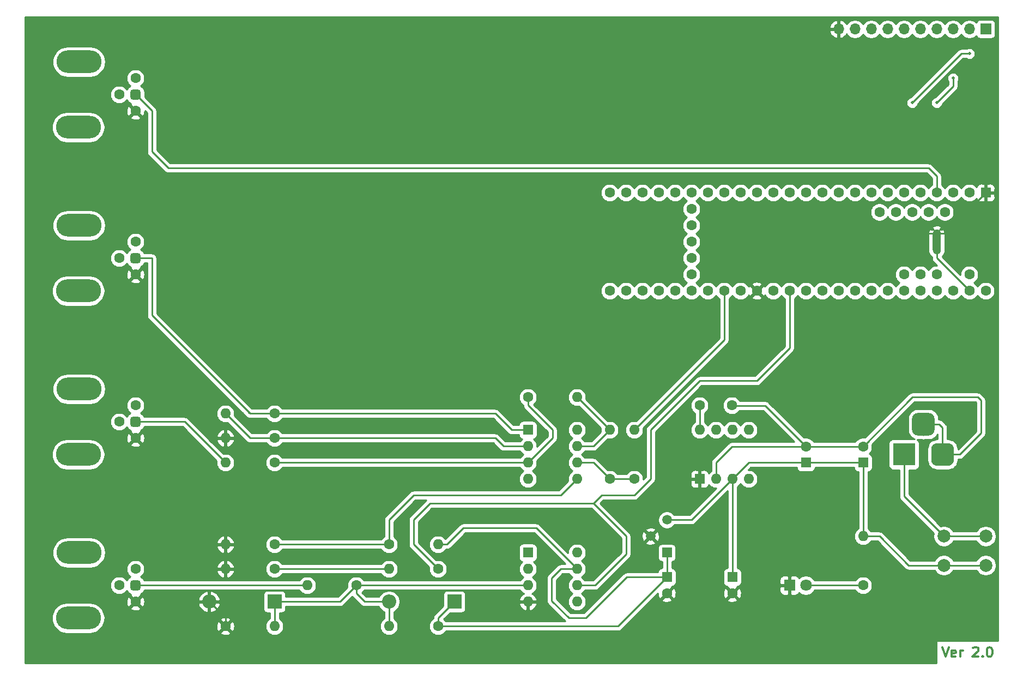
<source format=gtl>
%TF.GenerationSoftware,KiCad,Pcbnew,(5.1.6)-1*%
%TF.CreationDate,2020-09-09T12:12:13+05:30*%
%TF.ProjectId,teenDynClamp_V02,7465656e-4479-46e4-936c-616d705f5630,v02*%
%TF.SameCoordinates,Original*%
%TF.FileFunction,Copper,L1,Top*%
%TF.FilePolarity,Positive*%
%FSLAX46Y46*%
G04 Gerber Fmt 4.6, Leading zero omitted, Abs format (unit mm)*
G04 Created by KiCad (PCBNEW (5.1.6)-1) date 2020-09-09 12:12:13*
%MOMM*%
%LPD*%
G01*
G04 APERTURE LIST*
%TA.AperFunction,NonConductor*%
%ADD10C,0.300000*%
%TD*%
%TA.AperFunction,EtchedComponent*%
%ADD11C,0.100000*%
%TD*%
%TA.AperFunction,ComponentPad*%
%ADD12C,1.600000*%
%TD*%
%TA.AperFunction,ComponentPad*%
%ADD13R,1.600000X1.600000*%
%TD*%
%TA.AperFunction,ComponentPad*%
%ADD14C,2.000000*%
%TD*%
%TA.AperFunction,ComponentPad*%
%ADD15O,1.600000X1.600000*%
%TD*%
%TA.AperFunction,ComponentPad*%
%ADD16C,1.800000*%
%TD*%
%TA.AperFunction,ComponentPad*%
%ADD17R,1.800000X1.800000*%
%TD*%
%TA.AperFunction,ComponentPad*%
%ADD18O,2.200000X2.200000*%
%TD*%
%TA.AperFunction,ComponentPad*%
%ADD19R,2.200000X2.200000*%
%TD*%
%TA.AperFunction,ComponentPad*%
%ADD20R,3.500000X3.500000*%
%TD*%
%TA.AperFunction,ComponentPad*%
%ADD21O,7.000000X3.500000*%
%TD*%
%TA.AperFunction,ComponentPad*%
%ADD22O,1.700000X1.700000*%
%TD*%
%TA.AperFunction,ComponentPad*%
%ADD23R,1.700000X1.700000*%
%TD*%
%TA.AperFunction,ViaPad*%
%ADD24C,1.300000*%
%TD*%
%TA.AperFunction,ComponentPad*%
%ADD25C,1.500000*%
%TD*%
%TA.AperFunction,ComponentPad*%
%ADD26R,1.500000X1.500000*%
%TD*%
%TA.AperFunction,ViaPad*%
%ADD27C,0.508000*%
%TD*%
%TA.AperFunction,Conductor*%
%ADD28C,0.254000*%
%TD*%
G04 APERTURE END LIST*
D10*
X193901714Y-149292571D02*
X194401714Y-150792571D01*
X194901714Y-149292571D01*
X195973142Y-150721142D02*
X195830285Y-150792571D01*
X195544571Y-150792571D01*
X195401714Y-150721142D01*
X195330285Y-150578285D01*
X195330285Y-150006857D01*
X195401714Y-149864000D01*
X195544571Y-149792571D01*
X195830285Y-149792571D01*
X195973142Y-149864000D01*
X196044571Y-150006857D01*
X196044571Y-150149714D01*
X195330285Y-150292571D01*
X196687428Y-150792571D02*
X196687428Y-149792571D01*
X196687428Y-150078285D02*
X196758857Y-149935428D01*
X196830285Y-149864000D01*
X196973142Y-149792571D01*
X197116000Y-149792571D01*
X198687428Y-149435428D02*
X198758857Y-149364000D01*
X198901714Y-149292571D01*
X199258857Y-149292571D01*
X199401714Y-149364000D01*
X199473142Y-149435428D01*
X199544571Y-149578285D01*
X199544571Y-149721142D01*
X199473142Y-149935428D01*
X198616000Y-150792571D01*
X199544571Y-150792571D01*
X200187428Y-150649714D02*
X200258857Y-150721142D01*
X200187428Y-150792571D01*
X200116000Y-150721142D01*
X200187428Y-150649714D01*
X200187428Y-150792571D01*
X201187428Y-149292571D02*
X201330285Y-149292571D01*
X201473142Y-149364000D01*
X201544571Y-149435428D01*
X201616000Y-149578285D01*
X201687428Y-149864000D01*
X201687428Y-150221142D01*
X201616000Y-150506857D01*
X201544571Y-150649714D01*
X201473142Y-150721142D01*
X201330285Y-150792571D01*
X201187428Y-150792571D01*
X201044571Y-150721142D01*
X200973142Y-150649714D01*
X200901714Y-150506857D01*
X200830285Y-150221142D01*
X200830285Y-149864000D01*
X200901714Y-149578285D01*
X200973142Y-149435428D01*
X201044571Y-149364000D01*
X201187428Y-149292571D01*
D11*
%TO.C,NT1*%
G36*
X193690000Y-85090000D02*
G01*
X193690000Y-87690000D01*
X192390000Y-87690000D01*
X192390000Y-85090000D01*
X193690000Y-85090000D01*
G37*
%TD*%
D12*
%TO.P,C4,2*%
%TO.N,GND*%
X161290000Y-140930000D03*
D13*
%TO.P,C4,1*%
%TO.N,+6V*%
X161290000Y-138430000D03*
%TD*%
D14*
%TO.P,SW1,1*%
%TO.N,Net-(J1-Pad1)*%
X200660000Y-132080000D03*
%TO.P,SW1,2*%
%TO.N,+6V*%
X200660000Y-136580000D03*
%TO.P,SW1,1*%
%TO.N,Net-(J1-Pad1)*%
X194160000Y-132080000D03*
%TO.P,SW1,2*%
%TO.N,+6V*%
X194160000Y-136580000D03*
%TD*%
D15*
%TO.P,U1,8*%
%TO.N,Net-(C3-Pad1)*%
X156210000Y-115570000D03*
%TO.P,U1,4*%
%TO.N,Net-(U1-Pad4)*%
X163830000Y-123190000D03*
%TO.P,U1,7*%
%TO.N,Net-(U1-Pad7)*%
X158750000Y-115570000D03*
%TO.P,U1,3*%
%TO.N,+6V*%
X161290000Y-123190000D03*
%TO.P,U1,6*%
%TO.N,Net-(U1-Pad6)*%
X161290000Y-115570000D03*
%TO.P,U1,2*%
%TO.N,-6V*%
X158750000Y-123190000D03*
%TO.P,U1,5*%
%TO.N,Net-(U1-Pad5)*%
X163830000Y-115570000D03*
D13*
%TO.P,U1,1*%
%TO.N,GND*%
X156210000Y-123190000D03*
%TD*%
%TO.P,C2,1*%
%TO.N,+6V*%
X181610000Y-120650000D03*
D12*
%TO.P,C2,2*%
%TO.N,-6V*%
X181610000Y-118150000D03*
%TD*%
%TO.P,C1,2*%
%TO.N,-6V*%
X172720000Y-118150000D03*
D13*
%TO.P,C1,1*%
%TO.N,+6V*%
X172720000Y-120650000D03*
%TD*%
D12*
%TO.P,C3,1*%
%TO.N,Net-(C3-Pad1)*%
X156210000Y-111760000D03*
%TO.P,C3,2*%
%TO.N,-6V*%
X161210000Y-111760000D03*
%TD*%
D13*
%TO.P,C5,1*%
%TO.N,+3V3*%
X151130000Y-138430000D03*
D12*
%TO.P,C5,2*%
%TO.N,GND*%
X151130000Y-140930000D03*
%TD*%
D16*
%TO.P,D0,2*%
%TO.N,Net-(D0-Pad2)*%
X172720000Y-139700000D03*
D17*
%TO.P,D0,1*%
%TO.N,GND*%
X170180000Y-139700000D03*
%TD*%
D18*
%TO.P,D1,2*%
%TO.N,Net-(D1-Pad2)*%
X107950000Y-142240000D03*
D19*
%TO.P,D1,1*%
%TO.N,+3V3*%
X118110000Y-142240000D03*
%TD*%
%TO.P,D2,1*%
%TO.N,Net-(D1-Pad2)*%
X90170000Y-142240000D03*
D18*
%TO.P,D2,2*%
%TO.N,GND*%
X80010000Y-142240000D03*
%TD*%
D20*
%TO.P,J1,1*%
%TO.N,Net-(J1-Pad1)*%
X187960000Y-119380000D03*
%TO.P,J1,2*%
%TO.N,-6V*%
%TA.AperFunction,ComponentPad*%
G36*
G01*
X195710000Y-118505000D02*
X195710000Y-120255000D01*
G75*
G02*
X194835000Y-121130000I-875000J0D01*
G01*
X193085000Y-121130000D01*
G75*
G02*
X192210000Y-120255000I0J875000D01*
G01*
X192210000Y-118505000D01*
G75*
G02*
X193085000Y-117630000I875000J0D01*
G01*
X194835000Y-117630000D01*
G75*
G02*
X195710000Y-118505000I0J-875000D01*
G01*
G37*
%TD.AperFunction*%
%TO.P,J1,3*%
%TA.AperFunction,ComponentPad*%
G36*
G01*
X192710000Y-113805000D02*
X192710000Y-115555000D01*
G75*
G02*
X191835000Y-116430000I-875000J0D01*
G01*
X190085000Y-116430000D01*
G75*
G02*
X189210000Y-115555000I0J875000D01*
G01*
X189210000Y-113805000D01*
G75*
G02*
X190085000Y-112930000I875000J0D01*
G01*
X191835000Y-112930000D01*
G75*
G02*
X192710000Y-113805000I0J-875000D01*
G01*
G37*
%TD.AperFunction*%
%TD*%
D21*
%TO.P,J2,*%
%TO.N,*%
X59690000Y-144780000D03*
X59790000Y-134620000D03*
%TO.P,J2,1*%
%TO.N,Net-(J2-Pad1)*%
%TA.AperFunction,ComponentPad*%
G36*
G01*
X68980000Y-140500000D02*
X68180000Y-140500000D01*
G75*
G02*
X67780000Y-140100000I0J400000D01*
G01*
X67780000Y-139300000D01*
G75*
G02*
X68180000Y-138900000I400000J0D01*
G01*
X68980000Y-138900000D01*
G75*
G02*
X69380000Y-139300000I0J-400000D01*
G01*
X69380000Y-140100000D01*
G75*
G02*
X68980000Y-140500000I-400000J0D01*
G01*
G37*
%TD.AperFunction*%
D12*
%TO.P,J2,2*%
%TO.N,GND*%
X68580000Y-142240000D03*
%TO.P,J2,3*%
%TO.N,N/C*%
X66040000Y-139700000D03*
%TO.P,J2,4*%
X68580000Y-137160000D03*
%TD*%
%TO.P,J3,4*%
%TO.N,N/C*%
X68580000Y-111760000D03*
%TO.P,J3,3*%
X66040000Y-114300000D03*
%TO.P,J3,2*%
%TO.N,GND*%
X68580000Y-116840000D03*
%TO.P,J3,1*%
%TO.N,Net-(J3-Pad1)*%
%TA.AperFunction,ComponentPad*%
G36*
G01*
X68980000Y-115100000D02*
X68180000Y-115100000D01*
G75*
G02*
X67780000Y-114700000I0J400000D01*
G01*
X67780000Y-113900000D01*
G75*
G02*
X68180000Y-113500000I400000J0D01*
G01*
X68980000Y-113500000D01*
G75*
G02*
X69380000Y-113900000I0J-400000D01*
G01*
X69380000Y-114700000D01*
G75*
G02*
X68980000Y-115100000I-400000J0D01*
G01*
G37*
%TD.AperFunction*%
D21*
%TO.P,J3,*%
%TO.N,*%
X59790000Y-109220000D03*
X59690000Y-119380000D03*
%TD*%
%TO.P,J4,*%
%TO.N,*%
X59690000Y-93980000D03*
X59790000Y-83820000D03*
%TO.P,J4,1*%
%TO.N,Net-(J4-Pad1)*%
%TA.AperFunction,ComponentPad*%
G36*
G01*
X68980000Y-89700000D02*
X68180000Y-89700000D01*
G75*
G02*
X67780000Y-89300000I0J400000D01*
G01*
X67780000Y-88500000D01*
G75*
G02*
X68180000Y-88100000I400000J0D01*
G01*
X68980000Y-88100000D01*
G75*
G02*
X69380000Y-88500000I0J-400000D01*
G01*
X69380000Y-89300000D01*
G75*
G02*
X68980000Y-89700000I-400000J0D01*
G01*
G37*
%TD.AperFunction*%
D12*
%TO.P,J4,2*%
%TO.N,GND*%
X68580000Y-91440000D03*
%TO.P,J4,3*%
%TO.N,N/C*%
X66040000Y-88900000D03*
%TO.P,J4,4*%
X68580000Y-86360000D03*
%TD*%
%TO.P,J5,4*%
%TO.N,N/C*%
X68580000Y-60960000D03*
%TO.P,J5,3*%
X66040000Y-63500000D03*
%TO.P,J5,2*%
%TO.N,GND*%
X68580000Y-66040000D03*
%TO.P,J5,1*%
%TO.N,Net-(J5-Pad1)*%
%TA.AperFunction,ComponentPad*%
G36*
G01*
X68980000Y-64300000D02*
X68180000Y-64300000D01*
G75*
G02*
X67780000Y-63900000I0J400000D01*
G01*
X67780000Y-63100000D01*
G75*
G02*
X68180000Y-62700000I400000J0D01*
G01*
X68980000Y-62700000D01*
G75*
G02*
X69380000Y-63100000I0J-400000D01*
G01*
X69380000Y-63900000D01*
G75*
G02*
X68980000Y-64300000I-400000J0D01*
G01*
G37*
%TD.AperFunction*%
D21*
%TO.P,J5,*%
%TO.N,*%
X59790000Y-58420000D03*
X59690000Y-68580000D03*
%TD*%
D22*
%TO.P,J6,10*%
%TO.N,GND*%
X177800000Y-53340000D03*
%TO.P,J6,9*%
%TO.N,/A9*%
X180340000Y-53340000D03*
%TO.P,J6,8*%
%TO.N,/A8*%
X182880000Y-53340000D03*
%TO.P,J6,7*%
%TO.N,/A7*%
X185420000Y-53340000D03*
%TO.P,J6,6*%
%TO.N,/A6*%
X187960000Y-53340000D03*
%TO.P,J6,5*%
%TO.N,/A5_SCL0*%
X190500000Y-53340000D03*
%TO.P,J6,4*%
%TO.N,/A4_SDA0*%
X193040000Y-53340000D03*
%TO.P,J6,3*%
%TO.N,/26_TX1*%
X195580000Y-53340000D03*
%TO.P,J6,2*%
%TO.N,/27_RX1*%
X198120000Y-53340000D03*
D23*
%TO.P,J6,1*%
%TO.N,/DAC1*%
X200660000Y-53340000D03*
%TD*%
D24*
%TO.N,GND*%
%TO.C,NT1*%
X193040000Y-85090000D03*
%TO.N,GNDA*%
X193040000Y-87690000D03*
%TD*%
D15*
%TO.P,R1,2*%
%TO.N,Net-(J2-Pad1)*%
X95250000Y-139700000D03*
D12*
%TO.P,R1,1*%
%TO.N,Net-(D1-Pad2)*%
X102870000Y-139700000D03*
%TD*%
%TO.P,R2,1*%
%TO.N,GND*%
X82550000Y-146050000D03*
D15*
%TO.P,R2,2*%
%TO.N,Net-(D1-Pad2)*%
X90170000Y-146050000D03*
%TD*%
D12*
%TO.P,R3,1*%
%TO.N,+3V3*%
X115570000Y-146050000D03*
D15*
%TO.P,R3,2*%
%TO.N,Net-(D1-Pad2)*%
X107950000Y-146050000D03*
%TD*%
D12*
%TO.P,R4,1*%
%TO.N,Net-(R4-Pad1)*%
X115570000Y-137160000D03*
D15*
%TO.P,R4,2*%
%TO.N,Net-(R4-Pad2)*%
X107950000Y-137160000D03*
%TD*%
%TO.P,R5,2*%
%TO.N,GND*%
X82550000Y-137160000D03*
D12*
%TO.P,R5,1*%
%TO.N,Net-(R4-Pad2)*%
X90170000Y-137160000D03*
%TD*%
D15*
%TO.P,R6,2*%
%TO.N,Net-(R6-Pad2)*%
X146050000Y-115570000D03*
D12*
%TO.P,R6,1*%
%TO.N,Net-(R6-Pad1)*%
X146050000Y-123190000D03*
%TD*%
D15*
%TO.P,R7,2*%
%TO.N,Net-(R10-Pad2)*%
X142240000Y-115570000D03*
D12*
%TO.P,R7,1*%
%TO.N,Net-(R6-Pad1)*%
X142240000Y-123190000D03*
%TD*%
D15*
%TO.P,R8,2*%
%TO.N,+3V3*%
X115570000Y-133350000D03*
D12*
%TO.P,R8,1*%
%TO.N,Net-(R8-Pad1)*%
X107950000Y-133350000D03*
%TD*%
%TO.P,R9,1*%
%TO.N,Net-(R8-Pad1)*%
X90170000Y-133350000D03*
D15*
%TO.P,R9,2*%
%TO.N,GND*%
X82550000Y-133350000D03*
%TD*%
D12*
%TO.P,R10,1*%
%TO.N,Net-(R10-Pad1)*%
X129540000Y-110490000D03*
D15*
%TO.P,R10,2*%
%TO.N,Net-(R10-Pad2)*%
X137160000Y-110490000D03*
%TD*%
%TO.P,R11,2*%
%TO.N,Net-(J3-Pad1)*%
X82550000Y-120650000D03*
D12*
%TO.P,R11,1*%
%TO.N,Net-(R10-Pad1)*%
X90170000Y-120650000D03*
%TD*%
%TO.P,R12,1*%
%TO.N,Net-(J4-Pad1)*%
X90170000Y-113030000D03*
D15*
%TO.P,R12,2*%
%TO.N,Net-(R12-Pad2)*%
X82550000Y-113030000D03*
%TD*%
D12*
%TO.P,R13,1*%
%TO.N,Net-(R12-Pad2)*%
X90170000Y-116840000D03*
D15*
%TO.P,R13,2*%
%TO.N,GND*%
X82550000Y-116840000D03*
%TD*%
D12*
%TO.P,R_LED1,1*%
%TO.N,Net-(D0-Pad2)*%
X181610000Y-139700000D03*
D15*
%TO.P,R_LED1,2*%
%TO.N,+6V*%
X181610000Y-132080000D03*
%TD*%
D13*
%TO.P,U3,1*%
%TO.N,Net-(U3-Pad1)*%
X129540000Y-134620000D03*
D15*
%TO.P,U3,5*%
%TO.N,Net-(U3-Pad5)*%
X137160000Y-142240000D03*
%TO.P,U3,2*%
%TO.N,Net-(R4-Pad2)*%
X129540000Y-137160000D03*
%TO.P,U3,6*%
%TO.N,Net-(R4-Pad1)*%
X137160000Y-139700000D03*
%TO.P,U3,3*%
%TO.N,Net-(D1-Pad2)*%
X129540000Y-139700000D03*
%TO.P,U3,7*%
%TO.N,+3V3*%
X137160000Y-137160000D03*
%TO.P,U3,4*%
%TO.N,GND*%
X129540000Y-142240000D03*
%TO.P,U3,8*%
%TO.N,Net-(U3-Pad8)*%
X137160000Y-134620000D03*
%TD*%
D12*
%TO.P,U4,17*%
%TO.N,Net-(U4-Pad17)*%
X160020000Y-78740000D03*
%TO.P,U4,18*%
%TO.N,/26_TX1*%
X157480000Y-78740000D03*
%TO.P,U4,19*%
%TO.N,/27_RX1*%
X154940000Y-78740000D03*
%TO.P,U4,20*%
%TO.N,Net-(U4-Pad20)*%
X152400000Y-78740000D03*
%TO.P,U4,16*%
%TO.N,Net-(U4-Pad16)*%
X162560000Y-78740000D03*
%TO.P,U4,15*%
%TO.N,Net-(U4-Pad15)*%
X165100000Y-78740000D03*
%TO.P,U4,14*%
%TO.N,Net-(U4-Pad14)*%
X167640000Y-78740000D03*
%TO.P,U4,21*%
%TO.N,Net-(U4-Pad21)*%
X149860000Y-78740000D03*
%TO.P,U4,22*%
%TO.N,Net-(U4-Pad22)*%
X147320000Y-78740000D03*
%TO.P,U4,23*%
%TO.N,Net-(U4-Pad23)*%
X144780000Y-78740000D03*
%TO.P,U4,24*%
%TO.N,Net-(U4-Pad24)*%
X142240000Y-78740000D03*
%TO.P,U4,25*%
%TO.N,Net-(U4-Pad25)*%
X154940000Y-81280000D03*
%TO.P,U4,26*%
%TO.N,Net-(U4-Pad26)*%
X154940000Y-83820000D03*
%TO.P,U4,27*%
%TO.N,Net-(U4-Pad27)*%
X154940000Y-86360000D03*
%TO.P,U4,28*%
%TO.N,Net-(U4-Pad28)*%
X154940000Y-88900000D03*
%TO.P,U4,29*%
%TO.N,Net-(U4-Pad29)*%
X154940000Y-91440000D03*
%TO.P,U4,30*%
%TO.N,Net-(U4-Pad30)*%
X142240000Y-93980000D03*
%TO.P,U4,31*%
%TO.N,Net-(U4-Pad31)*%
X144780000Y-93980000D03*
%TO.P,U4,32*%
%TO.N,Net-(U4-Pad32)*%
X147320000Y-93980000D03*
%TO.P,U4,33*%
%TO.N,Net-(U4-Pad33)*%
X149860000Y-93980000D03*
%TO.P,U4,34*%
%TO.N,Net-(U4-Pad34)*%
X152400000Y-93980000D03*
%TO.P,U4,35*%
%TO.N,Net-(U4-Pad35)*%
X154940000Y-93980000D03*
%TO.P,U4,36*%
%TO.N,Net-(U4-Pad36)*%
X157480000Y-93980000D03*
%TO.P,U4,37*%
%TO.N,Net-(R6-Pad2)*%
X160020000Y-93980000D03*
%TO.P,U4,13*%
%TO.N,Net-(U4-Pad13)*%
X170180000Y-78740000D03*
%TO.P,U4,12*%
%TO.N,Net-(U4-Pad12)*%
X172720000Y-78740000D03*
%TO.P,U4,11*%
%TO.N,Net-(U4-Pad11)*%
X175260000Y-78740000D03*
%TO.P,U4,10*%
%TO.N,Net-(U4-Pad10)*%
X177800000Y-78740000D03*
%TO.P,U4,9*%
%TO.N,Net-(U4-Pad9)*%
X180340000Y-78740000D03*
%TO.P,U4,8*%
%TO.N,Net-(U4-Pad8)*%
X182880000Y-78740000D03*
%TO.P,U4,7*%
%TO.N,Net-(U4-Pad7)*%
X185420000Y-78740000D03*
%TO.P,U4,6*%
%TO.N,Net-(U4-Pad6)*%
X187960000Y-78740000D03*
%TO.P,U4,5*%
%TO.N,Net-(U4-Pad5)*%
X190500000Y-78740000D03*
%TO.P,U4,4*%
%TO.N,Net-(J5-Pad1)*%
X193040000Y-78740000D03*
%TO.P,U4,3*%
%TO.N,Net-(U4-Pad3)*%
X195580000Y-78740000D03*
%TO.P,U4,2*%
%TO.N,Net-(U4-Pad2)*%
X198120000Y-78740000D03*
D13*
%TO.P,U4,1*%
%TO.N,GND*%
X200660000Y-78740000D03*
D12*
%TO.P,U4,38*%
%TO.N,/DAC1*%
X162560000Y-93980000D03*
%TO.P,U4,39*%
%TO.N,GND*%
X165100000Y-93980000D03*
%TO.P,U4,40*%
%TO.N,Net-(U4-Pad40)*%
X167640000Y-93980000D03*
%TO.P,U4,41*%
%TO.N,Net-(R4-Pad1)*%
X170180000Y-93980000D03*
%TO.P,U4,42*%
%TO.N,Net-(U4-Pad42)*%
X172720000Y-93980000D03*
%TO.P,U4,43*%
%TO.N,Net-(U4-Pad43)*%
X175260000Y-93980000D03*
%TO.P,U4,44*%
%TO.N,Net-(U4-Pad44)*%
X177800000Y-93980000D03*
%TO.P,U4,45*%
%TO.N,/A4_SDA0*%
X180340000Y-93980000D03*
%TO.P,U4,46*%
%TO.N,/A5_SCL0*%
X182880000Y-93980000D03*
%TO.P,U4,47*%
%TO.N,/A6*%
X185420000Y-93980000D03*
%TO.P,U4,48*%
%TO.N,/A7*%
X187960000Y-93980000D03*
%TO.P,U4,49*%
%TO.N,/A8*%
X190500000Y-93980000D03*
%TO.P,U4,50*%
%TO.N,/A9*%
X193040000Y-93980000D03*
%TO.P,U4,51*%
%TO.N,Net-(U4-Pad51)*%
X195580000Y-93980000D03*
%TO.P,U4,52*%
%TO.N,GNDA*%
X198120000Y-93980000D03*
%TO.P,U4,53*%
%TO.N,Net-(U4-Pad53)*%
X200660000Y-93980000D03*
%TO.P,U4,54*%
%TO.N,Net-(U4-Pad54)*%
X198120000Y-91440000D03*
%TO.P,U4,55*%
%TO.N,Net-(U4-Pad55)*%
X193040000Y-91440000D03*
%TO.P,U4,56*%
%TO.N,Net-(U4-Pad56)*%
X190500000Y-91440000D03*
%TO.P,U4,57*%
%TO.N,Net-(U4-Pad57)*%
X187960000Y-91440000D03*
%TO.P,U4,58*%
%TO.N,N/C*%
X194310000Y-81740000D03*
%TO.P,U4,59*%
X191770000Y-81740000D03*
%TO.P,U4,60*%
X189230000Y-81740000D03*
%TO.P,U4,61*%
X186690000Y-81740000D03*
%TO.P,U4,62*%
X184150000Y-81740000D03*
%TD*%
D13*
%TO.P,U5,1*%
%TO.N,Net-(J4-Pad1)*%
X129540000Y-115570000D03*
D15*
%TO.P,U5,5*%
%TO.N,Net-(R8-Pad1)*%
X137160000Y-123190000D03*
%TO.P,U5,2*%
%TO.N,Net-(R12-Pad2)*%
X129540000Y-118110000D03*
%TO.P,U5,6*%
%TO.N,Net-(R6-Pad1)*%
X137160000Y-120650000D03*
%TO.P,U5,3*%
%TO.N,Net-(R10-Pad1)*%
X129540000Y-120650000D03*
%TO.P,U5,7*%
%TO.N,Net-(R10-Pad2)*%
X137160000Y-118110000D03*
%TO.P,U5,4*%
%TO.N,-6V*%
X129540000Y-123190000D03*
%TO.P,U5,8*%
%TO.N,+6V*%
X137160000Y-115570000D03*
%TD*%
D25*
%TO.P,U2,2*%
%TO.N,GND*%
X148590000Y-132080000D03*
%TO.P,U2,3*%
%TO.N,+6V*%
X151130000Y-129540000D03*
D26*
%TO.P,U2,1*%
%TO.N,+3V3*%
X151130000Y-134620000D03*
%TD*%
D27*
%TO.N,GND*%
X165100000Y-96520000D03*
X158750000Y-105410000D03*
X190500000Y-149606000D03*
%TO.N,/27_RX1*%
X198120000Y-57150000D03*
X189230000Y-64770000D03*
%TO.N,/26_TX1*%
X195580000Y-60960000D03*
X193040000Y-64770000D03*
%TD*%
D28*
%TO.N,-6V*%
X189270000Y-110490000D02*
X181610000Y-118150000D01*
X181610000Y-118150000D02*
X172720000Y-118150000D01*
X172720000Y-118150000D02*
X166370000Y-111800000D01*
X161250000Y-111800000D02*
X161210000Y-111760000D01*
X166370000Y-111800000D02*
X161250000Y-111800000D01*
X158750000Y-123190000D02*
X158750000Y-120650000D01*
X161250000Y-118150000D02*
X172720000Y-118150000D01*
X158750000Y-120650000D02*
X161250000Y-118150000D01*
X190960000Y-114680000D02*
X190960000Y-116380000D01*
X193960000Y-119380000D02*
X196596000Y-119380000D01*
X196596000Y-119380000D02*
X199898000Y-116078000D01*
X199898000Y-116078000D02*
X199898000Y-110998000D01*
X199898000Y-110998000D02*
X199390000Y-110490000D01*
X199390000Y-110490000D02*
X189270000Y-110490000D01*
X190960000Y-114680000D02*
X193420000Y-114680000D01*
X193960000Y-115220000D02*
X193960000Y-119380000D01*
X193420000Y-114680000D02*
X193960000Y-115220000D01*
%TO.N,+6V*%
X200660000Y-136580000D02*
X194160000Y-136580000D01*
X194160000Y-136580000D02*
X188650000Y-136580000D01*
X181610000Y-129540000D02*
X181610000Y-120650000D01*
X181610000Y-120650000D02*
X172720000Y-120650000D01*
X161290000Y-123190000D02*
X163830000Y-120650000D01*
X163830000Y-120650000D02*
X172720000Y-120650000D01*
X161290000Y-123190000D02*
X161290000Y-127000000D01*
X184150000Y-132080000D02*
X188650000Y-136580000D01*
X181610000Y-132080000D02*
X184150000Y-132080000D01*
X181610000Y-129540000D02*
X181610000Y-132080000D01*
X161290000Y-138430000D02*
X161290000Y-134620000D01*
X161290000Y-123190000D02*
X161290000Y-138430000D01*
X151130000Y-129540000D02*
X154940000Y-129540000D01*
X154940000Y-129540000D02*
X161290000Y-123190000D01*
%TO.N,Net-(C3-Pad1)*%
X156210000Y-111760000D02*
X156210000Y-115570000D01*
%TO.N,GND*%
X82550000Y-144780000D02*
X82550000Y-146050000D01*
X80010000Y-142240000D02*
X82550000Y-144780000D01*
X165100000Y-93980000D02*
X173990000Y-85090000D01*
X173990000Y-85090000D02*
X193040000Y-85090000D01*
X194310000Y-85090000D02*
X200660000Y-78740000D01*
X193040000Y-85090000D02*
X194310000Y-85090000D01*
X165100000Y-96520000D02*
X165100000Y-99060000D01*
X165100000Y-99060000D02*
X158750000Y-105410000D01*
X158750000Y-105410000D02*
X158750000Y-105410000D01*
X146050000Y-129540000D02*
X148590000Y-132080000D01*
X156210000Y-123190000D02*
X149860000Y-123190000D01*
X146050000Y-127000000D02*
X146050000Y-129540000D01*
X149860000Y-123190000D02*
X146050000Y-127000000D01*
%TO.N,+3V3*%
X143510000Y-146050000D02*
X151130000Y-138430000D01*
X115570000Y-146050000D02*
X143510000Y-146050000D01*
X115570000Y-133350000D02*
X116967000Y-133350000D01*
X116967000Y-133350000D02*
X119507000Y-130810000D01*
X130810000Y-130810000D02*
X137160000Y-137160000D01*
X119507000Y-130810000D02*
X130810000Y-130810000D01*
X134620000Y-137160000D02*
X137160000Y-137160000D01*
X144907000Y-138430000D02*
X138557000Y-144780000D01*
X151130000Y-138430000D02*
X144907000Y-138430000D01*
X133223000Y-138557000D02*
X134620000Y-137160000D01*
X135890000Y-144780000D02*
X133223000Y-142113000D01*
X138557000Y-144780000D02*
X135890000Y-144780000D01*
X133223000Y-142113000D02*
X133223000Y-138557000D01*
X118110000Y-142240000D02*
X115570000Y-144780000D01*
X115570000Y-144780000D02*
X115570000Y-146050000D01*
X151130000Y-134620000D02*
X151130000Y-138430000D01*
%TO.N,Net-(D0-Pad2)*%
X172720000Y-139700000D02*
X181610000Y-139700000D01*
%TO.N,Net-(D1-Pad2)*%
X102870000Y-139700000D02*
X129540000Y-139700000D01*
X100330000Y-142240000D02*
X102870000Y-139700000D01*
X90170000Y-142240000D02*
X100330000Y-142240000D01*
X102870000Y-139700000D02*
X102870000Y-140970000D01*
X104140000Y-142240000D02*
X107950000Y-142240000D01*
X102870000Y-140970000D02*
X104140000Y-142240000D01*
X90170000Y-142240000D02*
X90170000Y-146050000D01*
X107950000Y-142240000D02*
X107950000Y-146050000D01*
%TO.N,Net-(J1-Pad1)*%
X187960000Y-125880000D02*
X194160000Y-132080000D01*
X187960000Y-119380000D02*
X187960000Y-125880000D01*
X194160000Y-132080000D02*
X200660000Y-132080000D01*
%TO.N,Net-(J2-Pad1)*%
X95250000Y-139700000D02*
X68580000Y-139700000D01*
%TO.N,Net-(J3-Pad1)*%
X68580000Y-114300000D02*
X76200000Y-114300000D01*
X76200000Y-114300000D02*
X82550000Y-120650000D01*
%TO.N,Net-(J5-Pad1)*%
X193040000Y-78740000D02*
X193040000Y-76200000D01*
X193040000Y-76200000D02*
X191770000Y-74930000D01*
X68580000Y-63500000D02*
X71120000Y-66040000D01*
X71120000Y-66040000D02*
X71120000Y-72390000D01*
X71120000Y-72390000D02*
X73660000Y-74930000D01*
X73660000Y-74930000D02*
X191770000Y-74930000D01*
%TO.N,/27_RX1*%
X198120000Y-57150000D02*
X196850000Y-57150000D01*
X196850000Y-57150000D02*
X189230000Y-64770000D01*
X189230000Y-64770000D02*
X189230000Y-64770000D01*
%TO.N,/26_TX1*%
X195580000Y-60960000D02*
X195580000Y-62230000D01*
X195580000Y-62230000D02*
X193040000Y-64770000D01*
X193040000Y-64770000D02*
X193040000Y-64770000D01*
%TO.N,GNDA*%
X193040000Y-88900000D02*
X198120000Y-93980000D01*
X193040000Y-87690000D02*
X193040000Y-88900000D01*
%TO.N,Net-(R4-Pad1)*%
X139954000Y-139700000D02*
X137160000Y-139700000D01*
X144780000Y-132080000D02*
X144780000Y-134874000D01*
X144780000Y-134874000D02*
X139954000Y-139700000D01*
X111760000Y-129540000D02*
X114300000Y-127000000D01*
X114300000Y-127000000D02*
X139700000Y-127000000D01*
X139700000Y-127000000D02*
X144780000Y-132080000D01*
X165100000Y-107950000D02*
X170180000Y-102870000D01*
X156210000Y-107950000D02*
X165100000Y-107950000D01*
X140970000Y-125730000D02*
X146050000Y-125730000D01*
X146050000Y-125730000D02*
X148590000Y-123190000D01*
X148590000Y-115570000D02*
X156210000Y-107950000D01*
X170180000Y-102870000D02*
X170180000Y-93980000D01*
X139700000Y-127000000D02*
X140970000Y-125730000D01*
X148590000Y-123190000D02*
X148590000Y-115570000D01*
X111760000Y-133350000D02*
X115570000Y-137160000D01*
X111760000Y-133350000D02*
X111760000Y-129540000D01*
%TO.N,Net-(R4-Pad2)*%
X107950000Y-137160000D02*
X90170000Y-137160000D01*
%TO.N,Net-(R6-Pad2)*%
X146050000Y-115570000D02*
X160020000Y-101600000D01*
X160020000Y-101600000D02*
X160020000Y-93980000D01*
%TO.N,Net-(R6-Pad1)*%
X139700000Y-120650000D02*
X142240000Y-123190000D01*
X137160000Y-120650000D02*
X139700000Y-120650000D01*
X142240000Y-123190000D02*
X146050000Y-123190000D01*
%TO.N,Net-(R10-Pad2)*%
X139700000Y-118110000D02*
X142240000Y-115570000D01*
X137160000Y-118110000D02*
X139700000Y-118110000D01*
X142240000Y-115570000D02*
X137160000Y-110490000D01*
%TO.N,Net-(R8-Pad1)*%
X107950000Y-133350000D02*
X107950000Y-129540000D01*
X107950000Y-129540000D02*
X111760000Y-125730000D01*
X134620000Y-125730000D02*
X137160000Y-123190000D01*
X111760000Y-125730000D02*
X134620000Y-125730000D01*
X107950000Y-133350000D02*
X90170000Y-133350000D01*
%TO.N,Net-(R10-Pad1)*%
X129540000Y-110490000D02*
X129540000Y-111760000D01*
X129540000Y-111760000D02*
X133350000Y-115570000D01*
X133350000Y-116840000D02*
X129540000Y-120650000D01*
X133350000Y-115570000D02*
X133350000Y-116840000D01*
X90170000Y-120650000D02*
X129540000Y-120650000D01*
%TO.N,Net-(R12-Pad2)*%
X129540000Y-118110000D02*
X128270000Y-118110000D01*
X82550000Y-113030000D02*
X86360000Y-116840000D01*
X86360000Y-116840000D02*
X90170000Y-116840000D01*
X124460000Y-116840000D02*
X90170000Y-116840000D01*
X129540000Y-118110000D02*
X125730000Y-118110000D01*
X125730000Y-118110000D02*
X124460000Y-116840000D01*
%TO.N,Net-(J4-Pad1)*%
X127000000Y-115570000D02*
X129540000Y-115570000D01*
X68580000Y-88900000D02*
X71120000Y-88900000D01*
X71120000Y-88900000D02*
X71120000Y-97790000D01*
X90170000Y-113030000D02*
X86360000Y-113030000D01*
X71120000Y-97790000D02*
X85090000Y-111760000D01*
X86360000Y-113030000D02*
X85090000Y-111760000D01*
X85090000Y-111760000D02*
X86233744Y-112903744D01*
X90170000Y-113030000D02*
X124460000Y-113030000D01*
X124460000Y-113030000D02*
X127000000Y-115570000D01*
%TD*%
%TO.N,GND*%
G36*
X202552301Y-148324000D02*
G01*
X192973857Y-148324000D01*
X192973857Y-151752300D01*
X51447700Y-151752300D01*
X51447700Y-144780000D01*
X55543461Y-144780000D01*
X55589510Y-145247542D01*
X55725887Y-145697116D01*
X55947351Y-146111446D01*
X56245391Y-146474609D01*
X56608554Y-146772649D01*
X57022884Y-146994113D01*
X57472458Y-147130490D01*
X57822843Y-147165000D01*
X61557157Y-147165000D01*
X61907542Y-147130490D01*
X62196939Y-147042702D01*
X81736903Y-147042702D01*
X81808486Y-147286671D01*
X82063996Y-147407571D01*
X82338184Y-147476300D01*
X82620512Y-147490217D01*
X82900130Y-147448787D01*
X83166292Y-147353603D01*
X83291514Y-147286671D01*
X83363097Y-147042702D01*
X82550000Y-146229605D01*
X81736903Y-147042702D01*
X62196939Y-147042702D01*
X62357116Y-146994113D01*
X62771446Y-146772649D01*
X63134609Y-146474609D01*
X63425208Y-146120512D01*
X81109783Y-146120512D01*
X81151213Y-146400130D01*
X81246397Y-146666292D01*
X81313329Y-146791514D01*
X81557298Y-146863097D01*
X82370395Y-146050000D01*
X82729605Y-146050000D01*
X83542702Y-146863097D01*
X83786671Y-146791514D01*
X83907571Y-146536004D01*
X83976300Y-146261816D01*
X83990217Y-145979488D01*
X83948787Y-145699870D01*
X83853603Y-145433708D01*
X83786671Y-145308486D01*
X83542702Y-145236903D01*
X82729605Y-146050000D01*
X82370395Y-146050000D01*
X81557298Y-145236903D01*
X81313329Y-145308486D01*
X81192429Y-145563996D01*
X81123700Y-145838184D01*
X81109783Y-146120512D01*
X63425208Y-146120512D01*
X63432649Y-146111446D01*
X63654113Y-145697116D01*
X63790490Y-145247542D01*
X63809227Y-145057298D01*
X81736903Y-145057298D01*
X82550000Y-145870395D01*
X83363097Y-145057298D01*
X83291514Y-144813329D01*
X83036004Y-144692429D01*
X82761816Y-144623700D01*
X82479488Y-144609783D01*
X82199870Y-144651213D01*
X81933708Y-144746397D01*
X81808486Y-144813329D01*
X81736903Y-145057298D01*
X63809227Y-145057298D01*
X63836539Y-144780000D01*
X63790490Y-144312458D01*
X63654113Y-143862884D01*
X63432649Y-143448554D01*
X63255504Y-143232702D01*
X67766903Y-143232702D01*
X67838486Y-143476671D01*
X68093996Y-143597571D01*
X68368184Y-143666300D01*
X68650512Y-143680217D01*
X68930130Y-143638787D01*
X69196292Y-143543603D01*
X69321514Y-143476671D01*
X69393097Y-143232702D01*
X68580000Y-142419605D01*
X67766903Y-143232702D01*
X63255504Y-143232702D01*
X63134609Y-143085391D01*
X62771446Y-142787351D01*
X62357116Y-142565887D01*
X61907542Y-142429510D01*
X61557157Y-142395000D01*
X57822843Y-142395000D01*
X57472458Y-142429510D01*
X57022884Y-142565887D01*
X56608554Y-142787351D01*
X56245391Y-143085391D01*
X55947351Y-143448554D01*
X55725887Y-143862884D01*
X55589510Y-144312458D01*
X55543461Y-144780000D01*
X51447700Y-144780000D01*
X51447700Y-142310512D01*
X67139783Y-142310512D01*
X67181213Y-142590130D01*
X67276397Y-142856292D01*
X67343329Y-142981514D01*
X67587298Y-143053097D01*
X68400395Y-142240000D01*
X68759605Y-142240000D01*
X69572702Y-143053097D01*
X69816671Y-142981514D01*
X69937571Y-142726004D01*
X69960101Y-142636122D01*
X78320825Y-142636122D01*
X78385425Y-142849094D01*
X78535469Y-143154329D01*
X78742178Y-143424427D01*
X78997609Y-143649008D01*
X79291946Y-143819442D01*
X79613877Y-143929179D01*
X79883000Y-143811600D01*
X79883000Y-142367000D01*
X80137000Y-142367000D01*
X80137000Y-143811600D01*
X80406123Y-143929179D01*
X80728054Y-143819442D01*
X81022391Y-143649008D01*
X81277822Y-143424427D01*
X81484531Y-143154329D01*
X81634575Y-142849094D01*
X81699175Y-142636122D01*
X81581125Y-142367000D01*
X80137000Y-142367000D01*
X79883000Y-142367000D01*
X78438875Y-142367000D01*
X78320825Y-142636122D01*
X69960101Y-142636122D01*
X70006300Y-142451816D01*
X70020217Y-142169488D01*
X69978787Y-141889870D01*
X69962340Y-141843878D01*
X78320825Y-141843878D01*
X78438875Y-142113000D01*
X79883000Y-142113000D01*
X79883000Y-140668400D01*
X80137000Y-140668400D01*
X80137000Y-142113000D01*
X81581125Y-142113000D01*
X81699175Y-141843878D01*
X81634575Y-141630906D01*
X81484531Y-141325671D01*
X81342435Y-141140000D01*
X88431928Y-141140000D01*
X88431928Y-143340000D01*
X88444188Y-143464482D01*
X88480498Y-143584180D01*
X88539463Y-143694494D01*
X88618815Y-143791185D01*
X88715506Y-143870537D01*
X88825820Y-143929502D01*
X88945518Y-143965812D01*
X89070000Y-143978072D01*
X89408000Y-143978072D01*
X89408001Y-144833292D01*
X89255241Y-144935363D01*
X89055363Y-145135241D01*
X88898320Y-145370273D01*
X88790147Y-145631426D01*
X88735000Y-145908665D01*
X88735000Y-146191335D01*
X88790147Y-146468574D01*
X88898320Y-146729727D01*
X89055363Y-146964759D01*
X89255241Y-147164637D01*
X89490273Y-147321680D01*
X89751426Y-147429853D01*
X90028665Y-147485000D01*
X90311335Y-147485000D01*
X90588574Y-147429853D01*
X90849727Y-147321680D01*
X91084759Y-147164637D01*
X91284637Y-146964759D01*
X91441680Y-146729727D01*
X91549853Y-146468574D01*
X91605000Y-146191335D01*
X91605000Y-145908665D01*
X91549853Y-145631426D01*
X91441680Y-145370273D01*
X91284637Y-145135241D01*
X91084759Y-144935363D01*
X90932000Y-144833293D01*
X90932000Y-143978072D01*
X91270000Y-143978072D01*
X91394482Y-143965812D01*
X91514180Y-143929502D01*
X91624494Y-143870537D01*
X91721185Y-143791185D01*
X91800537Y-143694494D01*
X91859502Y-143584180D01*
X91895812Y-143464482D01*
X91908072Y-143340000D01*
X91908072Y-143002000D01*
X100292577Y-143002000D01*
X100330000Y-143005686D01*
X100367423Y-143002000D01*
X100367426Y-143002000D01*
X100479378Y-142990974D01*
X100623015Y-142947402D01*
X100755392Y-142876645D01*
X100871422Y-142781422D01*
X100895284Y-142752346D01*
X102241867Y-141405764D01*
X102259216Y-141426903D01*
X102328579Y-141511422D01*
X102357649Y-141535279D01*
X103574721Y-142752352D01*
X103598578Y-142781422D01*
X103714608Y-142876645D01*
X103846985Y-142947402D01*
X103990622Y-142990974D01*
X104102574Y-143002000D01*
X104102576Y-143002000D01*
X104139999Y-143005686D01*
X104177422Y-143002000D01*
X106387680Y-143002000D01*
X106412463Y-143061831D01*
X106602337Y-143345998D01*
X106844002Y-143587663D01*
X107128169Y-143777537D01*
X107188000Y-143802320D01*
X107188001Y-144833292D01*
X107035241Y-144935363D01*
X106835363Y-145135241D01*
X106678320Y-145370273D01*
X106570147Y-145631426D01*
X106515000Y-145908665D01*
X106515000Y-146191335D01*
X106570147Y-146468574D01*
X106678320Y-146729727D01*
X106835363Y-146964759D01*
X107035241Y-147164637D01*
X107270273Y-147321680D01*
X107531426Y-147429853D01*
X107808665Y-147485000D01*
X108091335Y-147485000D01*
X108368574Y-147429853D01*
X108629727Y-147321680D01*
X108864759Y-147164637D01*
X109064637Y-146964759D01*
X109221680Y-146729727D01*
X109329853Y-146468574D01*
X109385000Y-146191335D01*
X109385000Y-145908665D01*
X109329853Y-145631426D01*
X109221680Y-145370273D01*
X109064637Y-145135241D01*
X108864759Y-144935363D01*
X108712000Y-144833293D01*
X108712000Y-143802320D01*
X108771831Y-143777537D01*
X109055998Y-143587663D01*
X109297663Y-143345998D01*
X109487537Y-143061831D01*
X109618325Y-142746081D01*
X109685000Y-142410883D01*
X109685000Y-142069117D01*
X109618325Y-141733919D01*
X109487537Y-141418169D01*
X109297663Y-141134002D01*
X109055998Y-140892337D01*
X108771831Y-140702463D01*
X108456081Y-140571675D01*
X108120883Y-140505000D01*
X107779117Y-140505000D01*
X107443919Y-140571675D01*
X107128169Y-140702463D01*
X106844002Y-140892337D01*
X106602337Y-141134002D01*
X106412463Y-141418169D01*
X106387680Y-141478000D01*
X104455631Y-141478000D01*
X103788513Y-140810883D01*
X103984637Y-140614759D01*
X104086707Y-140462000D01*
X128323293Y-140462000D01*
X128425363Y-140614759D01*
X128625241Y-140814637D01*
X128860273Y-140971680D01*
X128870865Y-140976067D01*
X128684869Y-141087615D01*
X128476481Y-141276586D01*
X128308963Y-141502580D01*
X128188754Y-141756913D01*
X128148096Y-141890961D01*
X128270085Y-142113000D01*
X129413000Y-142113000D01*
X129413000Y-142093000D01*
X129667000Y-142093000D01*
X129667000Y-142113000D01*
X130809915Y-142113000D01*
X130931904Y-141890961D01*
X130891246Y-141756913D01*
X130771037Y-141502580D01*
X130603519Y-141276586D01*
X130395131Y-141087615D01*
X130209135Y-140976067D01*
X130219727Y-140971680D01*
X130454759Y-140814637D01*
X130654637Y-140614759D01*
X130811680Y-140379727D01*
X130919853Y-140118574D01*
X130975000Y-139841335D01*
X130975000Y-139558665D01*
X130919853Y-139281426D01*
X130811680Y-139020273D01*
X130654637Y-138785241D01*
X130454759Y-138585363D01*
X130222241Y-138430000D01*
X130454759Y-138274637D01*
X130654637Y-138074759D01*
X130811680Y-137839727D01*
X130919853Y-137578574D01*
X130975000Y-137301335D01*
X130975000Y-137018665D01*
X130919853Y-136741426D01*
X130811680Y-136480273D01*
X130654637Y-136245241D01*
X130456039Y-136046643D01*
X130464482Y-136045812D01*
X130584180Y-136009502D01*
X130694494Y-135950537D01*
X130791185Y-135871185D01*
X130870537Y-135774494D01*
X130929502Y-135664180D01*
X130965812Y-135544482D01*
X130978072Y-135420000D01*
X130978072Y-133820000D01*
X130965812Y-133695518D01*
X130929502Y-133575820D01*
X130870537Y-133465506D01*
X130791185Y-133368815D01*
X130694494Y-133289463D01*
X130584180Y-133230498D01*
X130464482Y-133194188D01*
X130340000Y-133181928D01*
X128740000Y-133181928D01*
X128615518Y-133194188D01*
X128495820Y-133230498D01*
X128385506Y-133289463D01*
X128288815Y-133368815D01*
X128209463Y-133465506D01*
X128150498Y-133575820D01*
X128114188Y-133695518D01*
X128101928Y-133820000D01*
X128101928Y-135420000D01*
X128114188Y-135544482D01*
X128150498Y-135664180D01*
X128209463Y-135774494D01*
X128288815Y-135871185D01*
X128385506Y-135950537D01*
X128495820Y-136009502D01*
X128615518Y-136045812D01*
X128623961Y-136046643D01*
X128425363Y-136245241D01*
X128268320Y-136480273D01*
X128160147Y-136741426D01*
X128105000Y-137018665D01*
X128105000Y-137301335D01*
X128160147Y-137578574D01*
X128268320Y-137839727D01*
X128425363Y-138074759D01*
X128625241Y-138274637D01*
X128857759Y-138430000D01*
X128625241Y-138585363D01*
X128425363Y-138785241D01*
X128323293Y-138938000D01*
X104086707Y-138938000D01*
X103984637Y-138785241D01*
X103784759Y-138585363D01*
X103549727Y-138428320D01*
X103288574Y-138320147D01*
X103011335Y-138265000D01*
X102728665Y-138265000D01*
X102451426Y-138320147D01*
X102190273Y-138428320D01*
X101955241Y-138585363D01*
X101755363Y-138785241D01*
X101598320Y-139020273D01*
X101490147Y-139281426D01*
X101435000Y-139558665D01*
X101435000Y-139841335D01*
X101470843Y-140021527D01*
X100014370Y-141478000D01*
X91908072Y-141478000D01*
X91908072Y-141140000D01*
X91895812Y-141015518D01*
X91859502Y-140895820D01*
X91800537Y-140785506D01*
X91721185Y-140688815D01*
X91624494Y-140609463D01*
X91514180Y-140550498D01*
X91394482Y-140514188D01*
X91270000Y-140501928D01*
X89070000Y-140501928D01*
X88945518Y-140514188D01*
X88825820Y-140550498D01*
X88715506Y-140609463D01*
X88618815Y-140688815D01*
X88539463Y-140785506D01*
X88480498Y-140895820D01*
X88444188Y-141015518D01*
X88431928Y-141140000D01*
X81342435Y-141140000D01*
X81277822Y-141055573D01*
X81022391Y-140830992D01*
X80728054Y-140660558D01*
X80406123Y-140550821D01*
X80137000Y-140668400D01*
X79883000Y-140668400D01*
X79613877Y-140550821D01*
X79291946Y-140660558D01*
X78997609Y-140830992D01*
X78742178Y-141055573D01*
X78535469Y-141325671D01*
X78385425Y-141630906D01*
X78320825Y-141843878D01*
X69962340Y-141843878D01*
X69883603Y-141623708D01*
X69816671Y-141498486D01*
X69572702Y-141426903D01*
X68759605Y-142240000D01*
X68400395Y-142240000D01*
X67587298Y-141426903D01*
X67343329Y-141498486D01*
X67222429Y-141753996D01*
X67153700Y-142028184D01*
X67139783Y-142310512D01*
X51447700Y-142310512D01*
X51447700Y-139558665D01*
X64605000Y-139558665D01*
X64605000Y-139841335D01*
X64660147Y-140118574D01*
X64768320Y-140379727D01*
X64925363Y-140614759D01*
X65125241Y-140814637D01*
X65360273Y-140971680D01*
X65621426Y-141079853D01*
X65898665Y-141135000D01*
X66181335Y-141135000D01*
X66458574Y-141079853D01*
X66719727Y-140971680D01*
X66954759Y-140814637D01*
X67154637Y-140614759D01*
X67226371Y-140507401D01*
X67316875Y-140676722D01*
X67445972Y-140834028D01*
X67603278Y-140963125D01*
X67782747Y-141059053D01*
X67818917Y-141070025D01*
X67766903Y-141247298D01*
X68580000Y-142060395D01*
X69393097Y-141247298D01*
X69341083Y-141070025D01*
X69377253Y-141059053D01*
X69556722Y-140963125D01*
X69714028Y-140834028D01*
X69843125Y-140676722D01*
X69939053Y-140497253D01*
X69949747Y-140462000D01*
X94033293Y-140462000D01*
X94135363Y-140614759D01*
X94335241Y-140814637D01*
X94570273Y-140971680D01*
X94831426Y-141079853D01*
X95108665Y-141135000D01*
X95391335Y-141135000D01*
X95668574Y-141079853D01*
X95929727Y-140971680D01*
X96164759Y-140814637D01*
X96364637Y-140614759D01*
X96521680Y-140379727D01*
X96629853Y-140118574D01*
X96685000Y-139841335D01*
X96685000Y-139558665D01*
X96629853Y-139281426D01*
X96521680Y-139020273D01*
X96364637Y-138785241D01*
X96164759Y-138585363D01*
X95929727Y-138428320D01*
X95668574Y-138320147D01*
X95391335Y-138265000D01*
X95108665Y-138265000D01*
X94831426Y-138320147D01*
X94570273Y-138428320D01*
X94335241Y-138585363D01*
X94135363Y-138785241D01*
X94033293Y-138938000D01*
X69949747Y-138938000D01*
X69939053Y-138902747D01*
X69843125Y-138723278D01*
X69714028Y-138565972D01*
X69556722Y-138436875D01*
X69387401Y-138346371D01*
X69494759Y-138274637D01*
X69694637Y-138074759D01*
X69851680Y-137839727D01*
X69959853Y-137578574D01*
X69973684Y-137509039D01*
X81158096Y-137509039D01*
X81198754Y-137643087D01*
X81318963Y-137897420D01*
X81486481Y-138123414D01*
X81694869Y-138312385D01*
X81936119Y-138457070D01*
X82200960Y-138551909D01*
X82423000Y-138430624D01*
X82423000Y-137287000D01*
X82677000Y-137287000D01*
X82677000Y-138430624D01*
X82899040Y-138551909D01*
X83163881Y-138457070D01*
X83405131Y-138312385D01*
X83613519Y-138123414D01*
X83781037Y-137897420D01*
X83901246Y-137643087D01*
X83941904Y-137509039D01*
X83819915Y-137287000D01*
X82677000Y-137287000D01*
X82423000Y-137287000D01*
X81280085Y-137287000D01*
X81158096Y-137509039D01*
X69973684Y-137509039D01*
X70015000Y-137301335D01*
X70015000Y-137018665D01*
X69973685Y-136810961D01*
X81158096Y-136810961D01*
X81280085Y-137033000D01*
X82423000Y-137033000D01*
X82423000Y-135889376D01*
X82677000Y-135889376D01*
X82677000Y-137033000D01*
X83819915Y-137033000D01*
X83827790Y-137018665D01*
X88735000Y-137018665D01*
X88735000Y-137301335D01*
X88790147Y-137578574D01*
X88898320Y-137839727D01*
X89055363Y-138074759D01*
X89255241Y-138274637D01*
X89490273Y-138431680D01*
X89751426Y-138539853D01*
X90028665Y-138595000D01*
X90311335Y-138595000D01*
X90588574Y-138539853D01*
X90849727Y-138431680D01*
X91084759Y-138274637D01*
X91284637Y-138074759D01*
X91386707Y-137922000D01*
X106733293Y-137922000D01*
X106835363Y-138074759D01*
X107035241Y-138274637D01*
X107270273Y-138431680D01*
X107531426Y-138539853D01*
X107808665Y-138595000D01*
X108091335Y-138595000D01*
X108368574Y-138539853D01*
X108629727Y-138431680D01*
X108864759Y-138274637D01*
X109064637Y-138074759D01*
X109221680Y-137839727D01*
X109329853Y-137578574D01*
X109385000Y-137301335D01*
X109385000Y-137018665D01*
X109329853Y-136741426D01*
X109221680Y-136480273D01*
X109064637Y-136245241D01*
X108864759Y-136045363D01*
X108629727Y-135888320D01*
X108368574Y-135780147D01*
X108091335Y-135725000D01*
X107808665Y-135725000D01*
X107531426Y-135780147D01*
X107270273Y-135888320D01*
X107035241Y-136045363D01*
X106835363Y-136245241D01*
X106733293Y-136398000D01*
X91386707Y-136398000D01*
X91284637Y-136245241D01*
X91084759Y-136045363D01*
X90849727Y-135888320D01*
X90588574Y-135780147D01*
X90311335Y-135725000D01*
X90028665Y-135725000D01*
X89751426Y-135780147D01*
X89490273Y-135888320D01*
X89255241Y-136045363D01*
X89055363Y-136245241D01*
X88898320Y-136480273D01*
X88790147Y-136741426D01*
X88735000Y-137018665D01*
X83827790Y-137018665D01*
X83941904Y-136810961D01*
X83901246Y-136676913D01*
X83781037Y-136422580D01*
X83613519Y-136196586D01*
X83405131Y-136007615D01*
X83163881Y-135862930D01*
X82899040Y-135768091D01*
X82677000Y-135889376D01*
X82423000Y-135889376D01*
X82200960Y-135768091D01*
X81936119Y-135862930D01*
X81694869Y-136007615D01*
X81486481Y-136196586D01*
X81318963Y-136422580D01*
X81198754Y-136676913D01*
X81158096Y-136810961D01*
X69973685Y-136810961D01*
X69959853Y-136741426D01*
X69851680Y-136480273D01*
X69694637Y-136245241D01*
X69494759Y-136045363D01*
X69259727Y-135888320D01*
X68998574Y-135780147D01*
X68721335Y-135725000D01*
X68438665Y-135725000D01*
X68161426Y-135780147D01*
X67900273Y-135888320D01*
X67665241Y-136045363D01*
X67465363Y-136245241D01*
X67308320Y-136480273D01*
X67200147Y-136741426D01*
X67145000Y-137018665D01*
X67145000Y-137301335D01*
X67200147Y-137578574D01*
X67308320Y-137839727D01*
X67465363Y-138074759D01*
X67665241Y-138274637D01*
X67772599Y-138346371D01*
X67603278Y-138436875D01*
X67445972Y-138565972D01*
X67316875Y-138723278D01*
X67226371Y-138892599D01*
X67154637Y-138785241D01*
X66954759Y-138585363D01*
X66719727Y-138428320D01*
X66458574Y-138320147D01*
X66181335Y-138265000D01*
X65898665Y-138265000D01*
X65621426Y-138320147D01*
X65360273Y-138428320D01*
X65125241Y-138585363D01*
X64925363Y-138785241D01*
X64768320Y-139020273D01*
X64660147Y-139281426D01*
X64605000Y-139558665D01*
X51447700Y-139558665D01*
X51447700Y-134620000D01*
X55643461Y-134620000D01*
X55689510Y-135087542D01*
X55825887Y-135537116D01*
X56047351Y-135951446D01*
X56345391Y-136314609D01*
X56708554Y-136612649D01*
X57122884Y-136834113D01*
X57572458Y-136970490D01*
X57922843Y-137005000D01*
X61657157Y-137005000D01*
X62007542Y-136970490D01*
X62457116Y-136834113D01*
X62871446Y-136612649D01*
X63234609Y-136314609D01*
X63532649Y-135951446D01*
X63754113Y-135537116D01*
X63890490Y-135087542D01*
X63936539Y-134620000D01*
X63890490Y-134152458D01*
X63754113Y-133702884D01*
X63752058Y-133699039D01*
X81158096Y-133699039D01*
X81198754Y-133833087D01*
X81318963Y-134087420D01*
X81486481Y-134313414D01*
X81694869Y-134502385D01*
X81936119Y-134647070D01*
X82200960Y-134741909D01*
X82423000Y-134620624D01*
X82423000Y-133477000D01*
X82677000Y-133477000D01*
X82677000Y-134620624D01*
X82899040Y-134741909D01*
X83163881Y-134647070D01*
X83405131Y-134502385D01*
X83613519Y-134313414D01*
X83781037Y-134087420D01*
X83901246Y-133833087D01*
X83941904Y-133699039D01*
X83819915Y-133477000D01*
X82677000Y-133477000D01*
X82423000Y-133477000D01*
X81280085Y-133477000D01*
X81158096Y-133699039D01*
X63752058Y-133699039D01*
X63532649Y-133288554D01*
X63296628Y-133000961D01*
X81158096Y-133000961D01*
X81280085Y-133223000D01*
X82423000Y-133223000D01*
X82423000Y-132079376D01*
X82677000Y-132079376D01*
X82677000Y-133223000D01*
X83819915Y-133223000D01*
X83827790Y-133208665D01*
X88735000Y-133208665D01*
X88735000Y-133491335D01*
X88790147Y-133768574D01*
X88898320Y-134029727D01*
X89055363Y-134264759D01*
X89255241Y-134464637D01*
X89490273Y-134621680D01*
X89751426Y-134729853D01*
X90028665Y-134785000D01*
X90311335Y-134785000D01*
X90588574Y-134729853D01*
X90849727Y-134621680D01*
X91084759Y-134464637D01*
X91284637Y-134264759D01*
X91386707Y-134112000D01*
X106733293Y-134112000D01*
X106835363Y-134264759D01*
X107035241Y-134464637D01*
X107270273Y-134621680D01*
X107531426Y-134729853D01*
X107808665Y-134785000D01*
X108091335Y-134785000D01*
X108368574Y-134729853D01*
X108629727Y-134621680D01*
X108864759Y-134464637D01*
X109064637Y-134264759D01*
X109221680Y-134029727D01*
X109329853Y-133768574D01*
X109385000Y-133491335D01*
X109385000Y-133208665D01*
X109329853Y-132931426D01*
X109221680Y-132670273D01*
X109064637Y-132435241D01*
X108864759Y-132235363D01*
X108712000Y-132133293D01*
X108712000Y-129855630D01*
X112075630Y-126492000D01*
X113730369Y-126492000D01*
X111247649Y-128974721D01*
X111218579Y-128998578D01*
X111194722Y-129027648D01*
X111194721Y-129027649D01*
X111123355Y-129114608D01*
X111052599Y-129246985D01*
X111009027Y-129390622D01*
X110994314Y-129540000D01*
X110998001Y-129577433D01*
X110998000Y-133312577D01*
X110994314Y-133350000D01*
X110998000Y-133387423D01*
X110998000Y-133387425D01*
X111009026Y-133499377D01*
X111052598Y-133643014D01*
X111052599Y-133643015D01*
X111123355Y-133775392D01*
X111159964Y-133820000D01*
X111218578Y-133891422D01*
X111247654Y-133915284D01*
X114170843Y-136838473D01*
X114135000Y-137018665D01*
X114135000Y-137301335D01*
X114190147Y-137578574D01*
X114298320Y-137839727D01*
X114455363Y-138074759D01*
X114655241Y-138274637D01*
X114890273Y-138431680D01*
X115151426Y-138539853D01*
X115428665Y-138595000D01*
X115711335Y-138595000D01*
X115988574Y-138539853D01*
X116249727Y-138431680D01*
X116484759Y-138274637D01*
X116684637Y-138074759D01*
X116841680Y-137839727D01*
X116949853Y-137578574D01*
X117005000Y-137301335D01*
X117005000Y-137018665D01*
X116949853Y-136741426D01*
X116841680Y-136480273D01*
X116684637Y-136245241D01*
X116484759Y-136045363D01*
X116249727Y-135888320D01*
X115988574Y-135780147D01*
X115711335Y-135725000D01*
X115428665Y-135725000D01*
X115248473Y-135760843D01*
X112522000Y-133034370D01*
X112522000Y-129855630D01*
X114615631Y-127762000D01*
X139384370Y-127762000D01*
X144018000Y-132395631D01*
X144018001Y-134558369D01*
X139638370Y-138938000D01*
X138376707Y-138938000D01*
X138274637Y-138785241D01*
X138074759Y-138585363D01*
X137842241Y-138430000D01*
X138074759Y-138274637D01*
X138274637Y-138074759D01*
X138431680Y-137839727D01*
X138539853Y-137578574D01*
X138595000Y-137301335D01*
X138595000Y-137018665D01*
X138539853Y-136741426D01*
X138431680Y-136480273D01*
X138274637Y-136245241D01*
X138074759Y-136045363D01*
X137842241Y-135890000D01*
X138074759Y-135734637D01*
X138274637Y-135534759D01*
X138431680Y-135299727D01*
X138539853Y-135038574D01*
X138595000Y-134761335D01*
X138595000Y-134478665D01*
X138539853Y-134201426D01*
X138431680Y-133940273D01*
X138274637Y-133705241D01*
X138074759Y-133505363D01*
X137839727Y-133348320D01*
X137578574Y-133240147D01*
X137301335Y-133185000D01*
X137018665Y-133185000D01*
X136741426Y-133240147D01*
X136480273Y-133348320D01*
X136245241Y-133505363D01*
X136045363Y-133705241D01*
X135888320Y-133940273D01*
X135780147Y-134201426D01*
X135725000Y-134478665D01*
X135725000Y-134647369D01*
X131375284Y-130297654D01*
X131351422Y-130268578D01*
X131235392Y-130173355D01*
X131103015Y-130102598D01*
X130959378Y-130059026D01*
X130847426Y-130048000D01*
X130847423Y-130048000D01*
X130810000Y-130044314D01*
X130772577Y-130048000D01*
X119544422Y-130048000D01*
X119506999Y-130044314D01*
X119469576Y-130048000D01*
X119469574Y-130048000D01*
X119357622Y-130059026D01*
X119213985Y-130102598D01*
X119081608Y-130173355D01*
X118965578Y-130268578D01*
X118941721Y-130297648D01*
X116732499Y-132506871D01*
X116684637Y-132435241D01*
X116484759Y-132235363D01*
X116249727Y-132078320D01*
X115988574Y-131970147D01*
X115711335Y-131915000D01*
X115428665Y-131915000D01*
X115151426Y-131970147D01*
X114890273Y-132078320D01*
X114655241Y-132235363D01*
X114455363Y-132435241D01*
X114298320Y-132670273D01*
X114190147Y-132931426D01*
X114135000Y-133208665D01*
X114135000Y-133491335D01*
X114190147Y-133768574D01*
X114298320Y-134029727D01*
X114455363Y-134264759D01*
X114655241Y-134464637D01*
X114890273Y-134621680D01*
X115151426Y-134729853D01*
X115428665Y-134785000D01*
X115711335Y-134785000D01*
X115988574Y-134729853D01*
X116249727Y-134621680D01*
X116484759Y-134464637D01*
X116684637Y-134264759D01*
X116786707Y-134112000D01*
X116929577Y-134112000D01*
X116967000Y-134115686D01*
X117004423Y-134112000D01*
X117004426Y-134112000D01*
X117116378Y-134100974D01*
X117260015Y-134057402D01*
X117392392Y-133986645D01*
X117508422Y-133891422D01*
X117532284Y-133862346D01*
X119822631Y-131572000D01*
X130494370Y-131572000D01*
X135320369Y-136398000D01*
X134657422Y-136398000D01*
X134619999Y-136394314D01*
X134582576Y-136398000D01*
X134582574Y-136398000D01*
X134470622Y-136409026D01*
X134326985Y-136452598D01*
X134194608Y-136523355D01*
X134078578Y-136618578D01*
X134054721Y-136647648D01*
X132710649Y-137991721D01*
X132681579Y-138015578D01*
X132657722Y-138044648D01*
X132657721Y-138044649D01*
X132586355Y-138131608D01*
X132515599Y-138263985D01*
X132472027Y-138407622D01*
X132457314Y-138557000D01*
X132461001Y-138594433D01*
X132461000Y-142075577D01*
X132457314Y-142113000D01*
X132461000Y-142150423D01*
X132461000Y-142150425D01*
X132472026Y-142262377D01*
X132515598Y-142406014D01*
X132515599Y-142406015D01*
X132586355Y-142538392D01*
X132608920Y-142565887D01*
X132681578Y-142654422D01*
X132710654Y-142678284D01*
X135320370Y-145288000D01*
X116786707Y-145288000D01*
X116684637Y-145135241D01*
X116488513Y-144939117D01*
X117449559Y-143978072D01*
X119210000Y-143978072D01*
X119334482Y-143965812D01*
X119454180Y-143929502D01*
X119564494Y-143870537D01*
X119661185Y-143791185D01*
X119740537Y-143694494D01*
X119799502Y-143584180D01*
X119835812Y-143464482D01*
X119848072Y-143340000D01*
X119848072Y-142589039D01*
X128148096Y-142589039D01*
X128188754Y-142723087D01*
X128308963Y-142977420D01*
X128476481Y-143203414D01*
X128684869Y-143392385D01*
X128926119Y-143537070D01*
X129190960Y-143631909D01*
X129413000Y-143510624D01*
X129413000Y-142367000D01*
X129667000Y-142367000D01*
X129667000Y-143510624D01*
X129889040Y-143631909D01*
X130153881Y-143537070D01*
X130395131Y-143392385D01*
X130603519Y-143203414D01*
X130771037Y-142977420D01*
X130891246Y-142723087D01*
X130931904Y-142589039D01*
X130809915Y-142367000D01*
X129667000Y-142367000D01*
X129413000Y-142367000D01*
X128270085Y-142367000D01*
X128148096Y-142589039D01*
X119848072Y-142589039D01*
X119848072Y-141140000D01*
X119835812Y-141015518D01*
X119799502Y-140895820D01*
X119740537Y-140785506D01*
X119661185Y-140688815D01*
X119564494Y-140609463D01*
X119454180Y-140550498D01*
X119334482Y-140514188D01*
X119210000Y-140501928D01*
X117010000Y-140501928D01*
X116885518Y-140514188D01*
X116765820Y-140550498D01*
X116655506Y-140609463D01*
X116558815Y-140688815D01*
X116479463Y-140785506D01*
X116420498Y-140895820D01*
X116384188Y-141015518D01*
X116371928Y-141140000D01*
X116371928Y-142900441D01*
X115057654Y-144214716D01*
X115028578Y-144238578D01*
X114972983Y-144306322D01*
X114933355Y-144354608D01*
X114895535Y-144425365D01*
X114862598Y-144486986D01*
X114819026Y-144630623D01*
X114812939Y-144692429D01*
X114804314Y-144780000D01*
X114808000Y-144817424D01*
X114808000Y-144833293D01*
X114655241Y-144935363D01*
X114455363Y-145135241D01*
X114298320Y-145370273D01*
X114190147Y-145631426D01*
X114135000Y-145908665D01*
X114135000Y-146191335D01*
X114190147Y-146468574D01*
X114298320Y-146729727D01*
X114455363Y-146964759D01*
X114655241Y-147164637D01*
X114890273Y-147321680D01*
X115151426Y-147429853D01*
X115428665Y-147485000D01*
X115711335Y-147485000D01*
X115988574Y-147429853D01*
X116249727Y-147321680D01*
X116484759Y-147164637D01*
X116684637Y-146964759D01*
X116786707Y-146812000D01*
X143472577Y-146812000D01*
X143510000Y-146815686D01*
X143547423Y-146812000D01*
X143547426Y-146812000D01*
X143659378Y-146800974D01*
X143803015Y-146757402D01*
X143935392Y-146686645D01*
X144051422Y-146591422D01*
X144075284Y-146562346D01*
X148714928Y-141922702D01*
X150316903Y-141922702D01*
X150388486Y-142166671D01*
X150643996Y-142287571D01*
X150918184Y-142356300D01*
X151200512Y-142370217D01*
X151480130Y-142328787D01*
X151746292Y-142233603D01*
X151871514Y-142166671D01*
X151943097Y-141922702D01*
X160476903Y-141922702D01*
X160548486Y-142166671D01*
X160803996Y-142287571D01*
X161078184Y-142356300D01*
X161360512Y-142370217D01*
X161640130Y-142328787D01*
X161906292Y-142233603D01*
X162031514Y-142166671D01*
X162103097Y-141922702D01*
X161290000Y-141109605D01*
X160476903Y-141922702D01*
X151943097Y-141922702D01*
X151130000Y-141109605D01*
X150316903Y-141922702D01*
X148714928Y-141922702D01*
X149692514Y-140945117D01*
X149689783Y-141000512D01*
X149731213Y-141280130D01*
X149826397Y-141546292D01*
X149893329Y-141671514D01*
X150137298Y-141743097D01*
X150950395Y-140930000D01*
X151309605Y-140930000D01*
X152122702Y-141743097D01*
X152366671Y-141671514D01*
X152487571Y-141416004D01*
X152556300Y-141141816D01*
X152563265Y-141000512D01*
X159849783Y-141000512D01*
X159891213Y-141280130D01*
X159986397Y-141546292D01*
X160053329Y-141671514D01*
X160297298Y-141743097D01*
X161110395Y-140930000D01*
X161469605Y-140930000D01*
X162282702Y-141743097D01*
X162526671Y-141671514D01*
X162647571Y-141416004D01*
X162716300Y-141141816D01*
X162730217Y-140859488D01*
X162691770Y-140600000D01*
X168641928Y-140600000D01*
X168654188Y-140724482D01*
X168690498Y-140844180D01*
X168749463Y-140954494D01*
X168828815Y-141051185D01*
X168925506Y-141130537D01*
X169035820Y-141189502D01*
X169155518Y-141225812D01*
X169280000Y-141238072D01*
X169894250Y-141235000D01*
X170053000Y-141076250D01*
X170053000Y-139827000D01*
X168803750Y-139827000D01*
X168645000Y-139985750D01*
X168641928Y-140600000D01*
X162691770Y-140600000D01*
X162688787Y-140579870D01*
X162593603Y-140313708D01*
X162526671Y-140188486D01*
X162282702Y-140116903D01*
X161469605Y-140930000D01*
X161110395Y-140930000D01*
X160297298Y-140116903D01*
X160053329Y-140188486D01*
X159932429Y-140443996D01*
X159863700Y-140718184D01*
X159849783Y-141000512D01*
X152563265Y-141000512D01*
X152570217Y-140859488D01*
X152528787Y-140579870D01*
X152433603Y-140313708D01*
X152366671Y-140188486D01*
X152122702Y-140116903D01*
X151309605Y-140930000D01*
X150950395Y-140930000D01*
X150936253Y-140915858D01*
X151115858Y-140736253D01*
X151130000Y-140750395D01*
X151943097Y-139937298D01*
X151922785Y-139868072D01*
X151930000Y-139868072D01*
X152054482Y-139855812D01*
X152174180Y-139819502D01*
X152284494Y-139760537D01*
X152381185Y-139681185D01*
X152460537Y-139584494D01*
X152519502Y-139474180D01*
X152555812Y-139354482D01*
X152568072Y-139230000D01*
X152568072Y-137630000D01*
X152555812Y-137505518D01*
X152519502Y-137385820D01*
X152460537Y-137275506D01*
X152381185Y-137178815D01*
X152284494Y-137099463D01*
X152174180Y-137040498D01*
X152054482Y-137004188D01*
X151930000Y-136991928D01*
X151892000Y-136991928D01*
X151892000Y-136006890D01*
X152004482Y-135995812D01*
X152124180Y-135959502D01*
X152234494Y-135900537D01*
X152331185Y-135821185D01*
X152410537Y-135724494D01*
X152469502Y-135614180D01*
X152505812Y-135494482D01*
X152518072Y-135370000D01*
X152518072Y-133870000D01*
X152505812Y-133745518D01*
X152469502Y-133625820D01*
X152410537Y-133515506D01*
X152331185Y-133418815D01*
X152234494Y-133339463D01*
X152124180Y-133280498D01*
X152004482Y-133244188D01*
X151880000Y-133231928D01*
X150380000Y-133231928D01*
X150255518Y-133244188D01*
X150135820Y-133280498D01*
X150025506Y-133339463D01*
X149928815Y-133418815D01*
X149849463Y-133515506D01*
X149790498Y-133625820D01*
X149754188Y-133745518D01*
X149741928Y-133870000D01*
X149741928Y-135370000D01*
X149754188Y-135494482D01*
X149790498Y-135614180D01*
X149849463Y-135724494D01*
X149928815Y-135821185D01*
X150025506Y-135900537D01*
X150135820Y-135959502D01*
X150255518Y-135995812D01*
X150368000Y-136006890D01*
X150368001Y-136991928D01*
X150330000Y-136991928D01*
X150205518Y-137004188D01*
X150085820Y-137040498D01*
X149975506Y-137099463D01*
X149878815Y-137178815D01*
X149799463Y-137275506D01*
X149740498Y-137385820D01*
X149704188Y-137505518D01*
X149691928Y-137630000D01*
X149691928Y-137668000D01*
X144944422Y-137668000D01*
X144906999Y-137664314D01*
X144869576Y-137668000D01*
X144869574Y-137668000D01*
X144757622Y-137679026D01*
X144613985Y-137722598D01*
X144481608Y-137793355D01*
X144365578Y-137888578D01*
X144341721Y-137917648D01*
X138241370Y-144018000D01*
X136205630Y-144018000D01*
X133985000Y-141797370D01*
X133985000Y-138872630D01*
X134935631Y-137922000D01*
X135943293Y-137922000D01*
X136045363Y-138074759D01*
X136245241Y-138274637D01*
X136477759Y-138430000D01*
X136245241Y-138585363D01*
X136045363Y-138785241D01*
X135888320Y-139020273D01*
X135780147Y-139281426D01*
X135725000Y-139558665D01*
X135725000Y-139841335D01*
X135780147Y-140118574D01*
X135888320Y-140379727D01*
X136045363Y-140614759D01*
X136245241Y-140814637D01*
X136477759Y-140970000D01*
X136245241Y-141125363D01*
X136045363Y-141325241D01*
X135888320Y-141560273D01*
X135780147Y-141821426D01*
X135725000Y-142098665D01*
X135725000Y-142381335D01*
X135780147Y-142658574D01*
X135888320Y-142919727D01*
X136045363Y-143154759D01*
X136245241Y-143354637D01*
X136480273Y-143511680D01*
X136741426Y-143619853D01*
X137018665Y-143675000D01*
X137301335Y-143675000D01*
X137578574Y-143619853D01*
X137839727Y-143511680D01*
X138074759Y-143354637D01*
X138274637Y-143154759D01*
X138431680Y-142919727D01*
X138539853Y-142658574D01*
X138595000Y-142381335D01*
X138595000Y-142098665D01*
X138539853Y-141821426D01*
X138431680Y-141560273D01*
X138274637Y-141325241D01*
X138074759Y-141125363D01*
X137842241Y-140970000D01*
X138074759Y-140814637D01*
X138274637Y-140614759D01*
X138376707Y-140462000D01*
X139916577Y-140462000D01*
X139954000Y-140465686D01*
X139991423Y-140462000D01*
X139991426Y-140462000D01*
X140103378Y-140450974D01*
X140247015Y-140407402D01*
X140379392Y-140336645D01*
X140495422Y-140241422D01*
X140519284Y-140212346D01*
X145292346Y-135439284D01*
X145321422Y-135415422D01*
X145407929Y-135310013D01*
X145416645Y-135299393D01*
X145487401Y-135167016D01*
X145487402Y-135167015D01*
X145530974Y-135023378D01*
X145542000Y-134911426D01*
X145542000Y-134911423D01*
X145545686Y-134874000D01*
X145542000Y-134836577D01*
X145542000Y-133036993D01*
X147812612Y-133036993D01*
X147878137Y-133275860D01*
X148125116Y-133391760D01*
X148389960Y-133457250D01*
X148662492Y-133469812D01*
X148932238Y-133428965D01*
X149188832Y-133336277D01*
X149301863Y-133275860D01*
X149367388Y-133036993D01*
X148590000Y-132259605D01*
X147812612Y-133036993D01*
X145542000Y-133036993D01*
X145542000Y-132152492D01*
X147200188Y-132152492D01*
X147241035Y-132422238D01*
X147333723Y-132678832D01*
X147394140Y-132791863D01*
X147633007Y-132857388D01*
X148410395Y-132080000D01*
X148769605Y-132080000D01*
X149546993Y-132857388D01*
X149785860Y-132791863D01*
X149901760Y-132544884D01*
X149967250Y-132280040D01*
X149979812Y-132007508D01*
X149938965Y-131737762D01*
X149846277Y-131481168D01*
X149785860Y-131368137D01*
X149546993Y-131302612D01*
X148769605Y-132080000D01*
X148410395Y-132080000D01*
X147633007Y-131302612D01*
X147394140Y-131368137D01*
X147278240Y-131615116D01*
X147212750Y-131879960D01*
X147200188Y-132152492D01*
X145542000Y-132152492D01*
X145542000Y-132117423D01*
X145545686Y-132080000D01*
X145538546Y-132007508D01*
X145530974Y-131930622D01*
X145487402Y-131786985D01*
X145454465Y-131725364D01*
X145416645Y-131654607D01*
X145345279Y-131567648D01*
X145321422Y-131538578D01*
X145292352Y-131514721D01*
X144900638Y-131123007D01*
X147812612Y-131123007D01*
X148590000Y-131900395D01*
X149367388Y-131123007D01*
X149301863Y-130884140D01*
X149054884Y-130768240D01*
X148790040Y-130702750D01*
X148517508Y-130690188D01*
X148247762Y-130731035D01*
X147991168Y-130823723D01*
X147878137Y-130884140D01*
X147812612Y-131123007D01*
X144900638Y-131123007D01*
X143181220Y-129403589D01*
X149745000Y-129403589D01*
X149745000Y-129676411D01*
X149798225Y-129943989D01*
X149902629Y-130196043D01*
X150054201Y-130422886D01*
X150247114Y-130615799D01*
X150473957Y-130767371D01*
X150726011Y-130871775D01*
X150993589Y-130925000D01*
X151266411Y-130925000D01*
X151533989Y-130871775D01*
X151786043Y-130767371D01*
X152012886Y-130615799D01*
X152205799Y-130422886D01*
X152286573Y-130302000D01*
X154902577Y-130302000D01*
X154940000Y-130305686D01*
X154977423Y-130302000D01*
X154977426Y-130302000D01*
X155089378Y-130290974D01*
X155233015Y-130247402D01*
X155365392Y-130176645D01*
X155481422Y-130081422D01*
X155505284Y-130052346D01*
X160528000Y-125029631D01*
X160528001Y-134582574D01*
X160528000Y-136991928D01*
X160490000Y-136991928D01*
X160365518Y-137004188D01*
X160245820Y-137040498D01*
X160135506Y-137099463D01*
X160038815Y-137178815D01*
X159959463Y-137275506D01*
X159900498Y-137385820D01*
X159864188Y-137505518D01*
X159851928Y-137630000D01*
X159851928Y-139230000D01*
X159864188Y-139354482D01*
X159900498Y-139474180D01*
X159959463Y-139584494D01*
X160038815Y-139681185D01*
X160135506Y-139760537D01*
X160245820Y-139819502D01*
X160365518Y-139855812D01*
X160490000Y-139868072D01*
X160497215Y-139868072D01*
X160476903Y-139937298D01*
X161290000Y-140750395D01*
X162103097Y-139937298D01*
X162082785Y-139868072D01*
X162090000Y-139868072D01*
X162214482Y-139855812D01*
X162334180Y-139819502D01*
X162444494Y-139760537D01*
X162541185Y-139681185D01*
X162620537Y-139584494D01*
X162679502Y-139474180D01*
X162715812Y-139354482D01*
X162728072Y-139230000D01*
X162728072Y-138800000D01*
X168641928Y-138800000D01*
X168645000Y-139414250D01*
X168803750Y-139573000D01*
X170053000Y-139573000D01*
X170053000Y-138323750D01*
X170307000Y-138323750D01*
X170307000Y-139573000D01*
X170327000Y-139573000D01*
X170327000Y-139827000D01*
X170307000Y-139827000D01*
X170307000Y-141076250D01*
X170465750Y-141235000D01*
X171080000Y-141238072D01*
X171204482Y-141225812D01*
X171324180Y-141189502D01*
X171434494Y-141130537D01*
X171531185Y-141051185D01*
X171610537Y-140954494D01*
X171669502Y-140844180D01*
X171675056Y-140825873D01*
X171741495Y-140892312D01*
X171992905Y-141060299D01*
X172272257Y-141176011D01*
X172568816Y-141235000D01*
X172871184Y-141235000D01*
X173167743Y-141176011D01*
X173447095Y-141060299D01*
X173698505Y-140892312D01*
X173912312Y-140678505D01*
X174056976Y-140462000D01*
X180393293Y-140462000D01*
X180495363Y-140614759D01*
X180695241Y-140814637D01*
X180930273Y-140971680D01*
X181191426Y-141079853D01*
X181468665Y-141135000D01*
X181751335Y-141135000D01*
X182028574Y-141079853D01*
X182289727Y-140971680D01*
X182524759Y-140814637D01*
X182724637Y-140614759D01*
X182881680Y-140379727D01*
X182989853Y-140118574D01*
X183045000Y-139841335D01*
X183045000Y-139558665D01*
X182989853Y-139281426D01*
X182881680Y-139020273D01*
X182724637Y-138785241D01*
X182524759Y-138585363D01*
X182289727Y-138428320D01*
X182028574Y-138320147D01*
X181751335Y-138265000D01*
X181468665Y-138265000D01*
X181191426Y-138320147D01*
X180930273Y-138428320D01*
X180695241Y-138585363D01*
X180495363Y-138785241D01*
X180393293Y-138938000D01*
X174056976Y-138938000D01*
X173912312Y-138721495D01*
X173698505Y-138507688D01*
X173447095Y-138339701D01*
X173167743Y-138223989D01*
X172871184Y-138165000D01*
X172568816Y-138165000D01*
X172272257Y-138223989D01*
X171992905Y-138339701D01*
X171741495Y-138507688D01*
X171675056Y-138574127D01*
X171669502Y-138555820D01*
X171610537Y-138445506D01*
X171531185Y-138348815D01*
X171434494Y-138269463D01*
X171324180Y-138210498D01*
X171204482Y-138174188D01*
X171080000Y-138161928D01*
X170465750Y-138165000D01*
X170307000Y-138323750D01*
X170053000Y-138323750D01*
X169894250Y-138165000D01*
X169280000Y-138161928D01*
X169155518Y-138174188D01*
X169035820Y-138210498D01*
X168925506Y-138269463D01*
X168828815Y-138348815D01*
X168749463Y-138445506D01*
X168690498Y-138555820D01*
X168654188Y-138675518D01*
X168641928Y-138800000D01*
X162728072Y-138800000D01*
X162728072Y-137630000D01*
X162715812Y-137505518D01*
X162679502Y-137385820D01*
X162620537Y-137275506D01*
X162541185Y-137178815D01*
X162444494Y-137099463D01*
X162334180Y-137040498D01*
X162214482Y-137004188D01*
X162090000Y-136991928D01*
X162052000Y-136991928D01*
X162052000Y-124406707D01*
X162204759Y-124304637D01*
X162404637Y-124104759D01*
X162560000Y-123872241D01*
X162715363Y-124104759D01*
X162915241Y-124304637D01*
X163150273Y-124461680D01*
X163411426Y-124569853D01*
X163688665Y-124625000D01*
X163971335Y-124625000D01*
X164248574Y-124569853D01*
X164509727Y-124461680D01*
X164744759Y-124304637D01*
X164944637Y-124104759D01*
X165101680Y-123869727D01*
X165209853Y-123608574D01*
X165265000Y-123331335D01*
X165265000Y-123048665D01*
X165209853Y-122771426D01*
X165101680Y-122510273D01*
X164944637Y-122275241D01*
X164744759Y-122075363D01*
X164509727Y-121918320D01*
X164248574Y-121810147D01*
X163971335Y-121755000D01*
X163802631Y-121755000D01*
X164145631Y-121412000D01*
X171281928Y-121412000D01*
X171281928Y-121450000D01*
X171294188Y-121574482D01*
X171330498Y-121694180D01*
X171389463Y-121804494D01*
X171468815Y-121901185D01*
X171565506Y-121980537D01*
X171675820Y-122039502D01*
X171795518Y-122075812D01*
X171920000Y-122088072D01*
X173520000Y-122088072D01*
X173644482Y-122075812D01*
X173764180Y-122039502D01*
X173874494Y-121980537D01*
X173971185Y-121901185D01*
X174050537Y-121804494D01*
X174109502Y-121694180D01*
X174145812Y-121574482D01*
X174158072Y-121450000D01*
X174158072Y-121412000D01*
X180171928Y-121412000D01*
X180171928Y-121450000D01*
X180184188Y-121574482D01*
X180220498Y-121694180D01*
X180279463Y-121804494D01*
X180358815Y-121901185D01*
X180455506Y-121980537D01*
X180565820Y-122039502D01*
X180685518Y-122075812D01*
X180810000Y-122088072D01*
X180848001Y-122088072D01*
X180848000Y-129502574D01*
X180848000Y-129502575D01*
X180848001Y-130863293D01*
X180695241Y-130965363D01*
X180495363Y-131165241D01*
X180338320Y-131400273D01*
X180230147Y-131661426D01*
X180175000Y-131938665D01*
X180175000Y-132221335D01*
X180230147Y-132498574D01*
X180338320Y-132759727D01*
X180495363Y-132994759D01*
X180695241Y-133194637D01*
X180930273Y-133351680D01*
X181191426Y-133459853D01*
X181468665Y-133515000D01*
X181751335Y-133515000D01*
X182028574Y-133459853D01*
X182289727Y-133351680D01*
X182524759Y-133194637D01*
X182724637Y-132994759D01*
X182826707Y-132842000D01*
X183834370Y-132842000D01*
X188084721Y-137092352D01*
X188108578Y-137121422D01*
X188224608Y-137216645D01*
X188356985Y-137287402D01*
X188500622Y-137330974D01*
X188612574Y-137342000D01*
X188612576Y-137342000D01*
X188649999Y-137345686D01*
X188687422Y-137342000D01*
X192705920Y-137342000D01*
X192711082Y-137354463D01*
X192890013Y-137622252D01*
X193117748Y-137849987D01*
X193385537Y-138028918D01*
X193683088Y-138152168D01*
X193998967Y-138215000D01*
X194321033Y-138215000D01*
X194636912Y-138152168D01*
X194934463Y-138028918D01*
X195202252Y-137849987D01*
X195429987Y-137622252D01*
X195608918Y-137354463D01*
X195614080Y-137342000D01*
X199205920Y-137342000D01*
X199211082Y-137354463D01*
X199390013Y-137622252D01*
X199617748Y-137849987D01*
X199885537Y-138028918D01*
X200183088Y-138152168D01*
X200498967Y-138215000D01*
X200821033Y-138215000D01*
X201136912Y-138152168D01*
X201434463Y-138028918D01*
X201702252Y-137849987D01*
X201929987Y-137622252D01*
X202108918Y-137354463D01*
X202232168Y-137056912D01*
X202295000Y-136741033D01*
X202295000Y-136418967D01*
X202232168Y-136103088D01*
X202108918Y-135805537D01*
X201929987Y-135537748D01*
X201702252Y-135310013D01*
X201434463Y-135131082D01*
X201136912Y-135007832D01*
X200821033Y-134945000D01*
X200498967Y-134945000D01*
X200183088Y-135007832D01*
X199885537Y-135131082D01*
X199617748Y-135310013D01*
X199390013Y-135537748D01*
X199211082Y-135805537D01*
X199205920Y-135818000D01*
X195614080Y-135818000D01*
X195608918Y-135805537D01*
X195429987Y-135537748D01*
X195202252Y-135310013D01*
X194934463Y-135131082D01*
X194636912Y-135007832D01*
X194321033Y-134945000D01*
X193998967Y-134945000D01*
X193683088Y-135007832D01*
X193385537Y-135131082D01*
X193117748Y-135310013D01*
X192890013Y-135537748D01*
X192711082Y-135805537D01*
X192705920Y-135818000D01*
X188965631Y-135818000D01*
X184715284Y-131567654D01*
X184691422Y-131538578D01*
X184575392Y-131443355D01*
X184443015Y-131372598D01*
X184299378Y-131329026D01*
X184187426Y-131318000D01*
X184187423Y-131318000D01*
X184150000Y-131314314D01*
X184112577Y-131318000D01*
X182826707Y-131318000D01*
X182724637Y-131165241D01*
X182524759Y-130965363D01*
X182372000Y-130863293D01*
X182372000Y-122088072D01*
X182410000Y-122088072D01*
X182534482Y-122075812D01*
X182654180Y-122039502D01*
X182764494Y-121980537D01*
X182861185Y-121901185D01*
X182940537Y-121804494D01*
X182999502Y-121694180D01*
X183035812Y-121574482D01*
X183048072Y-121450000D01*
X183048072Y-119850000D01*
X183035812Y-119725518D01*
X182999502Y-119605820D01*
X182940537Y-119495506D01*
X182861185Y-119398815D01*
X182764494Y-119319463D01*
X182654180Y-119260498D01*
X182558057Y-119231339D01*
X182724637Y-119064759D01*
X182881680Y-118829727D01*
X182989853Y-118568574D01*
X183045000Y-118291335D01*
X183045000Y-118008665D01*
X183009157Y-117828473D01*
X189585631Y-111252000D01*
X199074370Y-111252000D01*
X199136001Y-111313631D01*
X199136000Y-115762369D01*
X196348072Y-118550298D01*
X196348072Y-118505000D01*
X196318999Y-118209814D01*
X196232896Y-117925972D01*
X196093073Y-117664382D01*
X195904903Y-117435097D01*
X195675618Y-117246927D01*
X195414028Y-117107104D01*
X195130186Y-117021001D01*
X194835000Y-116991928D01*
X194722000Y-116991928D01*
X194722000Y-115257422D01*
X194725686Y-115219999D01*
X194718932Y-115151426D01*
X194710974Y-115070622D01*
X194667402Y-114926985D01*
X194596645Y-114794608D01*
X194501422Y-114678578D01*
X194472352Y-114654722D01*
X193985283Y-114167653D01*
X193961422Y-114138578D01*
X193845392Y-114043355D01*
X193713015Y-113972598D01*
X193569378Y-113929026D01*
X193457426Y-113918000D01*
X193457423Y-113918000D01*
X193420000Y-113914314D01*
X193382577Y-113918000D01*
X193348072Y-113918000D01*
X193348072Y-113805000D01*
X193318999Y-113509814D01*
X193232896Y-113225972D01*
X193093073Y-112964382D01*
X192904903Y-112735097D01*
X192675618Y-112546927D01*
X192414028Y-112407104D01*
X192130186Y-112321001D01*
X191835000Y-112291928D01*
X190085000Y-112291928D01*
X189789814Y-112321001D01*
X189505972Y-112407104D01*
X189244382Y-112546927D01*
X189015097Y-112735097D01*
X188826927Y-112964382D01*
X188687104Y-113225972D01*
X188601001Y-113509814D01*
X188571928Y-113805000D01*
X188571928Y-115555000D01*
X188601001Y-115850186D01*
X188687104Y-116134028D01*
X188826927Y-116395618D01*
X189015097Y-116624903D01*
X189244382Y-116813073D01*
X189505972Y-116952896D01*
X189634643Y-116991928D01*
X186210000Y-116991928D01*
X186085518Y-117004188D01*
X185965820Y-117040498D01*
X185855506Y-117099463D01*
X185758815Y-117178815D01*
X185679463Y-117275506D01*
X185620498Y-117385820D01*
X185584188Y-117505518D01*
X185571928Y-117630000D01*
X185571928Y-121130000D01*
X185584188Y-121254482D01*
X185620498Y-121374180D01*
X185679463Y-121484494D01*
X185758815Y-121581185D01*
X185855506Y-121660537D01*
X185965820Y-121719502D01*
X186085518Y-121755812D01*
X186210000Y-121768072D01*
X187198000Y-121768072D01*
X187198001Y-125842567D01*
X187194314Y-125880000D01*
X187209027Y-126029378D01*
X187252599Y-126173015D01*
X187323355Y-126305392D01*
X187394721Y-126392351D01*
X187418579Y-126421422D01*
X187447649Y-126445279D01*
X192592994Y-131590625D01*
X192587832Y-131603088D01*
X192525000Y-131918967D01*
X192525000Y-132241033D01*
X192587832Y-132556912D01*
X192711082Y-132854463D01*
X192890013Y-133122252D01*
X193117748Y-133349987D01*
X193385537Y-133528918D01*
X193683088Y-133652168D01*
X193998967Y-133715000D01*
X194321033Y-133715000D01*
X194636912Y-133652168D01*
X194934463Y-133528918D01*
X195202252Y-133349987D01*
X195429987Y-133122252D01*
X195608918Y-132854463D01*
X195614080Y-132842000D01*
X199205920Y-132842000D01*
X199211082Y-132854463D01*
X199390013Y-133122252D01*
X199617748Y-133349987D01*
X199885537Y-133528918D01*
X200183088Y-133652168D01*
X200498967Y-133715000D01*
X200821033Y-133715000D01*
X201136912Y-133652168D01*
X201434463Y-133528918D01*
X201702252Y-133349987D01*
X201929987Y-133122252D01*
X202108918Y-132854463D01*
X202232168Y-132556912D01*
X202295000Y-132241033D01*
X202295000Y-131918967D01*
X202232168Y-131603088D01*
X202108918Y-131305537D01*
X201929987Y-131037748D01*
X201702252Y-130810013D01*
X201434463Y-130631082D01*
X201136912Y-130507832D01*
X200821033Y-130445000D01*
X200498967Y-130445000D01*
X200183088Y-130507832D01*
X199885537Y-130631082D01*
X199617748Y-130810013D01*
X199390013Y-131037748D01*
X199211082Y-131305537D01*
X199205920Y-131318000D01*
X195614080Y-131318000D01*
X195608918Y-131305537D01*
X195429987Y-131037748D01*
X195202252Y-130810013D01*
X194934463Y-130631082D01*
X194636912Y-130507832D01*
X194321033Y-130445000D01*
X193998967Y-130445000D01*
X193683088Y-130507832D01*
X193670625Y-130512994D01*
X188722000Y-125564370D01*
X188722000Y-121768072D01*
X189710000Y-121768072D01*
X189834482Y-121755812D01*
X189954180Y-121719502D01*
X190064494Y-121660537D01*
X190161185Y-121581185D01*
X190240537Y-121484494D01*
X190299502Y-121374180D01*
X190335812Y-121254482D01*
X190348072Y-121130000D01*
X190348072Y-117630000D01*
X190335812Y-117505518D01*
X190299502Y-117385820D01*
X190240537Y-117275506D01*
X190161185Y-117178815D01*
X190064494Y-117099463D01*
X189987869Y-117058506D01*
X190085000Y-117068072D01*
X190630822Y-117068072D01*
X190666986Y-117087402D01*
X190810623Y-117130974D01*
X190960000Y-117145686D01*
X191109378Y-117130974D01*
X191253015Y-117087402D01*
X191289179Y-117068072D01*
X191835000Y-117068072D01*
X192130186Y-117038999D01*
X192414028Y-116952896D01*
X192675618Y-116813073D01*
X192904903Y-116624903D01*
X193093073Y-116395618D01*
X193198000Y-116199313D01*
X193198000Y-116991928D01*
X193085000Y-116991928D01*
X192789814Y-117021001D01*
X192505972Y-117107104D01*
X192244382Y-117246927D01*
X192015097Y-117435097D01*
X191826927Y-117664382D01*
X191687104Y-117925972D01*
X191601001Y-118209814D01*
X191571928Y-118505000D01*
X191571928Y-120255000D01*
X191601001Y-120550186D01*
X191687104Y-120834028D01*
X191826927Y-121095618D01*
X192015097Y-121324903D01*
X192244382Y-121513073D01*
X192505972Y-121652896D01*
X192789814Y-121738999D01*
X193085000Y-121768072D01*
X194835000Y-121768072D01*
X195130186Y-121738999D01*
X195414028Y-121652896D01*
X195675618Y-121513073D01*
X195904903Y-121324903D01*
X196093073Y-121095618D01*
X196232896Y-120834028D01*
X196318999Y-120550186D01*
X196348072Y-120255000D01*
X196348072Y-120142000D01*
X196558577Y-120142000D01*
X196596000Y-120145686D01*
X196633423Y-120142000D01*
X196633426Y-120142000D01*
X196745378Y-120130974D01*
X196889015Y-120087402D01*
X197021392Y-120016645D01*
X197137422Y-119921422D01*
X197161284Y-119892346D01*
X200410353Y-116643278D01*
X200439422Y-116619422D01*
X200534645Y-116503392D01*
X200605402Y-116371015D01*
X200648974Y-116227378D01*
X200660000Y-116115426D01*
X200660000Y-116115424D01*
X200663686Y-116078001D01*
X200660000Y-116040578D01*
X200660000Y-111035415D01*
X200663685Y-110997999D01*
X200660000Y-110960583D01*
X200660000Y-110960574D01*
X200648974Y-110848622D01*
X200605402Y-110704985D01*
X200534645Y-110572608D01*
X200439422Y-110456578D01*
X200410346Y-110432716D01*
X199955284Y-109977654D01*
X199931422Y-109948578D01*
X199815392Y-109853355D01*
X199683015Y-109782598D01*
X199539378Y-109739026D01*
X199427426Y-109728000D01*
X199427423Y-109728000D01*
X199390000Y-109724314D01*
X199352577Y-109728000D01*
X189307423Y-109728000D01*
X189270000Y-109724314D01*
X189232577Y-109728000D01*
X189232574Y-109728000D01*
X189120622Y-109739026D01*
X188976985Y-109782598D01*
X188925209Y-109810273D01*
X188844607Y-109853355D01*
X188761904Y-109921228D01*
X188728578Y-109948578D01*
X188704721Y-109977648D01*
X181931527Y-116750843D01*
X181751335Y-116715000D01*
X181468665Y-116715000D01*
X181191426Y-116770147D01*
X180930273Y-116878320D01*
X180695241Y-117035363D01*
X180495363Y-117235241D01*
X180393293Y-117388000D01*
X173936707Y-117388000D01*
X173834637Y-117235241D01*
X173634759Y-117035363D01*
X173399727Y-116878320D01*
X173138574Y-116770147D01*
X172861335Y-116715000D01*
X172578665Y-116715000D01*
X172398474Y-116750843D01*
X166935284Y-111287654D01*
X166911422Y-111258578D01*
X166795392Y-111163355D01*
X166663015Y-111092598D01*
X166519378Y-111049026D01*
X166407426Y-111038000D01*
X166407423Y-111038000D01*
X166370000Y-111034314D01*
X166332577Y-111038000D01*
X162453434Y-111038000D01*
X162324637Y-110845241D01*
X162124759Y-110645363D01*
X161889727Y-110488320D01*
X161628574Y-110380147D01*
X161351335Y-110325000D01*
X161068665Y-110325000D01*
X160791426Y-110380147D01*
X160530273Y-110488320D01*
X160295241Y-110645363D01*
X160095363Y-110845241D01*
X159938320Y-111080273D01*
X159830147Y-111341426D01*
X159775000Y-111618665D01*
X159775000Y-111901335D01*
X159830147Y-112178574D01*
X159938320Y-112439727D01*
X160095363Y-112674759D01*
X160295241Y-112874637D01*
X160530273Y-113031680D01*
X160791426Y-113139853D01*
X161068665Y-113195000D01*
X161351335Y-113195000D01*
X161628574Y-113139853D01*
X161889727Y-113031680D01*
X162124759Y-112874637D01*
X162324637Y-112674759D01*
X162399980Y-112562000D01*
X166054370Y-112562000D01*
X170880369Y-117388000D01*
X161287423Y-117388000D01*
X161250000Y-117384314D01*
X161212577Y-117388000D01*
X161212574Y-117388000D01*
X161100622Y-117399026D01*
X160956985Y-117442598D01*
X160905209Y-117470273D01*
X160824607Y-117513355D01*
X160783121Y-117547402D01*
X160708578Y-117608578D01*
X160684721Y-117637648D01*
X158237649Y-120084721D01*
X158208579Y-120108578D01*
X158184722Y-120137648D01*
X158184721Y-120137649D01*
X158113355Y-120224608D01*
X158042599Y-120356985D01*
X157999027Y-120500622D01*
X157984314Y-120650000D01*
X157988001Y-120687433D01*
X157988000Y-121973293D01*
X157835241Y-122075363D01*
X157636643Y-122273961D01*
X157635812Y-122265518D01*
X157599502Y-122145820D01*
X157540537Y-122035506D01*
X157461185Y-121938815D01*
X157364494Y-121859463D01*
X157254180Y-121800498D01*
X157134482Y-121764188D01*
X157010000Y-121751928D01*
X156495750Y-121755000D01*
X156337000Y-121913750D01*
X156337000Y-123063000D01*
X156357000Y-123063000D01*
X156357000Y-123317000D01*
X156337000Y-123317000D01*
X156337000Y-124466250D01*
X156495750Y-124625000D01*
X157010000Y-124628072D01*
X157134482Y-124615812D01*
X157254180Y-124579502D01*
X157364494Y-124520537D01*
X157461185Y-124441185D01*
X157540537Y-124344494D01*
X157599502Y-124234180D01*
X157635812Y-124114482D01*
X157636643Y-124106039D01*
X157835241Y-124304637D01*
X158070273Y-124461680D01*
X158331426Y-124569853D01*
X158608665Y-124625000D01*
X158777369Y-124625000D01*
X154624370Y-128778000D01*
X152286573Y-128778000D01*
X152205799Y-128657114D01*
X152012886Y-128464201D01*
X151786043Y-128312629D01*
X151533989Y-128208225D01*
X151266411Y-128155000D01*
X150993589Y-128155000D01*
X150726011Y-128208225D01*
X150473957Y-128312629D01*
X150247114Y-128464201D01*
X150054201Y-128657114D01*
X149902629Y-128883957D01*
X149798225Y-129136011D01*
X149745000Y-129403589D01*
X143181220Y-129403589D01*
X140777630Y-127000000D01*
X141285631Y-126492000D01*
X146012577Y-126492000D01*
X146050000Y-126495686D01*
X146087423Y-126492000D01*
X146087426Y-126492000D01*
X146199378Y-126480974D01*
X146343015Y-126437402D01*
X146475392Y-126366645D01*
X146591422Y-126271422D01*
X146615284Y-126242346D01*
X148867630Y-123990000D01*
X154771928Y-123990000D01*
X154784188Y-124114482D01*
X154820498Y-124234180D01*
X154879463Y-124344494D01*
X154958815Y-124441185D01*
X155055506Y-124520537D01*
X155165820Y-124579502D01*
X155285518Y-124615812D01*
X155410000Y-124628072D01*
X155924250Y-124625000D01*
X156083000Y-124466250D01*
X156083000Y-123317000D01*
X154933750Y-123317000D01*
X154775000Y-123475750D01*
X154771928Y-123990000D01*
X148867630Y-123990000D01*
X149102353Y-123755278D01*
X149131422Y-123731422D01*
X149226645Y-123615392D01*
X149297402Y-123483015D01*
X149340974Y-123339378D01*
X149352000Y-123227426D01*
X149352000Y-123227424D01*
X149355686Y-123190001D01*
X149352000Y-123152574D01*
X149352000Y-122390000D01*
X154771928Y-122390000D01*
X154775000Y-122904250D01*
X154933750Y-123063000D01*
X156083000Y-123063000D01*
X156083000Y-121913750D01*
X155924250Y-121755000D01*
X155410000Y-121751928D01*
X155285518Y-121764188D01*
X155165820Y-121800498D01*
X155055506Y-121859463D01*
X154958815Y-121938815D01*
X154879463Y-122035506D01*
X154820498Y-122145820D01*
X154784188Y-122265518D01*
X154771928Y-122390000D01*
X149352000Y-122390000D01*
X149352000Y-115885630D01*
X153618965Y-111618665D01*
X154775000Y-111618665D01*
X154775000Y-111901335D01*
X154830147Y-112178574D01*
X154938320Y-112439727D01*
X155095363Y-112674759D01*
X155295241Y-112874637D01*
X155448000Y-112976707D01*
X155448001Y-114353292D01*
X155295241Y-114455363D01*
X155095363Y-114655241D01*
X154938320Y-114890273D01*
X154830147Y-115151426D01*
X154775000Y-115428665D01*
X154775000Y-115711335D01*
X154830147Y-115988574D01*
X154938320Y-116249727D01*
X155095363Y-116484759D01*
X155295241Y-116684637D01*
X155530273Y-116841680D01*
X155791426Y-116949853D01*
X156068665Y-117005000D01*
X156351335Y-117005000D01*
X156628574Y-116949853D01*
X156889727Y-116841680D01*
X157124759Y-116684637D01*
X157324637Y-116484759D01*
X157480000Y-116252241D01*
X157635363Y-116484759D01*
X157835241Y-116684637D01*
X158070273Y-116841680D01*
X158331426Y-116949853D01*
X158608665Y-117005000D01*
X158891335Y-117005000D01*
X159168574Y-116949853D01*
X159429727Y-116841680D01*
X159664759Y-116684637D01*
X159864637Y-116484759D01*
X160020000Y-116252241D01*
X160175363Y-116484759D01*
X160375241Y-116684637D01*
X160610273Y-116841680D01*
X160871426Y-116949853D01*
X161148665Y-117005000D01*
X161431335Y-117005000D01*
X161708574Y-116949853D01*
X161969727Y-116841680D01*
X162204759Y-116684637D01*
X162404637Y-116484759D01*
X162560000Y-116252241D01*
X162715363Y-116484759D01*
X162915241Y-116684637D01*
X163150273Y-116841680D01*
X163411426Y-116949853D01*
X163688665Y-117005000D01*
X163971335Y-117005000D01*
X164248574Y-116949853D01*
X164509727Y-116841680D01*
X164744759Y-116684637D01*
X164944637Y-116484759D01*
X165101680Y-116249727D01*
X165209853Y-115988574D01*
X165265000Y-115711335D01*
X165265000Y-115428665D01*
X165209853Y-115151426D01*
X165101680Y-114890273D01*
X164944637Y-114655241D01*
X164744759Y-114455363D01*
X164509727Y-114298320D01*
X164248574Y-114190147D01*
X163971335Y-114135000D01*
X163688665Y-114135000D01*
X163411426Y-114190147D01*
X163150273Y-114298320D01*
X162915241Y-114455363D01*
X162715363Y-114655241D01*
X162560000Y-114887759D01*
X162404637Y-114655241D01*
X162204759Y-114455363D01*
X161969727Y-114298320D01*
X161708574Y-114190147D01*
X161431335Y-114135000D01*
X161148665Y-114135000D01*
X160871426Y-114190147D01*
X160610273Y-114298320D01*
X160375241Y-114455363D01*
X160175363Y-114655241D01*
X160020000Y-114887759D01*
X159864637Y-114655241D01*
X159664759Y-114455363D01*
X159429727Y-114298320D01*
X159168574Y-114190147D01*
X158891335Y-114135000D01*
X158608665Y-114135000D01*
X158331426Y-114190147D01*
X158070273Y-114298320D01*
X157835241Y-114455363D01*
X157635363Y-114655241D01*
X157480000Y-114887759D01*
X157324637Y-114655241D01*
X157124759Y-114455363D01*
X156972000Y-114353293D01*
X156972000Y-112976707D01*
X157124759Y-112874637D01*
X157324637Y-112674759D01*
X157481680Y-112439727D01*
X157589853Y-112178574D01*
X157645000Y-111901335D01*
X157645000Y-111618665D01*
X157589853Y-111341426D01*
X157481680Y-111080273D01*
X157324637Y-110845241D01*
X157124759Y-110645363D01*
X156889727Y-110488320D01*
X156628574Y-110380147D01*
X156351335Y-110325000D01*
X156068665Y-110325000D01*
X155791426Y-110380147D01*
X155530273Y-110488320D01*
X155295241Y-110645363D01*
X155095363Y-110845241D01*
X154938320Y-111080273D01*
X154830147Y-111341426D01*
X154775000Y-111618665D01*
X153618965Y-111618665D01*
X156525631Y-108712000D01*
X165062577Y-108712000D01*
X165100000Y-108715686D01*
X165137423Y-108712000D01*
X165137426Y-108712000D01*
X165249378Y-108700974D01*
X165393015Y-108657402D01*
X165525392Y-108586645D01*
X165641422Y-108491422D01*
X165665284Y-108462346D01*
X170692353Y-103435278D01*
X170721422Y-103411422D01*
X170748772Y-103378096D01*
X170816645Y-103295393D01*
X170887401Y-103163016D01*
X170887402Y-103163015D01*
X170930974Y-103019378D01*
X170942000Y-102907426D01*
X170942000Y-102907423D01*
X170945686Y-102870000D01*
X170942000Y-102832577D01*
X170942000Y-95196707D01*
X171094759Y-95094637D01*
X171294637Y-94894759D01*
X171450000Y-94662241D01*
X171605363Y-94894759D01*
X171805241Y-95094637D01*
X172040273Y-95251680D01*
X172301426Y-95359853D01*
X172578665Y-95415000D01*
X172861335Y-95415000D01*
X173138574Y-95359853D01*
X173399727Y-95251680D01*
X173634759Y-95094637D01*
X173834637Y-94894759D01*
X173990000Y-94662241D01*
X174145363Y-94894759D01*
X174345241Y-95094637D01*
X174580273Y-95251680D01*
X174841426Y-95359853D01*
X175118665Y-95415000D01*
X175401335Y-95415000D01*
X175678574Y-95359853D01*
X175939727Y-95251680D01*
X176174759Y-95094637D01*
X176374637Y-94894759D01*
X176530000Y-94662241D01*
X176685363Y-94894759D01*
X176885241Y-95094637D01*
X177120273Y-95251680D01*
X177381426Y-95359853D01*
X177658665Y-95415000D01*
X177941335Y-95415000D01*
X178218574Y-95359853D01*
X178479727Y-95251680D01*
X178714759Y-95094637D01*
X178914637Y-94894759D01*
X179070000Y-94662241D01*
X179225363Y-94894759D01*
X179425241Y-95094637D01*
X179660273Y-95251680D01*
X179921426Y-95359853D01*
X180198665Y-95415000D01*
X180481335Y-95415000D01*
X180758574Y-95359853D01*
X181019727Y-95251680D01*
X181254759Y-95094637D01*
X181454637Y-94894759D01*
X181610000Y-94662241D01*
X181765363Y-94894759D01*
X181965241Y-95094637D01*
X182200273Y-95251680D01*
X182461426Y-95359853D01*
X182738665Y-95415000D01*
X183021335Y-95415000D01*
X183298574Y-95359853D01*
X183559727Y-95251680D01*
X183794759Y-95094637D01*
X183994637Y-94894759D01*
X184150000Y-94662241D01*
X184305363Y-94894759D01*
X184505241Y-95094637D01*
X184740273Y-95251680D01*
X185001426Y-95359853D01*
X185278665Y-95415000D01*
X185561335Y-95415000D01*
X185838574Y-95359853D01*
X186099727Y-95251680D01*
X186334759Y-95094637D01*
X186534637Y-94894759D01*
X186690000Y-94662241D01*
X186845363Y-94894759D01*
X187045241Y-95094637D01*
X187280273Y-95251680D01*
X187541426Y-95359853D01*
X187818665Y-95415000D01*
X188101335Y-95415000D01*
X188378574Y-95359853D01*
X188639727Y-95251680D01*
X188874759Y-95094637D01*
X189074637Y-94894759D01*
X189230000Y-94662241D01*
X189385363Y-94894759D01*
X189585241Y-95094637D01*
X189820273Y-95251680D01*
X190081426Y-95359853D01*
X190358665Y-95415000D01*
X190641335Y-95415000D01*
X190918574Y-95359853D01*
X191179727Y-95251680D01*
X191414759Y-95094637D01*
X191614637Y-94894759D01*
X191770000Y-94662241D01*
X191925363Y-94894759D01*
X192125241Y-95094637D01*
X192360273Y-95251680D01*
X192621426Y-95359853D01*
X192898665Y-95415000D01*
X193181335Y-95415000D01*
X193458574Y-95359853D01*
X193719727Y-95251680D01*
X193954759Y-95094637D01*
X194154637Y-94894759D01*
X194310000Y-94662241D01*
X194465363Y-94894759D01*
X194665241Y-95094637D01*
X194900273Y-95251680D01*
X195161426Y-95359853D01*
X195438665Y-95415000D01*
X195721335Y-95415000D01*
X195998574Y-95359853D01*
X196259727Y-95251680D01*
X196494759Y-95094637D01*
X196694637Y-94894759D01*
X196850000Y-94662241D01*
X197005363Y-94894759D01*
X197205241Y-95094637D01*
X197440273Y-95251680D01*
X197701426Y-95359853D01*
X197978665Y-95415000D01*
X198261335Y-95415000D01*
X198538574Y-95359853D01*
X198799727Y-95251680D01*
X199034759Y-95094637D01*
X199234637Y-94894759D01*
X199390000Y-94662241D01*
X199545363Y-94894759D01*
X199745241Y-95094637D01*
X199980273Y-95251680D01*
X200241426Y-95359853D01*
X200518665Y-95415000D01*
X200801335Y-95415000D01*
X201078574Y-95359853D01*
X201339727Y-95251680D01*
X201574759Y-95094637D01*
X201774637Y-94894759D01*
X201931680Y-94659727D01*
X202039853Y-94398574D01*
X202095000Y-94121335D01*
X202095000Y-93838665D01*
X202039853Y-93561426D01*
X201931680Y-93300273D01*
X201774637Y-93065241D01*
X201574759Y-92865363D01*
X201339727Y-92708320D01*
X201078574Y-92600147D01*
X200801335Y-92545000D01*
X200518665Y-92545000D01*
X200241426Y-92600147D01*
X199980273Y-92708320D01*
X199745241Y-92865363D01*
X199545363Y-93065241D01*
X199390000Y-93297759D01*
X199234637Y-93065241D01*
X199034759Y-92865363D01*
X198802241Y-92710000D01*
X199034759Y-92554637D01*
X199234637Y-92354759D01*
X199391680Y-92119727D01*
X199499853Y-91858574D01*
X199555000Y-91581335D01*
X199555000Y-91298665D01*
X199499853Y-91021426D01*
X199391680Y-90760273D01*
X199234637Y-90525241D01*
X199034759Y-90325363D01*
X198799727Y-90168320D01*
X198538574Y-90060147D01*
X198261335Y-90005000D01*
X197978665Y-90005000D01*
X197701426Y-90060147D01*
X197440273Y-90168320D01*
X197205241Y-90325363D01*
X197005363Y-90525241D01*
X196848320Y-90760273D01*
X196740147Y-91021426D01*
X196685000Y-91298665D01*
X196685000Y-91467369D01*
X193882448Y-88664817D01*
X194038125Y-88509140D01*
X194178753Y-88298676D01*
X194275619Y-88064821D01*
X194325000Y-87816561D01*
X194325000Y-85115026D01*
X194328952Y-85013545D01*
X194289270Y-84763551D01*
X194201578Y-84526104D01*
X194154201Y-84437466D01*
X193925527Y-84384078D01*
X193836224Y-84473381D01*
X193822024Y-84468876D01*
X193819808Y-84468627D01*
X193817684Y-84467970D01*
X193758257Y-84461724D01*
X193698866Y-84455062D01*
X193694596Y-84455032D01*
X193694433Y-84455015D01*
X193694270Y-84455030D01*
X193690000Y-84455000D01*
X193495395Y-84455000D01*
X193745922Y-84204473D01*
X193692534Y-83975799D01*
X193462626Y-83869905D01*
X193216476Y-83810898D01*
X192963545Y-83801048D01*
X192713551Y-83840730D01*
X192476104Y-83928422D01*
X192387466Y-83975799D01*
X192334078Y-84204473D01*
X192584605Y-84455000D01*
X192390000Y-84455000D01*
X192330495Y-84460834D01*
X192271013Y-84466248D01*
X192268882Y-84466875D01*
X192266661Y-84467093D01*
X192244253Y-84473858D01*
X192154473Y-84384078D01*
X191925799Y-84437466D01*
X191819905Y-84667374D01*
X191760898Y-84913524D01*
X191751048Y-85166455D01*
X191755000Y-85191352D01*
X191755000Y-87816561D01*
X191804381Y-88064821D01*
X191901247Y-88298676D01*
X192041875Y-88509140D01*
X192220860Y-88688125D01*
X192278001Y-88726305D01*
X192278001Y-88862567D01*
X192274314Y-88900000D01*
X192289027Y-89049378D01*
X192332599Y-89193015D01*
X192403355Y-89325392D01*
X192474721Y-89412351D01*
X192498579Y-89441422D01*
X192527649Y-89465279D01*
X193067370Y-90005000D01*
X192898665Y-90005000D01*
X192621426Y-90060147D01*
X192360273Y-90168320D01*
X192125241Y-90325363D01*
X191925363Y-90525241D01*
X191770000Y-90757759D01*
X191614637Y-90525241D01*
X191414759Y-90325363D01*
X191179727Y-90168320D01*
X190918574Y-90060147D01*
X190641335Y-90005000D01*
X190358665Y-90005000D01*
X190081426Y-90060147D01*
X189820273Y-90168320D01*
X189585241Y-90325363D01*
X189385363Y-90525241D01*
X189230000Y-90757759D01*
X189074637Y-90525241D01*
X188874759Y-90325363D01*
X188639727Y-90168320D01*
X188378574Y-90060147D01*
X188101335Y-90005000D01*
X187818665Y-90005000D01*
X187541426Y-90060147D01*
X187280273Y-90168320D01*
X187045241Y-90325363D01*
X186845363Y-90525241D01*
X186688320Y-90760273D01*
X186580147Y-91021426D01*
X186525000Y-91298665D01*
X186525000Y-91581335D01*
X186580147Y-91858574D01*
X186688320Y-92119727D01*
X186845363Y-92354759D01*
X187045241Y-92554637D01*
X187277759Y-92710000D01*
X187045241Y-92865363D01*
X186845363Y-93065241D01*
X186690000Y-93297759D01*
X186534637Y-93065241D01*
X186334759Y-92865363D01*
X186099727Y-92708320D01*
X185838574Y-92600147D01*
X185561335Y-92545000D01*
X185278665Y-92545000D01*
X185001426Y-92600147D01*
X184740273Y-92708320D01*
X184505241Y-92865363D01*
X184305363Y-93065241D01*
X184150000Y-93297759D01*
X183994637Y-93065241D01*
X183794759Y-92865363D01*
X183559727Y-92708320D01*
X183298574Y-92600147D01*
X183021335Y-92545000D01*
X182738665Y-92545000D01*
X182461426Y-92600147D01*
X182200273Y-92708320D01*
X181965241Y-92865363D01*
X181765363Y-93065241D01*
X181610000Y-93297759D01*
X181454637Y-93065241D01*
X181254759Y-92865363D01*
X181019727Y-92708320D01*
X180758574Y-92600147D01*
X180481335Y-92545000D01*
X180198665Y-92545000D01*
X179921426Y-92600147D01*
X179660273Y-92708320D01*
X179425241Y-92865363D01*
X179225363Y-93065241D01*
X179070000Y-93297759D01*
X178914637Y-93065241D01*
X178714759Y-92865363D01*
X178479727Y-92708320D01*
X178218574Y-92600147D01*
X177941335Y-92545000D01*
X177658665Y-92545000D01*
X177381426Y-92600147D01*
X177120273Y-92708320D01*
X176885241Y-92865363D01*
X176685363Y-93065241D01*
X176530000Y-93297759D01*
X176374637Y-93065241D01*
X176174759Y-92865363D01*
X175939727Y-92708320D01*
X175678574Y-92600147D01*
X175401335Y-92545000D01*
X175118665Y-92545000D01*
X174841426Y-92600147D01*
X174580273Y-92708320D01*
X174345241Y-92865363D01*
X174145363Y-93065241D01*
X173990000Y-93297759D01*
X173834637Y-93065241D01*
X173634759Y-92865363D01*
X173399727Y-92708320D01*
X173138574Y-92600147D01*
X172861335Y-92545000D01*
X172578665Y-92545000D01*
X172301426Y-92600147D01*
X172040273Y-92708320D01*
X171805241Y-92865363D01*
X171605363Y-93065241D01*
X171450000Y-93297759D01*
X171294637Y-93065241D01*
X171094759Y-92865363D01*
X170859727Y-92708320D01*
X170598574Y-92600147D01*
X170321335Y-92545000D01*
X170038665Y-92545000D01*
X169761426Y-92600147D01*
X169500273Y-92708320D01*
X169265241Y-92865363D01*
X169065363Y-93065241D01*
X168910000Y-93297759D01*
X168754637Y-93065241D01*
X168554759Y-92865363D01*
X168319727Y-92708320D01*
X168058574Y-92600147D01*
X167781335Y-92545000D01*
X167498665Y-92545000D01*
X167221426Y-92600147D01*
X166960273Y-92708320D01*
X166725241Y-92865363D01*
X166525363Y-93065241D01*
X166369085Y-93299128D01*
X166336671Y-93238486D01*
X166092702Y-93166903D01*
X165279605Y-93980000D01*
X166092702Y-94793097D01*
X166336671Y-94721514D01*
X166367194Y-94657008D01*
X166368320Y-94659727D01*
X166525363Y-94894759D01*
X166725241Y-95094637D01*
X166960273Y-95251680D01*
X167221426Y-95359853D01*
X167498665Y-95415000D01*
X167781335Y-95415000D01*
X168058574Y-95359853D01*
X168319727Y-95251680D01*
X168554759Y-95094637D01*
X168754637Y-94894759D01*
X168910000Y-94662241D01*
X169065363Y-94894759D01*
X169265241Y-95094637D01*
X169418001Y-95196708D01*
X169418000Y-102554369D01*
X164784370Y-107188000D01*
X156247422Y-107188000D01*
X156209999Y-107184314D01*
X156172576Y-107188000D01*
X156172574Y-107188000D01*
X156060622Y-107199026D01*
X155916985Y-107242598D01*
X155784608Y-107313355D01*
X155668578Y-107408578D01*
X155644721Y-107437648D01*
X148077649Y-115004721D01*
X148048579Y-115028578D01*
X148024722Y-115057648D01*
X148024721Y-115057649D01*
X147953355Y-115144608D01*
X147882599Y-115276985D01*
X147839027Y-115420622D01*
X147824314Y-115570000D01*
X147828001Y-115607433D01*
X147828000Y-122874369D01*
X147485000Y-123217369D01*
X147485000Y-123048665D01*
X147429853Y-122771426D01*
X147321680Y-122510273D01*
X147164637Y-122275241D01*
X146964759Y-122075363D01*
X146729727Y-121918320D01*
X146468574Y-121810147D01*
X146191335Y-121755000D01*
X145908665Y-121755000D01*
X145631426Y-121810147D01*
X145370273Y-121918320D01*
X145135241Y-122075363D01*
X144935363Y-122275241D01*
X144833293Y-122428000D01*
X143456707Y-122428000D01*
X143354637Y-122275241D01*
X143154759Y-122075363D01*
X142919727Y-121918320D01*
X142658574Y-121810147D01*
X142381335Y-121755000D01*
X142098665Y-121755000D01*
X141918473Y-121790843D01*
X140265284Y-120137654D01*
X140241422Y-120108578D01*
X140125392Y-120013355D01*
X139993015Y-119942598D01*
X139849378Y-119899026D01*
X139737426Y-119888000D01*
X139737423Y-119888000D01*
X139700000Y-119884314D01*
X139662577Y-119888000D01*
X138376707Y-119888000D01*
X138274637Y-119735241D01*
X138074759Y-119535363D01*
X137842241Y-119380000D01*
X138074759Y-119224637D01*
X138274637Y-119024759D01*
X138376707Y-118872000D01*
X139662577Y-118872000D01*
X139700000Y-118875686D01*
X139737423Y-118872000D01*
X139737426Y-118872000D01*
X139849378Y-118860974D01*
X139993015Y-118817402D01*
X140125392Y-118746645D01*
X140241422Y-118651422D01*
X140265284Y-118622346D01*
X141918473Y-116969157D01*
X142098665Y-117005000D01*
X142381335Y-117005000D01*
X142658574Y-116949853D01*
X142919727Y-116841680D01*
X143154759Y-116684637D01*
X143354637Y-116484759D01*
X143511680Y-116249727D01*
X143619853Y-115988574D01*
X143675000Y-115711335D01*
X143675000Y-115428665D01*
X143619853Y-115151426D01*
X143511680Y-114890273D01*
X143354637Y-114655241D01*
X143154759Y-114455363D01*
X142919727Y-114298320D01*
X142658574Y-114190147D01*
X142381335Y-114135000D01*
X142098665Y-114135000D01*
X141918474Y-114170843D01*
X138559157Y-110811527D01*
X138595000Y-110631335D01*
X138595000Y-110348665D01*
X138539853Y-110071426D01*
X138431680Y-109810273D01*
X138274637Y-109575241D01*
X138074759Y-109375363D01*
X137839727Y-109218320D01*
X137578574Y-109110147D01*
X137301335Y-109055000D01*
X137018665Y-109055000D01*
X136741426Y-109110147D01*
X136480273Y-109218320D01*
X136245241Y-109375363D01*
X136045363Y-109575241D01*
X135888320Y-109810273D01*
X135780147Y-110071426D01*
X135725000Y-110348665D01*
X135725000Y-110631335D01*
X135780147Y-110908574D01*
X135888320Y-111169727D01*
X136045363Y-111404759D01*
X136245241Y-111604637D01*
X136480273Y-111761680D01*
X136741426Y-111869853D01*
X137018665Y-111925000D01*
X137301335Y-111925000D01*
X137481527Y-111889157D01*
X140840843Y-115248474D01*
X140805000Y-115428665D01*
X140805000Y-115711335D01*
X140840843Y-115891527D01*
X139384370Y-117348000D01*
X138376707Y-117348000D01*
X138274637Y-117195241D01*
X138074759Y-116995363D01*
X137842241Y-116840000D01*
X138074759Y-116684637D01*
X138274637Y-116484759D01*
X138431680Y-116249727D01*
X138539853Y-115988574D01*
X138595000Y-115711335D01*
X138595000Y-115428665D01*
X138539853Y-115151426D01*
X138431680Y-114890273D01*
X138274637Y-114655241D01*
X138074759Y-114455363D01*
X137839727Y-114298320D01*
X137578574Y-114190147D01*
X137301335Y-114135000D01*
X137018665Y-114135000D01*
X136741426Y-114190147D01*
X136480273Y-114298320D01*
X136245241Y-114455363D01*
X136045363Y-114655241D01*
X135888320Y-114890273D01*
X135780147Y-115151426D01*
X135725000Y-115428665D01*
X135725000Y-115711335D01*
X135780147Y-115988574D01*
X135888320Y-116249727D01*
X136045363Y-116484759D01*
X136245241Y-116684637D01*
X136477759Y-116840000D01*
X136245241Y-116995363D01*
X136045363Y-117195241D01*
X135888320Y-117430273D01*
X135780147Y-117691426D01*
X135725000Y-117968665D01*
X135725000Y-118251335D01*
X135780147Y-118528574D01*
X135888320Y-118789727D01*
X136045363Y-119024759D01*
X136245241Y-119224637D01*
X136477759Y-119380000D01*
X136245241Y-119535363D01*
X136045363Y-119735241D01*
X135888320Y-119970273D01*
X135780147Y-120231426D01*
X135725000Y-120508665D01*
X135725000Y-120791335D01*
X135780147Y-121068574D01*
X135888320Y-121329727D01*
X136045363Y-121564759D01*
X136245241Y-121764637D01*
X136477759Y-121920000D01*
X136245241Y-122075363D01*
X136045363Y-122275241D01*
X135888320Y-122510273D01*
X135780147Y-122771426D01*
X135725000Y-123048665D01*
X135725000Y-123331335D01*
X135760843Y-123511527D01*
X134304370Y-124968000D01*
X111797423Y-124968000D01*
X111760000Y-124964314D01*
X111722577Y-124968000D01*
X111722574Y-124968000D01*
X111610622Y-124979026D01*
X111466985Y-125022598D01*
X111405364Y-125055535D01*
X111334607Y-125093355D01*
X111309069Y-125114314D01*
X111218578Y-125188578D01*
X111194716Y-125217654D01*
X107437649Y-128974721D01*
X107408579Y-128998578D01*
X107384722Y-129027648D01*
X107384721Y-129027649D01*
X107313355Y-129114608D01*
X107242599Y-129246985D01*
X107199027Y-129390622D01*
X107184314Y-129540000D01*
X107188001Y-129577433D01*
X107188000Y-132133293D01*
X107035241Y-132235363D01*
X106835363Y-132435241D01*
X106733293Y-132588000D01*
X91386707Y-132588000D01*
X91284637Y-132435241D01*
X91084759Y-132235363D01*
X90849727Y-132078320D01*
X90588574Y-131970147D01*
X90311335Y-131915000D01*
X90028665Y-131915000D01*
X89751426Y-131970147D01*
X89490273Y-132078320D01*
X89255241Y-132235363D01*
X89055363Y-132435241D01*
X88898320Y-132670273D01*
X88790147Y-132931426D01*
X88735000Y-133208665D01*
X83827790Y-133208665D01*
X83941904Y-133000961D01*
X83901246Y-132866913D01*
X83781037Y-132612580D01*
X83613519Y-132386586D01*
X83405131Y-132197615D01*
X83163881Y-132052930D01*
X82899040Y-131958091D01*
X82677000Y-132079376D01*
X82423000Y-132079376D01*
X82200960Y-131958091D01*
X81936119Y-132052930D01*
X81694869Y-132197615D01*
X81486481Y-132386586D01*
X81318963Y-132612580D01*
X81198754Y-132866913D01*
X81158096Y-133000961D01*
X63296628Y-133000961D01*
X63234609Y-132925391D01*
X62871446Y-132627351D01*
X62457116Y-132405887D01*
X62007542Y-132269510D01*
X61657157Y-132235000D01*
X57922843Y-132235000D01*
X57572458Y-132269510D01*
X57122884Y-132405887D01*
X56708554Y-132627351D01*
X56345391Y-132925391D01*
X56047351Y-133288554D01*
X55825887Y-133702884D01*
X55689510Y-134152458D01*
X55643461Y-134620000D01*
X51447700Y-134620000D01*
X51447700Y-119380000D01*
X55543461Y-119380000D01*
X55589510Y-119847542D01*
X55725887Y-120297116D01*
X55947351Y-120711446D01*
X56245391Y-121074609D01*
X56608554Y-121372649D01*
X57022884Y-121594113D01*
X57472458Y-121730490D01*
X57822843Y-121765000D01*
X61557157Y-121765000D01*
X61907542Y-121730490D01*
X62357116Y-121594113D01*
X62771446Y-121372649D01*
X63134609Y-121074609D01*
X63432649Y-120711446D01*
X63654113Y-120297116D01*
X63790490Y-119847542D01*
X63836539Y-119380000D01*
X63790490Y-118912458D01*
X63654113Y-118462884D01*
X63432649Y-118048554D01*
X63255504Y-117832702D01*
X67766903Y-117832702D01*
X67838486Y-118076671D01*
X68093996Y-118197571D01*
X68368184Y-118266300D01*
X68650512Y-118280217D01*
X68930130Y-118238787D01*
X69196292Y-118143603D01*
X69321514Y-118076671D01*
X69393097Y-117832702D01*
X68580000Y-117019605D01*
X67766903Y-117832702D01*
X63255504Y-117832702D01*
X63134609Y-117685391D01*
X62771446Y-117387351D01*
X62357116Y-117165887D01*
X61907542Y-117029510D01*
X61557157Y-116995000D01*
X57822843Y-116995000D01*
X57472458Y-117029510D01*
X57022884Y-117165887D01*
X56608554Y-117387351D01*
X56245391Y-117685391D01*
X55947351Y-118048554D01*
X55725887Y-118462884D01*
X55589510Y-118912458D01*
X55543461Y-119380000D01*
X51447700Y-119380000D01*
X51447700Y-116910512D01*
X67139783Y-116910512D01*
X67181213Y-117190130D01*
X67276397Y-117456292D01*
X67343329Y-117581514D01*
X67587298Y-117653097D01*
X68400395Y-116840000D01*
X68759605Y-116840000D01*
X69572702Y-117653097D01*
X69816671Y-117581514D01*
X69937571Y-117326004D01*
X70006300Y-117051816D01*
X70020217Y-116769488D01*
X69978787Y-116489870D01*
X69883603Y-116223708D01*
X69816671Y-116098486D01*
X69572702Y-116026903D01*
X68759605Y-116840000D01*
X68400395Y-116840000D01*
X67587298Y-116026903D01*
X67343329Y-116098486D01*
X67222429Y-116353996D01*
X67153700Y-116628184D01*
X67139783Y-116910512D01*
X51447700Y-116910512D01*
X51447700Y-114158665D01*
X64605000Y-114158665D01*
X64605000Y-114441335D01*
X64660147Y-114718574D01*
X64768320Y-114979727D01*
X64925363Y-115214759D01*
X65125241Y-115414637D01*
X65360273Y-115571680D01*
X65621426Y-115679853D01*
X65898665Y-115735000D01*
X66181335Y-115735000D01*
X66458574Y-115679853D01*
X66719727Y-115571680D01*
X66954759Y-115414637D01*
X67154637Y-115214759D01*
X67226371Y-115107401D01*
X67316875Y-115276722D01*
X67445972Y-115434028D01*
X67603278Y-115563125D01*
X67782747Y-115659053D01*
X67818917Y-115670025D01*
X67766903Y-115847298D01*
X68580000Y-116660395D01*
X69393097Y-115847298D01*
X69341083Y-115670025D01*
X69377253Y-115659053D01*
X69556722Y-115563125D01*
X69714028Y-115434028D01*
X69843125Y-115276722D01*
X69939053Y-115097253D01*
X69949747Y-115062000D01*
X75884370Y-115062000D01*
X81150843Y-120328474D01*
X81115000Y-120508665D01*
X81115000Y-120791335D01*
X81170147Y-121068574D01*
X81278320Y-121329727D01*
X81435363Y-121564759D01*
X81635241Y-121764637D01*
X81870273Y-121921680D01*
X82131426Y-122029853D01*
X82408665Y-122085000D01*
X82691335Y-122085000D01*
X82968574Y-122029853D01*
X83229727Y-121921680D01*
X83464759Y-121764637D01*
X83664637Y-121564759D01*
X83821680Y-121329727D01*
X83929853Y-121068574D01*
X83985000Y-120791335D01*
X83985000Y-120508665D01*
X83929853Y-120231426D01*
X83821680Y-119970273D01*
X83664637Y-119735241D01*
X83464759Y-119535363D01*
X83229727Y-119378320D01*
X82968574Y-119270147D01*
X82691335Y-119215000D01*
X82408665Y-119215000D01*
X82228474Y-119250843D01*
X80166670Y-117189039D01*
X81158096Y-117189039D01*
X81198754Y-117323087D01*
X81318963Y-117577420D01*
X81486481Y-117803414D01*
X81694869Y-117992385D01*
X81936119Y-118137070D01*
X82200960Y-118231909D01*
X82423000Y-118110624D01*
X82423000Y-116967000D01*
X82677000Y-116967000D01*
X82677000Y-118110624D01*
X82899040Y-118231909D01*
X83163881Y-118137070D01*
X83405131Y-117992385D01*
X83613519Y-117803414D01*
X83781037Y-117577420D01*
X83901246Y-117323087D01*
X83941904Y-117189039D01*
X83819915Y-116967000D01*
X82677000Y-116967000D01*
X82423000Y-116967000D01*
X81280085Y-116967000D01*
X81158096Y-117189039D01*
X80166670Y-117189039D01*
X79468592Y-116490961D01*
X81158096Y-116490961D01*
X81280085Y-116713000D01*
X82423000Y-116713000D01*
X82423000Y-115569376D01*
X82677000Y-115569376D01*
X82677000Y-116713000D01*
X83819915Y-116713000D01*
X83941904Y-116490961D01*
X83901246Y-116356913D01*
X83781037Y-116102580D01*
X83613519Y-115876586D01*
X83405131Y-115687615D01*
X83163881Y-115542930D01*
X82899040Y-115448091D01*
X82677000Y-115569376D01*
X82423000Y-115569376D01*
X82200960Y-115448091D01*
X81936119Y-115542930D01*
X81694869Y-115687615D01*
X81486481Y-115876586D01*
X81318963Y-116102580D01*
X81198754Y-116356913D01*
X81158096Y-116490961D01*
X79468592Y-116490961D01*
X76765284Y-113787654D01*
X76741422Y-113758578D01*
X76625392Y-113663355D01*
X76493015Y-113592598D01*
X76349378Y-113549026D01*
X76237426Y-113538000D01*
X76237423Y-113538000D01*
X76200000Y-113534314D01*
X76162577Y-113538000D01*
X69949747Y-113538000D01*
X69939053Y-113502747D01*
X69843125Y-113323278D01*
X69714028Y-113165972D01*
X69556722Y-113036875D01*
X69387401Y-112946371D01*
X69494759Y-112874637D01*
X69694637Y-112674759D01*
X69851680Y-112439727D01*
X69959853Y-112178574D01*
X70015000Y-111901335D01*
X70015000Y-111618665D01*
X69959853Y-111341426D01*
X69851680Y-111080273D01*
X69694637Y-110845241D01*
X69494759Y-110645363D01*
X69259727Y-110488320D01*
X68998574Y-110380147D01*
X68721335Y-110325000D01*
X68438665Y-110325000D01*
X68161426Y-110380147D01*
X67900273Y-110488320D01*
X67665241Y-110645363D01*
X67465363Y-110845241D01*
X67308320Y-111080273D01*
X67200147Y-111341426D01*
X67145000Y-111618665D01*
X67145000Y-111901335D01*
X67200147Y-112178574D01*
X67308320Y-112439727D01*
X67465363Y-112674759D01*
X67665241Y-112874637D01*
X67772599Y-112946371D01*
X67603278Y-113036875D01*
X67445972Y-113165972D01*
X67316875Y-113323278D01*
X67226371Y-113492599D01*
X67154637Y-113385241D01*
X66954759Y-113185363D01*
X66719727Y-113028320D01*
X66458574Y-112920147D01*
X66181335Y-112865000D01*
X65898665Y-112865000D01*
X65621426Y-112920147D01*
X65360273Y-113028320D01*
X65125241Y-113185363D01*
X64925363Y-113385241D01*
X64768320Y-113620273D01*
X64660147Y-113881426D01*
X64605000Y-114158665D01*
X51447700Y-114158665D01*
X51447700Y-109220000D01*
X55643461Y-109220000D01*
X55689510Y-109687542D01*
X55825887Y-110137116D01*
X56047351Y-110551446D01*
X56345391Y-110914609D01*
X56708554Y-111212649D01*
X57122884Y-111434113D01*
X57572458Y-111570490D01*
X57922843Y-111605000D01*
X61657157Y-111605000D01*
X62007542Y-111570490D01*
X62457116Y-111434113D01*
X62871446Y-111212649D01*
X63234609Y-110914609D01*
X63532649Y-110551446D01*
X63754113Y-110137116D01*
X63890490Y-109687542D01*
X63936539Y-109220000D01*
X63890490Y-108752458D01*
X63754113Y-108302884D01*
X63532649Y-107888554D01*
X63234609Y-107525391D01*
X62871446Y-107227351D01*
X62457116Y-107005887D01*
X62007542Y-106869510D01*
X61657157Y-106835000D01*
X57922843Y-106835000D01*
X57572458Y-106869510D01*
X57122884Y-107005887D01*
X56708554Y-107227351D01*
X56345391Y-107525391D01*
X56047351Y-107888554D01*
X55825887Y-108302884D01*
X55689510Y-108752458D01*
X55643461Y-109220000D01*
X51447700Y-109220000D01*
X51447700Y-93980000D01*
X55543461Y-93980000D01*
X55589510Y-94447542D01*
X55725887Y-94897116D01*
X55947351Y-95311446D01*
X56245391Y-95674609D01*
X56608554Y-95972649D01*
X57022884Y-96194113D01*
X57472458Y-96330490D01*
X57822843Y-96365000D01*
X61557157Y-96365000D01*
X61907542Y-96330490D01*
X62357116Y-96194113D01*
X62771446Y-95972649D01*
X63134609Y-95674609D01*
X63432649Y-95311446D01*
X63654113Y-94897116D01*
X63790490Y-94447542D01*
X63836539Y-93980000D01*
X63790490Y-93512458D01*
X63654113Y-93062884D01*
X63432649Y-92648554D01*
X63255504Y-92432702D01*
X67766903Y-92432702D01*
X67838486Y-92676671D01*
X68093996Y-92797571D01*
X68368184Y-92866300D01*
X68650512Y-92880217D01*
X68930130Y-92838787D01*
X69196292Y-92743603D01*
X69321514Y-92676671D01*
X69393097Y-92432702D01*
X68580000Y-91619605D01*
X67766903Y-92432702D01*
X63255504Y-92432702D01*
X63134609Y-92285391D01*
X62771446Y-91987351D01*
X62357116Y-91765887D01*
X61907542Y-91629510D01*
X61557157Y-91595000D01*
X57822843Y-91595000D01*
X57472458Y-91629510D01*
X57022884Y-91765887D01*
X56608554Y-91987351D01*
X56245391Y-92285391D01*
X55947351Y-92648554D01*
X55725887Y-93062884D01*
X55589510Y-93512458D01*
X55543461Y-93980000D01*
X51447700Y-93980000D01*
X51447700Y-91510512D01*
X67139783Y-91510512D01*
X67181213Y-91790130D01*
X67276397Y-92056292D01*
X67343329Y-92181514D01*
X67587298Y-92253097D01*
X68400395Y-91440000D01*
X68759605Y-91440000D01*
X69572702Y-92253097D01*
X69816671Y-92181514D01*
X69937571Y-91926004D01*
X70006300Y-91651816D01*
X70020217Y-91369488D01*
X69978787Y-91089870D01*
X69883603Y-90823708D01*
X69816671Y-90698486D01*
X69572702Y-90626903D01*
X68759605Y-91440000D01*
X68400395Y-91440000D01*
X67587298Y-90626903D01*
X67343329Y-90698486D01*
X67222429Y-90953996D01*
X67153700Y-91228184D01*
X67139783Y-91510512D01*
X51447700Y-91510512D01*
X51447700Y-88758665D01*
X64605000Y-88758665D01*
X64605000Y-89041335D01*
X64660147Y-89318574D01*
X64768320Y-89579727D01*
X64925363Y-89814759D01*
X65125241Y-90014637D01*
X65360273Y-90171680D01*
X65621426Y-90279853D01*
X65898665Y-90335000D01*
X66181335Y-90335000D01*
X66458574Y-90279853D01*
X66719727Y-90171680D01*
X66954759Y-90014637D01*
X67154637Y-89814759D01*
X67226371Y-89707401D01*
X67316875Y-89876722D01*
X67445972Y-90034028D01*
X67603278Y-90163125D01*
X67782747Y-90259053D01*
X67818917Y-90270025D01*
X67766903Y-90447298D01*
X68580000Y-91260395D01*
X69393097Y-90447298D01*
X69341083Y-90270025D01*
X69377253Y-90259053D01*
X69556722Y-90163125D01*
X69714028Y-90034028D01*
X69843125Y-89876722D01*
X69939053Y-89697253D01*
X69949747Y-89662000D01*
X70358000Y-89662000D01*
X70358001Y-97752567D01*
X70354314Y-97790000D01*
X70369027Y-97939378D01*
X70412599Y-98083015D01*
X70483355Y-98215392D01*
X70554721Y-98302351D01*
X70578579Y-98331422D01*
X70607649Y-98355279D01*
X84577648Y-112325279D01*
X84577653Y-112325283D01*
X85172517Y-112920147D01*
X85794720Y-113542351D01*
X85818578Y-113571422D01*
X85934608Y-113666645D01*
X86066985Y-113737402D01*
X86210622Y-113780974D01*
X86322574Y-113792000D01*
X86322576Y-113792000D01*
X86359999Y-113795686D01*
X86397422Y-113792000D01*
X88953293Y-113792000D01*
X89055363Y-113944759D01*
X89255241Y-114144637D01*
X89490273Y-114301680D01*
X89751426Y-114409853D01*
X90028665Y-114465000D01*
X90311335Y-114465000D01*
X90588574Y-114409853D01*
X90849727Y-114301680D01*
X91084759Y-114144637D01*
X91284637Y-113944759D01*
X91386707Y-113792000D01*
X124144370Y-113792000D01*
X126434721Y-116082352D01*
X126458578Y-116111422D01*
X126574608Y-116206645D01*
X126706985Y-116277402D01*
X126850622Y-116320974D01*
X126962574Y-116332000D01*
X126962576Y-116332000D01*
X126999999Y-116335686D01*
X127037422Y-116332000D01*
X128101928Y-116332000D01*
X128101928Y-116370000D01*
X128114188Y-116494482D01*
X128150498Y-116614180D01*
X128209463Y-116724494D01*
X128288815Y-116821185D01*
X128385506Y-116900537D01*
X128495820Y-116959502D01*
X128615518Y-116995812D01*
X128623961Y-116996643D01*
X128425363Y-117195241D01*
X128323293Y-117348000D01*
X126045631Y-117348000D01*
X125025284Y-116327654D01*
X125001422Y-116298578D01*
X124885392Y-116203355D01*
X124753015Y-116132598D01*
X124609378Y-116089026D01*
X124497426Y-116078000D01*
X124497423Y-116078000D01*
X124460000Y-116074314D01*
X124422577Y-116078000D01*
X91386707Y-116078000D01*
X91284637Y-115925241D01*
X91084759Y-115725363D01*
X90849727Y-115568320D01*
X90588574Y-115460147D01*
X90311335Y-115405000D01*
X90028665Y-115405000D01*
X89751426Y-115460147D01*
X89490273Y-115568320D01*
X89255241Y-115725363D01*
X89055363Y-115925241D01*
X88953293Y-116078000D01*
X86675630Y-116078000D01*
X83949157Y-113351527D01*
X83985000Y-113171335D01*
X83985000Y-112888665D01*
X83929853Y-112611426D01*
X83821680Y-112350273D01*
X83664637Y-112115241D01*
X83464759Y-111915363D01*
X83229727Y-111758320D01*
X82968574Y-111650147D01*
X82691335Y-111595000D01*
X82408665Y-111595000D01*
X82131426Y-111650147D01*
X81870273Y-111758320D01*
X81635241Y-111915363D01*
X81435363Y-112115241D01*
X81278320Y-112350273D01*
X81170147Y-112611426D01*
X81115000Y-112888665D01*
X81115000Y-113171335D01*
X81170147Y-113448574D01*
X81278320Y-113709727D01*
X81435363Y-113944759D01*
X81635241Y-114144637D01*
X81870273Y-114301680D01*
X82131426Y-114409853D01*
X82408665Y-114465000D01*
X82691335Y-114465000D01*
X82871527Y-114429157D01*
X85794716Y-117352346D01*
X85818578Y-117381422D01*
X85892219Y-117441857D01*
X85934607Y-117476645D01*
X86003288Y-117513355D01*
X86066985Y-117547402D01*
X86210622Y-117590974D01*
X86322574Y-117602000D01*
X86322577Y-117602000D01*
X86360000Y-117605686D01*
X86397423Y-117602000D01*
X88953293Y-117602000D01*
X89055363Y-117754759D01*
X89255241Y-117954637D01*
X89490273Y-118111680D01*
X89751426Y-118219853D01*
X90028665Y-118275000D01*
X90311335Y-118275000D01*
X90588574Y-118219853D01*
X90849727Y-118111680D01*
X91084759Y-117954637D01*
X91284637Y-117754759D01*
X91386707Y-117602000D01*
X124144370Y-117602000D01*
X125164721Y-118622352D01*
X125188578Y-118651422D01*
X125304608Y-118746645D01*
X125436985Y-118817402D01*
X125580622Y-118860974D01*
X125692574Y-118872000D01*
X125692576Y-118872000D01*
X125729999Y-118875686D01*
X125767422Y-118872000D01*
X128323293Y-118872000D01*
X128425363Y-119024759D01*
X128625241Y-119224637D01*
X128857759Y-119380000D01*
X128625241Y-119535363D01*
X128425363Y-119735241D01*
X128323293Y-119888000D01*
X91386707Y-119888000D01*
X91284637Y-119735241D01*
X91084759Y-119535363D01*
X90849727Y-119378320D01*
X90588574Y-119270147D01*
X90311335Y-119215000D01*
X90028665Y-119215000D01*
X89751426Y-119270147D01*
X89490273Y-119378320D01*
X89255241Y-119535363D01*
X89055363Y-119735241D01*
X88898320Y-119970273D01*
X88790147Y-120231426D01*
X88735000Y-120508665D01*
X88735000Y-120791335D01*
X88790147Y-121068574D01*
X88898320Y-121329727D01*
X89055363Y-121564759D01*
X89255241Y-121764637D01*
X89490273Y-121921680D01*
X89751426Y-122029853D01*
X90028665Y-122085000D01*
X90311335Y-122085000D01*
X90588574Y-122029853D01*
X90849727Y-121921680D01*
X91084759Y-121764637D01*
X91284637Y-121564759D01*
X91386707Y-121412000D01*
X128323293Y-121412000D01*
X128425363Y-121564759D01*
X128625241Y-121764637D01*
X128857759Y-121920000D01*
X128625241Y-122075363D01*
X128425363Y-122275241D01*
X128268320Y-122510273D01*
X128160147Y-122771426D01*
X128105000Y-123048665D01*
X128105000Y-123331335D01*
X128160147Y-123608574D01*
X128268320Y-123869727D01*
X128425363Y-124104759D01*
X128625241Y-124304637D01*
X128860273Y-124461680D01*
X129121426Y-124569853D01*
X129398665Y-124625000D01*
X129681335Y-124625000D01*
X129958574Y-124569853D01*
X130219727Y-124461680D01*
X130454759Y-124304637D01*
X130654637Y-124104759D01*
X130811680Y-123869727D01*
X130919853Y-123608574D01*
X130975000Y-123331335D01*
X130975000Y-123048665D01*
X130919853Y-122771426D01*
X130811680Y-122510273D01*
X130654637Y-122275241D01*
X130454759Y-122075363D01*
X130222241Y-121920000D01*
X130454759Y-121764637D01*
X130654637Y-121564759D01*
X130811680Y-121329727D01*
X130919853Y-121068574D01*
X130975000Y-120791335D01*
X130975000Y-120508665D01*
X130939157Y-120328473D01*
X133862346Y-117405284D01*
X133891422Y-117381422D01*
X133978345Y-117275506D01*
X133986645Y-117265393D01*
X134026873Y-117190130D01*
X134057402Y-117133015D01*
X134100974Y-116989378D01*
X134112000Y-116877426D01*
X134112000Y-116877423D01*
X134115686Y-116840000D01*
X134112000Y-116802577D01*
X134112000Y-115607423D01*
X134115686Y-115570000D01*
X134112000Y-115532574D01*
X134100974Y-115420622D01*
X134057402Y-115276985D01*
X134006939Y-115182575D01*
X133986645Y-115144607D01*
X133925926Y-115070622D01*
X133891422Y-115028578D01*
X133862347Y-115004717D01*
X130458513Y-111600883D01*
X130654637Y-111404759D01*
X130811680Y-111169727D01*
X130919853Y-110908574D01*
X130975000Y-110631335D01*
X130975000Y-110348665D01*
X130919853Y-110071426D01*
X130811680Y-109810273D01*
X130654637Y-109575241D01*
X130454759Y-109375363D01*
X130219727Y-109218320D01*
X129958574Y-109110147D01*
X129681335Y-109055000D01*
X129398665Y-109055000D01*
X129121426Y-109110147D01*
X128860273Y-109218320D01*
X128625241Y-109375363D01*
X128425363Y-109575241D01*
X128268320Y-109810273D01*
X128160147Y-110071426D01*
X128105000Y-110348665D01*
X128105000Y-110631335D01*
X128160147Y-110908574D01*
X128268320Y-111169727D01*
X128425363Y-111404759D01*
X128625241Y-111604637D01*
X128778001Y-111706708D01*
X128778001Y-111722567D01*
X128774314Y-111760000D01*
X128789027Y-111909378D01*
X128832599Y-112053015D01*
X128903355Y-112185392D01*
X128968125Y-112264314D01*
X128998579Y-112301422D01*
X129027649Y-112325279D01*
X132588000Y-115885630D01*
X132588001Y-116524369D01*
X130975000Y-118137370D01*
X130975000Y-117968665D01*
X130919853Y-117691426D01*
X130811680Y-117430273D01*
X130654637Y-117195241D01*
X130456039Y-116996643D01*
X130464482Y-116995812D01*
X130584180Y-116959502D01*
X130694494Y-116900537D01*
X130791185Y-116821185D01*
X130870537Y-116724494D01*
X130929502Y-116614180D01*
X130965812Y-116494482D01*
X130978072Y-116370000D01*
X130978072Y-114770000D01*
X130965812Y-114645518D01*
X130929502Y-114525820D01*
X130870537Y-114415506D01*
X130791185Y-114318815D01*
X130694494Y-114239463D01*
X130584180Y-114180498D01*
X130464482Y-114144188D01*
X130340000Y-114131928D01*
X128740000Y-114131928D01*
X128615518Y-114144188D01*
X128495820Y-114180498D01*
X128385506Y-114239463D01*
X128288815Y-114318815D01*
X128209463Y-114415506D01*
X128150498Y-114525820D01*
X128114188Y-114645518D01*
X128101928Y-114770000D01*
X128101928Y-114808000D01*
X127315631Y-114808000D01*
X125025284Y-112517654D01*
X125001422Y-112488578D01*
X124885392Y-112393355D01*
X124753015Y-112322598D01*
X124609378Y-112279026D01*
X124497426Y-112268000D01*
X124497423Y-112268000D01*
X124460000Y-112264314D01*
X124422577Y-112268000D01*
X91386707Y-112268000D01*
X91284637Y-112115241D01*
X91084759Y-111915363D01*
X90849727Y-111758320D01*
X90588574Y-111650147D01*
X90311335Y-111595000D01*
X90028665Y-111595000D01*
X89751426Y-111650147D01*
X89490273Y-111758320D01*
X89255241Y-111915363D01*
X89055363Y-112115241D01*
X88953293Y-112268000D01*
X86675631Y-112268000D01*
X86207631Y-111800000D01*
X85655283Y-111247653D01*
X85655279Y-111247648D01*
X71882000Y-97474370D01*
X71882000Y-88937426D01*
X71885686Y-88900000D01*
X71870974Y-88750622D01*
X71827402Y-88606985D01*
X71756645Y-88474608D01*
X71661422Y-88358578D01*
X71545392Y-88263355D01*
X71413015Y-88192598D01*
X71269378Y-88149026D01*
X71157426Y-88138000D01*
X71157425Y-88138000D01*
X71120000Y-88134314D01*
X71082574Y-88138000D01*
X69949747Y-88138000D01*
X69939053Y-88102747D01*
X69843125Y-87923278D01*
X69714028Y-87765972D01*
X69556722Y-87636875D01*
X69387401Y-87546371D01*
X69494759Y-87474637D01*
X69694637Y-87274759D01*
X69851680Y-87039727D01*
X69959853Y-86778574D01*
X70015000Y-86501335D01*
X70015000Y-86218665D01*
X69959853Y-85941426D01*
X69851680Y-85680273D01*
X69694637Y-85445241D01*
X69494759Y-85245363D01*
X69259727Y-85088320D01*
X68998574Y-84980147D01*
X68721335Y-84925000D01*
X68438665Y-84925000D01*
X68161426Y-84980147D01*
X67900273Y-85088320D01*
X67665241Y-85245363D01*
X67465363Y-85445241D01*
X67308320Y-85680273D01*
X67200147Y-85941426D01*
X67145000Y-86218665D01*
X67145000Y-86501335D01*
X67200147Y-86778574D01*
X67308320Y-87039727D01*
X67465363Y-87274759D01*
X67665241Y-87474637D01*
X67772599Y-87546371D01*
X67603278Y-87636875D01*
X67445972Y-87765972D01*
X67316875Y-87923278D01*
X67226371Y-88092599D01*
X67154637Y-87985241D01*
X66954759Y-87785363D01*
X66719727Y-87628320D01*
X66458574Y-87520147D01*
X66181335Y-87465000D01*
X65898665Y-87465000D01*
X65621426Y-87520147D01*
X65360273Y-87628320D01*
X65125241Y-87785363D01*
X64925363Y-87985241D01*
X64768320Y-88220273D01*
X64660147Y-88481426D01*
X64605000Y-88758665D01*
X51447700Y-88758665D01*
X51447700Y-83820000D01*
X55643461Y-83820000D01*
X55689510Y-84287542D01*
X55825887Y-84737116D01*
X56047351Y-85151446D01*
X56345391Y-85514609D01*
X56708554Y-85812649D01*
X57122884Y-86034113D01*
X57572458Y-86170490D01*
X57922843Y-86205000D01*
X61657157Y-86205000D01*
X62007542Y-86170490D01*
X62457116Y-86034113D01*
X62871446Y-85812649D01*
X63234609Y-85514609D01*
X63532649Y-85151446D01*
X63754113Y-84737116D01*
X63890490Y-84287542D01*
X63936539Y-83820000D01*
X63890490Y-83352458D01*
X63754113Y-82902884D01*
X63532649Y-82488554D01*
X63234609Y-82125391D01*
X62871446Y-81827351D01*
X62457116Y-81605887D01*
X62007542Y-81469510D01*
X61657157Y-81435000D01*
X57922843Y-81435000D01*
X57572458Y-81469510D01*
X57122884Y-81605887D01*
X56708554Y-81827351D01*
X56345391Y-82125391D01*
X56047351Y-82488554D01*
X55825887Y-82902884D01*
X55689510Y-83352458D01*
X55643461Y-83820000D01*
X51447700Y-83820000D01*
X51447700Y-68580000D01*
X55543461Y-68580000D01*
X55589510Y-69047542D01*
X55725887Y-69497116D01*
X55947351Y-69911446D01*
X56245391Y-70274609D01*
X56608554Y-70572649D01*
X57022884Y-70794113D01*
X57472458Y-70930490D01*
X57822843Y-70965000D01*
X61557157Y-70965000D01*
X61907542Y-70930490D01*
X62357116Y-70794113D01*
X62771446Y-70572649D01*
X63134609Y-70274609D01*
X63432649Y-69911446D01*
X63654113Y-69497116D01*
X63790490Y-69047542D01*
X63836539Y-68580000D01*
X63790490Y-68112458D01*
X63654113Y-67662884D01*
X63432649Y-67248554D01*
X63255504Y-67032702D01*
X67766903Y-67032702D01*
X67838486Y-67276671D01*
X68093996Y-67397571D01*
X68368184Y-67466300D01*
X68650512Y-67480217D01*
X68930130Y-67438787D01*
X69196292Y-67343603D01*
X69321514Y-67276671D01*
X69393097Y-67032702D01*
X68580000Y-66219605D01*
X67766903Y-67032702D01*
X63255504Y-67032702D01*
X63134609Y-66885391D01*
X62771446Y-66587351D01*
X62357116Y-66365887D01*
X61907542Y-66229510D01*
X61557157Y-66195000D01*
X57822843Y-66195000D01*
X57472458Y-66229510D01*
X57022884Y-66365887D01*
X56608554Y-66587351D01*
X56245391Y-66885391D01*
X55947351Y-67248554D01*
X55725887Y-67662884D01*
X55589510Y-68112458D01*
X55543461Y-68580000D01*
X51447700Y-68580000D01*
X51447700Y-66110512D01*
X67139783Y-66110512D01*
X67181213Y-66390130D01*
X67276397Y-66656292D01*
X67343329Y-66781514D01*
X67587298Y-66853097D01*
X68400395Y-66040000D01*
X67587298Y-65226903D01*
X67343329Y-65298486D01*
X67222429Y-65553996D01*
X67153700Y-65828184D01*
X67139783Y-66110512D01*
X51447700Y-66110512D01*
X51447700Y-63358665D01*
X64605000Y-63358665D01*
X64605000Y-63641335D01*
X64660147Y-63918574D01*
X64768320Y-64179727D01*
X64925363Y-64414759D01*
X65125241Y-64614637D01*
X65360273Y-64771680D01*
X65621426Y-64879853D01*
X65898665Y-64935000D01*
X66181335Y-64935000D01*
X66458574Y-64879853D01*
X66719727Y-64771680D01*
X66954759Y-64614637D01*
X67154637Y-64414759D01*
X67226371Y-64307401D01*
X67316875Y-64476722D01*
X67445972Y-64634028D01*
X67603278Y-64763125D01*
X67782747Y-64859053D01*
X67818917Y-64870025D01*
X67766903Y-65047298D01*
X68580000Y-65860395D01*
X68594143Y-65846253D01*
X68773748Y-66025858D01*
X68759605Y-66040000D01*
X69572702Y-66853097D01*
X69816671Y-66781514D01*
X69937571Y-66526004D01*
X70006300Y-66251816D01*
X70017945Y-66015576D01*
X70358000Y-66355631D01*
X70358001Y-72352567D01*
X70354314Y-72390000D01*
X70369027Y-72539378D01*
X70412599Y-72683015D01*
X70483355Y-72815392D01*
X70554721Y-72902351D01*
X70578579Y-72931422D01*
X70607649Y-72955279D01*
X73094720Y-75442351D01*
X73118578Y-75471422D01*
X73234608Y-75566645D01*
X73366985Y-75637402D01*
X73510622Y-75680974D01*
X73622574Y-75692000D01*
X73622576Y-75692000D01*
X73659999Y-75695686D01*
X73697422Y-75692000D01*
X191454370Y-75692000D01*
X192278001Y-76515632D01*
X192278000Y-77523293D01*
X192125241Y-77625363D01*
X191925363Y-77825241D01*
X191770000Y-78057759D01*
X191614637Y-77825241D01*
X191414759Y-77625363D01*
X191179727Y-77468320D01*
X190918574Y-77360147D01*
X190641335Y-77305000D01*
X190358665Y-77305000D01*
X190081426Y-77360147D01*
X189820273Y-77468320D01*
X189585241Y-77625363D01*
X189385363Y-77825241D01*
X189230000Y-78057759D01*
X189074637Y-77825241D01*
X188874759Y-77625363D01*
X188639727Y-77468320D01*
X188378574Y-77360147D01*
X188101335Y-77305000D01*
X187818665Y-77305000D01*
X187541426Y-77360147D01*
X187280273Y-77468320D01*
X187045241Y-77625363D01*
X186845363Y-77825241D01*
X186690000Y-78057759D01*
X186534637Y-77825241D01*
X186334759Y-77625363D01*
X186099727Y-77468320D01*
X185838574Y-77360147D01*
X185561335Y-77305000D01*
X185278665Y-77305000D01*
X185001426Y-77360147D01*
X184740273Y-77468320D01*
X184505241Y-77625363D01*
X184305363Y-77825241D01*
X184150000Y-78057759D01*
X183994637Y-77825241D01*
X183794759Y-77625363D01*
X183559727Y-77468320D01*
X183298574Y-77360147D01*
X183021335Y-77305000D01*
X182738665Y-77305000D01*
X182461426Y-77360147D01*
X182200273Y-77468320D01*
X181965241Y-77625363D01*
X181765363Y-77825241D01*
X181610000Y-78057759D01*
X181454637Y-77825241D01*
X181254759Y-77625363D01*
X181019727Y-77468320D01*
X180758574Y-77360147D01*
X180481335Y-77305000D01*
X180198665Y-77305000D01*
X179921426Y-77360147D01*
X179660273Y-77468320D01*
X179425241Y-77625363D01*
X179225363Y-77825241D01*
X179070000Y-78057759D01*
X178914637Y-77825241D01*
X178714759Y-77625363D01*
X178479727Y-77468320D01*
X178218574Y-77360147D01*
X177941335Y-77305000D01*
X177658665Y-77305000D01*
X177381426Y-77360147D01*
X177120273Y-77468320D01*
X176885241Y-77625363D01*
X176685363Y-77825241D01*
X176530000Y-78057759D01*
X176374637Y-77825241D01*
X176174759Y-77625363D01*
X175939727Y-77468320D01*
X175678574Y-77360147D01*
X175401335Y-77305000D01*
X175118665Y-77305000D01*
X174841426Y-77360147D01*
X174580273Y-77468320D01*
X174345241Y-77625363D01*
X174145363Y-77825241D01*
X173990000Y-78057759D01*
X173834637Y-77825241D01*
X173634759Y-77625363D01*
X173399727Y-77468320D01*
X173138574Y-77360147D01*
X172861335Y-77305000D01*
X172578665Y-77305000D01*
X172301426Y-77360147D01*
X172040273Y-77468320D01*
X171805241Y-77625363D01*
X171605363Y-77825241D01*
X171450000Y-78057759D01*
X171294637Y-77825241D01*
X171094759Y-77625363D01*
X170859727Y-77468320D01*
X170598574Y-77360147D01*
X170321335Y-77305000D01*
X170038665Y-77305000D01*
X169761426Y-77360147D01*
X169500273Y-77468320D01*
X169265241Y-77625363D01*
X169065363Y-77825241D01*
X168910000Y-78057759D01*
X168754637Y-77825241D01*
X168554759Y-77625363D01*
X168319727Y-77468320D01*
X168058574Y-77360147D01*
X167781335Y-77305000D01*
X167498665Y-77305000D01*
X167221426Y-77360147D01*
X166960273Y-77468320D01*
X166725241Y-77625363D01*
X166525363Y-77825241D01*
X166370000Y-78057759D01*
X166214637Y-77825241D01*
X166014759Y-77625363D01*
X165779727Y-77468320D01*
X165518574Y-77360147D01*
X165241335Y-77305000D01*
X164958665Y-77305000D01*
X164681426Y-77360147D01*
X164420273Y-77468320D01*
X164185241Y-77625363D01*
X163985363Y-77825241D01*
X163830000Y-78057759D01*
X163674637Y-77825241D01*
X163474759Y-77625363D01*
X163239727Y-77468320D01*
X162978574Y-77360147D01*
X162701335Y-77305000D01*
X162418665Y-77305000D01*
X162141426Y-77360147D01*
X161880273Y-77468320D01*
X161645241Y-77625363D01*
X161445363Y-77825241D01*
X161290000Y-78057759D01*
X161134637Y-77825241D01*
X160934759Y-77625363D01*
X160699727Y-77468320D01*
X160438574Y-77360147D01*
X160161335Y-77305000D01*
X159878665Y-77305000D01*
X159601426Y-77360147D01*
X159340273Y-77468320D01*
X159105241Y-77625363D01*
X158905363Y-77825241D01*
X158750000Y-78057759D01*
X158594637Y-77825241D01*
X158394759Y-77625363D01*
X158159727Y-77468320D01*
X157898574Y-77360147D01*
X157621335Y-77305000D01*
X157338665Y-77305000D01*
X157061426Y-77360147D01*
X156800273Y-77468320D01*
X156565241Y-77625363D01*
X156365363Y-77825241D01*
X156210000Y-78057759D01*
X156054637Y-77825241D01*
X155854759Y-77625363D01*
X155619727Y-77468320D01*
X155358574Y-77360147D01*
X155081335Y-77305000D01*
X154798665Y-77305000D01*
X154521426Y-77360147D01*
X154260273Y-77468320D01*
X154025241Y-77625363D01*
X153825363Y-77825241D01*
X153670000Y-78057759D01*
X153514637Y-77825241D01*
X153314759Y-77625363D01*
X153079727Y-77468320D01*
X152818574Y-77360147D01*
X152541335Y-77305000D01*
X152258665Y-77305000D01*
X151981426Y-77360147D01*
X151720273Y-77468320D01*
X151485241Y-77625363D01*
X151285363Y-77825241D01*
X151130000Y-78057759D01*
X150974637Y-77825241D01*
X150774759Y-77625363D01*
X150539727Y-77468320D01*
X150278574Y-77360147D01*
X150001335Y-77305000D01*
X149718665Y-77305000D01*
X149441426Y-77360147D01*
X149180273Y-77468320D01*
X148945241Y-77625363D01*
X148745363Y-77825241D01*
X148590000Y-78057759D01*
X148434637Y-77825241D01*
X148234759Y-77625363D01*
X147999727Y-77468320D01*
X147738574Y-77360147D01*
X147461335Y-77305000D01*
X147178665Y-77305000D01*
X146901426Y-77360147D01*
X146640273Y-77468320D01*
X146405241Y-77625363D01*
X146205363Y-77825241D01*
X146050000Y-78057759D01*
X145894637Y-77825241D01*
X145694759Y-77625363D01*
X145459727Y-77468320D01*
X145198574Y-77360147D01*
X144921335Y-77305000D01*
X144638665Y-77305000D01*
X144361426Y-77360147D01*
X144100273Y-77468320D01*
X143865241Y-77625363D01*
X143665363Y-77825241D01*
X143510000Y-78057759D01*
X143354637Y-77825241D01*
X143154759Y-77625363D01*
X142919727Y-77468320D01*
X142658574Y-77360147D01*
X142381335Y-77305000D01*
X142098665Y-77305000D01*
X141821426Y-77360147D01*
X141560273Y-77468320D01*
X141325241Y-77625363D01*
X141125363Y-77825241D01*
X140968320Y-78060273D01*
X140860147Y-78321426D01*
X140805000Y-78598665D01*
X140805000Y-78881335D01*
X140860147Y-79158574D01*
X140968320Y-79419727D01*
X141125363Y-79654759D01*
X141325241Y-79854637D01*
X141560273Y-80011680D01*
X141821426Y-80119853D01*
X142098665Y-80175000D01*
X142381335Y-80175000D01*
X142658574Y-80119853D01*
X142919727Y-80011680D01*
X143154759Y-79854637D01*
X143354637Y-79654759D01*
X143510000Y-79422241D01*
X143665363Y-79654759D01*
X143865241Y-79854637D01*
X144100273Y-80011680D01*
X144361426Y-80119853D01*
X144638665Y-80175000D01*
X144921335Y-80175000D01*
X145198574Y-80119853D01*
X145459727Y-80011680D01*
X145694759Y-79854637D01*
X145894637Y-79654759D01*
X146050000Y-79422241D01*
X146205363Y-79654759D01*
X146405241Y-79854637D01*
X146640273Y-80011680D01*
X146901426Y-80119853D01*
X147178665Y-80175000D01*
X147461335Y-80175000D01*
X147738574Y-80119853D01*
X147999727Y-80011680D01*
X148234759Y-79854637D01*
X148434637Y-79654759D01*
X148590000Y-79422241D01*
X148745363Y-79654759D01*
X148945241Y-79854637D01*
X149180273Y-80011680D01*
X149441426Y-80119853D01*
X149718665Y-80175000D01*
X150001335Y-80175000D01*
X150278574Y-80119853D01*
X150539727Y-80011680D01*
X150774759Y-79854637D01*
X150974637Y-79654759D01*
X151130000Y-79422241D01*
X151285363Y-79654759D01*
X151485241Y-79854637D01*
X151720273Y-80011680D01*
X151981426Y-80119853D01*
X152258665Y-80175000D01*
X152541335Y-80175000D01*
X152818574Y-80119853D01*
X153079727Y-80011680D01*
X153314759Y-79854637D01*
X153514637Y-79654759D01*
X153670000Y-79422241D01*
X153825363Y-79654759D01*
X154025241Y-79854637D01*
X154257759Y-80010000D01*
X154025241Y-80165363D01*
X153825363Y-80365241D01*
X153668320Y-80600273D01*
X153560147Y-80861426D01*
X153505000Y-81138665D01*
X153505000Y-81421335D01*
X153560147Y-81698574D01*
X153668320Y-81959727D01*
X153825363Y-82194759D01*
X154025241Y-82394637D01*
X154257759Y-82550000D01*
X154025241Y-82705363D01*
X153825363Y-82905241D01*
X153668320Y-83140273D01*
X153560147Y-83401426D01*
X153505000Y-83678665D01*
X153505000Y-83961335D01*
X153560147Y-84238574D01*
X153668320Y-84499727D01*
X153825363Y-84734759D01*
X154025241Y-84934637D01*
X154257759Y-85090000D01*
X154025241Y-85245363D01*
X153825363Y-85445241D01*
X153668320Y-85680273D01*
X153560147Y-85941426D01*
X153505000Y-86218665D01*
X153505000Y-86501335D01*
X153560147Y-86778574D01*
X153668320Y-87039727D01*
X153825363Y-87274759D01*
X154025241Y-87474637D01*
X154257759Y-87630000D01*
X154025241Y-87785363D01*
X153825363Y-87985241D01*
X153668320Y-88220273D01*
X153560147Y-88481426D01*
X153505000Y-88758665D01*
X153505000Y-89041335D01*
X153560147Y-89318574D01*
X153668320Y-89579727D01*
X153825363Y-89814759D01*
X154025241Y-90014637D01*
X154257759Y-90170000D01*
X154025241Y-90325363D01*
X153825363Y-90525241D01*
X153668320Y-90760273D01*
X153560147Y-91021426D01*
X153505000Y-91298665D01*
X153505000Y-91581335D01*
X153560147Y-91858574D01*
X153668320Y-92119727D01*
X153825363Y-92354759D01*
X154025241Y-92554637D01*
X154257759Y-92710000D01*
X154025241Y-92865363D01*
X153825363Y-93065241D01*
X153670000Y-93297759D01*
X153514637Y-93065241D01*
X153314759Y-92865363D01*
X153079727Y-92708320D01*
X152818574Y-92600147D01*
X152541335Y-92545000D01*
X152258665Y-92545000D01*
X151981426Y-92600147D01*
X151720273Y-92708320D01*
X151485241Y-92865363D01*
X151285363Y-93065241D01*
X151130000Y-93297759D01*
X150974637Y-93065241D01*
X150774759Y-92865363D01*
X150539727Y-92708320D01*
X150278574Y-92600147D01*
X150001335Y-92545000D01*
X149718665Y-92545000D01*
X149441426Y-92600147D01*
X149180273Y-92708320D01*
X148945241Y-92865363D01*
X148745363Y-93065241D01*
X148590000Y-93297759D01*
X148434637Y-93065241D01*
X148234759Y-92865363D01*
X147999727Y-92708320D01*
X147738574Y-92600147D01*
X147461335Y-92545000D01*
X147178665Y-92545000D01*
X146901426Y-92600147D01*
X146640273Y-92708320D01*
X146405241Y-92865363D01*
X146205363Y-93065241D01*
X146050000Y-93297759D01*
X145894637Y-93065241D01*
X145694759Y-92865363D01*
X145459727Y-92708320D01*
X145198574Y-92600147D01*
X144921335Y-92545000D01*
X144638665Y-92545000D01*
X144361426Y-92600147D01*
X144100273Y-92708320D01*
X143865241Y-92865363D01*
X143665363Y-93065241D01*
X143510000Y-93297759D01*
X143354637Y-93065241D01*
X143154759Y-92865363D01*
X142919727Y-92708320D01*
X142658574Y-92600147D01*
X142381335Y-92545000D01*
X142098665Y-92545000D01*
X141821426Y-92600147D01*
X141560273Y-92708320D01*
X141325241Y-92865363D01*
X141125363Y-93065241D01*
X140968320Y-93300273D01*
X140860147Y-93561426D01*
X140805000Y-93838665D01*
X140805000Y-94121335D01*
X140860147Y-94398574D01*
X140968320Y-94659727D01*
X141125363Y-94894759D01*
X141325241Y-95094637D01*
X141560273Y-95251680D01*
X141821426Y-95359853D01*
X142098665Y-95415000D01*
X142381335Y-95415000D01*
X142658574Y-95359853D01*
X142919727Y-95251680D01*
X143154759Y-95094637D01*
X143354637Y-94894759D01*
X143510000Y-94662241D01*
X143665363Y-94894759D01*
X143865241Y-95094637D01*
X144100273Y-95251680D01*
X144361426Y-95359853D01*
X144638665Y-95415000D01*
X144921335Y-95415000D01*
X145198574Y-95359853D01*
X145459727Y-95251680D01*
X145694759Y-95094637D01*
X145894637Y-94894759D01*
X146050000Y-94662241D01*
X146205363Y-94894759D01*
X146405241Y-95094637D01*
X146640273Y-95251680D01*
X146901426Y-95359853D01*
X147178665Y-95415000D01*
X147461335Y-95415000D01*
X147738574Y-95359853D01*
X147999727Y-95251680D01*
X148234759Y-95094637D01*
X148434637Y-94894759D01*
X148590000Y-94662241D01*
X148745363Y-94894759D01*
X148945241Y-95094637D01*
X149180273Y-95251680D01*
X149441426Y-95359853D01*
X149718665Y-95415000D01*
X150001335Y-95415000D01*
X150278574Y-95359853D01*
X150539727Y-95251680D01*
X150774759Y-95094637D01*
X150974637Y-94894759D01*
X151130000Y-94662241D01*
X151285363Y-94894759D01*
X151485241Y-95094637D01*
X151720273Y-95251680D01*
X151981426Y-95359853D01*
X152258665Y-95415000D01*
X152541335Y-95415000D01*
X152818574Y-95359853D01*
X153079727Y-95251680D01*
X153314759Y-95094637D01*
X153514637Y-94894759D01*
X153670000Y-94662241D01*
X153825363Y-94894759D01*
X154025241Y-95094637D01*
X154260273Y-95251680D01*
X154521426Y-95359853D01*
X154798665Y-95415000D01*
X155081335Y-95415000D01*
X155358574Y-95359853D01*
X155619727Y-95251680D01*
X155854759Y-95094637D01*
X156054637Y-94894759D01*
X156210000Y-94662241D01*
X156365363Y-94894759D01*
X156565241Y-95094637D01*
X156800273Y-95251680D01*
X157061426Y-95359853D01*
X157338665Y-95415000D01*
X157621335Y-95415000D01*
X157898574Y-95359853D01*
X158159727Y-95251680D01*
X158394759Y-95094637D01*
X158594637Y-94894759D01*
X158750000Y-94662241D01*
X158905363Y-94894759D01*
X159105241Y-95094637D01*
X159258001Y-95196708D01*
X159258000Y-101284369D01*
X146371527Y-114170843D01*
X146191335Y-114135000D01*
X145908665Y-114135000D01*
X145631426Y-114190147D01*
X145370273Y-114298320D01*
X145135241Y-114455363D01*
X144935363Y-114655241D01*
X144778320Y-114890273D01*
X144670147Y-115151426D01*
X144615000Y-115428665D01*
X144615000Y-115711335D01*
X144670147Y-115988574D01*
X144778320Y-116249727D01*
X144935363Y-116484759D01*
X145135241Y-116684637D01*
X145370273Y-116841680D01*
X145631426Y-116949853D01*
X145908665Y-117005000D01*
X146191335Y-117005000D01*
X146468574Y-116949853D01*
X146729727Y-116841680D01*
X146964759Y-116684637D01*
X147164637Y-116484759D01*
X147321680Y-116249727D01*
X147429853Y-115988574D01*
X147485000Y-115711335D01*
X147485000Y-115428665D01*
X147449157Y-115248473D01*
X160532353Y-102165278D01*
X160561422Y-102141422D01*
X160656645Y-102025392D01*
X160727402Y-101893015D01*
X160770974Y-101749378D01*
X160782000Y-101637426D01*
X160782000Y-101637424D01*
X160785686Y-101600001D01*
X160782000Y-101562578D01*
X160782000Y-95196707D01*
X160934759Y-95094637D01*
X161134637Y-94894759D01*
X161290000Y-94662241D01*
X161445363Y-94894759D01*
X161645241Y-95094637D01*
X161880273Y-95251680D01*
X162141426Y-95359853D01*
X162418665Y-95415000D01*
X162701335Y-95415000D01*
X162978574Y-95359853D01*
X163239727Y-95251680D01*
X163474759Y-95094637D01*
X163596694Y-94972702D01*
X164286903Y-94972702D01*
X164358486Y-95216671D01*
X164613996Y-95337571D01*
X164888184Y-95406300D01*
X165170512Y-95420217D01*
X165450130Y-95378787D01*
X165716292Y-95283603D01*
X165841514Y-95216671D01*
X165913097Y-94972702D01*
X165100000Y-94159605D01*
X164286903Y-94972702D01*
X163596694Y-94972702D01*
X163674637Y-94894759D01*
X163830915Y-94660872D01*
X163863329Y-94721514D01*
X164107298Y-94793097D01*
X164920395Y-93980000D01*
X164107298Y-93166903D01*
X163863329Y-93238486D01*
X163832806Y-93302992D01*
X163831680Y-93300273D01*
X163674637Y-93065241D01*
X163596694Y-92987298D01*
X164286903Y-92987298D01*
X165100000Y-93800395D01*
X165913097Y-92987298D01*
X165841514Y-92743329D01*
X165586004Y-92622429D01*
X165311816Y-92553700D01*
X165029488Y-92539783D01*
X164749870Y-92581213D01*
X164483708Y-92676397D01*
X164358486Y-92743329D01*
X164286903Y-92987298D01*
X163596694Y-92987298D01*
X163474759Y-92865363D01*
X163239727Y-92708320D01*
X162978574Y-92600147D01*
X162701335Y-92545000D01*
X162418665Y-92545000D01*
X162141426Y-92600147D01*
X161880273Y-92708320D01*
X161645241Y-92865363D01*
X161445363Y-93065241D01*
X161290000Y-93297759D01*
X161134637Y-93065241D01*
X160934759Y-92865363D01*
X160699727Y-92708320D01*
X160438574Y-92600147D01*
X160161335Y-92545000D01*
X159878665Y-92545000D01*
X159601426Y-92600147D01*
X159340273Y-92708320D01*
X159105241Y-92865363D01*
X158905363Y-93065241D01*
X158750000Y-93297759D01*
X158594637Y-93065241D01*
X158394759Y-92865363D01*
X158159727Y-92708320D01*
X157898574Y-92600147D01*
X157621335Y-92545000D01*
X157338665Y-92545000D01*
X157061426Y-92600147D01*
X156800273Y-92708320D01*
X156565241Y-92865363D01*
X156365363Y-93065241D01*
X156210000Y-93297759D01*
X156054637Y-93065241D01*
X155854759Y-92865363D01*
X155622241Y-92710000D01*
X155854759Y-92554637D01*
X156054637Y-92354759D01*
X156211680Y-92119727D01*
X156319853Y-91858574D01*
X156375000Y-91581335D01*
X156375000Y-91298665D01*
X156319853Y-91021426D01*
X156211680Y-90760273D01*
X156054637Y-90525241D01*
X155854759Y-90325363D01*
X155622241Y-90170000D01*
X155854759Y-90014637D01*
X156054637Y-89814759D01*
X156211680Y-89579727D01*
X156319853Y-89318574D01*
X156375000Y-89041335D01*
X156375000Y-88758665D01*
X156319853Y-88481426D01*
X156211680Y-88220273D01*
X156054637Y-87985241D01*
X155854759Y-87785363D01*
X155622241Y-87630000D01*
X155854759Y-87474637D01*
X156054637Y-87274759D01*
X156211680Y-87039727D01*
X156319853Y-86778574D01*
X156375000Y-86501335D01*
X156375000Y-86218665D01*
X156319853Y-85941426D01*
X156211680Y-85680273D01*
X156054637Y-85445241D01*
X155854759Y-85245363D01*
X155622241Y-85090000D01*
X155854759Y-84934637D01*
X156054637Y-84734759D01*
X156211680Y-84499727D01*
X156319853Y-84238574D01*
X156375000Y-83961335D01*
X156375000Y-83678665D01*
X156319853Y-83401426D01*
X156211680Y-83140273D01*
X156054637Y-82905241D01*
X155854759Y-82705363D01*
X155622241Y-82550000D01*
X155854759Y-82394637D01*
X156054637Y-82194759D01*
X156211680Y-81959727D01*
X156319853Y-81698574D01*
X156339726Y-81598665D01*
X182715000Y-81598665D01*
X182715000Y-81881335D01*
X182770147Y-82158574D01*
X182878320Y-82419727D01*
X183035363Y-82654759D01*
X183235241Y-82854637D01*
X183470273Y-83011680D01*
X183731426Y-83119853D01*
X184008665Y-83175000D01*
X184291335Y-83175000D01*
X184568574Y-83119853D01*
X184829727Y-83011680D01*
X185064759Y-82854637D01*
X185264637Y-82654759D01*
X185420000Y-82422241D01*
X185575363Y-82654759D01*
X185775241Y-82854637D01*
X186010273Y-83011680D01*
X186271426Y-83119853D01*
X186548665Y-83175000D01*
X186831335Y-83175000D01*
X187108574Y-83119853D01*
X187369727Y-83011680D01*
X187604759Y-82854637D01*
X187804637Y-82654759D01*
X187960000Y-82422241D01*
X188115363Y-82654759D01*
X188315241Y-82854637D01*
X188550273Y-83011680D01*
X188811426Y-83119853D01*
X189088665Y-83175000D01*
X189371335Y-83175000D01*
X189648574Y-83119853D01*
X189909727Y-83011680D01*
X190144759Y-82854637D01*
X190344637Y-82654759D01*
X190500000Y-82422241D01*
X190655363Y-82654759D01*
X190855241Y-82854637D01*
X191090273Y-83011680D01*
X191351426Y-83119853D01*
X191628665Y-83175000D01*
X191911335Y-83175000D01*
X192188574Y-83119853D01*
X192449727Y-83011680D01*
X192684759Y-82854637D01*
X192884637Y-82654759D01*
X193040000Y-82422241D01*
X193195363Y-82654759D01*
X193395241Y-82854637D01*
X193630273Y-83011680D01*
X193891426Y-83119853D01*
X194168665Y-83175000D01*
X194451335Y-83175000D01*
X194728574Y-83119853D01*
X194989727Y-83011680D01*
X195224759Y-82854637D01*
X195424637Y-82654759D01*
X195581680Y-82419727D01*
X195689853Y-82158574D01*
X195745000Y-81881335D01*
X195745000Y-81598665D01*
X195689853Y-81321426D01*
X195581680Y-81060273D01*
X195424637Y-80825241D01*
X195224759Y-80625363D01*
X194989727Y-80468320D01*
X194728574Y-80360147D01*
X194451335Y-80305000D01*
X194168665Y-80305000D01*
X193891426Y-80360147D01*
X193630273Y-80468320D01*
X193395241Y-80625363D01*
X193195363Y-80825241D01*
X193040000Y-81057759D01*
X192884637Y-80825241D01*
X192684759Y-80625363D01*
X192449727Y-80468320D01*
X192188574Y-80360147D01*
X191911335Y-80305000D01*
X191628665Y-80305000D01*
X191351426Y-80360147D01*
X191090273Y-80468320D01*
X190855241Y-80625363D01*
X190655363Y-80825241D01*
X190500000Y-81057759D01*
X190344637Y-80825241D01*
X190144759Y-80625363D01*
X189909727Y-80468320D01*
X189648574Y-80360147D01*
X189371335Y-80305000D01*
X189088665Y-80305000D01*
X188811426Y-80360147D01*
X188550273Y-80468320D01*
X188315241Y-80625363D01*
X188115363Y-80825241D01*
X187960000Y-81057759D01*
X187804637Y-80825241D01*
X187604759Y-80625363D01*
X187369727Y-80468320D01*
X187108574Y-80360147D01*
X186831335Y-80305000D01*
X186548665Y-80305000D01*
X186271426Y-80360147D01*
X186010273Y-80468320D01*
X185775241Y-80625363D01*
X185575363Y-80825241D01*
X185420000Y-81057759D01*
X185264637Y-80825241D01*
X185064759Y-80625363D01*
X184829727Y-80468320D01*
X184568574Y-80360147D01*
X184291335Y-80305000D01*
X184008665Y-80305000D01*
X183731426Y-80360147D01*
X183470273Y-80468320D01*
X183235241Y-80625363D01*
X183035363Y-80825241D01*
X182878320Y-81060273D01*
X182770147Y-81321426D01*
X182715000Y-81598665D01*
X156339726Y-81598665D01*
X156375000Y-81421335D01*
X156375000Y-81138665D01*
X156319853Y-80861426D01*
X156211680Y-80600273D01*
X156054637Y-80365241D01*
X155854759Y-80165363D01*
X155622241Y-80010000D01*
X155854759Y-79854637D01*
X156054637Y-79654759D01*
X156210000Y-79422241D01*
X156365363Y-79654759D01*
X156565241Y-79854637D01*
X156800273Y-80011680D01*
X157061426Y-80119853D01*
X157338665Y-80175000D01*
X157621335Y-80175000D01*
X157898574Y-80119853D01*
X158159727Y-80011680D01*
X158394759Y-79854637D01*
X158594637Y-79654759D01*
X158750000Y-79422241D01*
X158905363Y-79654759D01*
X159105241Y-79854637D01*
X159340273Y-80011680D01*
X159601426Y-80119853D01*
X159878665Y-80175000D01*
X160161335Y-80175000D01*
X160438574Y-80119853D01*
X160699727Y-80011680D01*
X160934759Y-79854637D01*
X161134637Y-79654759D01*
X161290000Y-79422241D01*
X161445363Y-79654759D01*
X161645241Y-79854637D01*
X161880273Y-80011680D01*
X162141426Y-80119853D01*
X162418665Y-80175000D01*
X162701335Y-80175000D01*
X162978574Y-80119853D01*
X163239727Y-80011680D01*
X163474759Y-79854637D01*
X163674637Y-79654759D01*
X163830000Y-79422241D01*
X163985363Y-79654759D01*
X164185241Y-79854637D01*
X164420273Y-80011680D01*
X164681426Y-80119853D01*
X164958665Y-80175000D01*
X165241335Y-80175000D01*
X165518574Y-80119853D01*
X165779727Y-80011680D01*
X166014759Y-79854637D01*
X166214637Y-79654759D01*
X166370000Y-79422241D01*
X166525363Y-79654759D01*
X166725241Y-79854637D01*
X166960273Y-80011680D01*
X167221426Y-80119853D01*
X167498665Y-80175000D01*
X167781335Y-80175000D01*
X168058574Y-80119853D01*
X168319727Y-80011680D01*
X168554759Y-79854637D01*
X168754637Y-79654759D01*
X168910000Y-79422241D01*
X169065363Y-79654759D01*
X169265241Y-79854637D01*
X169500273Y-80011680D01*
X169761426Y-80119853D01*
X170038665Y-80175000D01*
X170321335Y-80175000D01*
X170598574Y-80119853D01*
X170859727Y-80011680D01*
X171094759Y-79854637D01*
X171294637Y-79654759D01*
X171450000Y-79422241D01*
X171605363Y-79654759D01*
X171805241Y-79854637D01*
X172040273Y-80011680D01*
X172301426Y-80119853D01*
X172578665Y-80175000D01*
X172861335Y-80175000D01*
X173138574Y-80119853D01*
X173399727Y-80011680D01*
X173634759Y-79854637D01*
X173834637Y-79654759D01*
X173990000Y-79422241D01*
X174145363Y-79654759D01*
X174345241Y-79854637D01*
X174580273Y-80011680D01*
X174841426Y-80119853D01*
X175118665Y-80175000D01*
X175401335Y-80175000D01*
X175678574Y-80119853D01*
X175939727Y-80011680D01*
X176174759Y-79854637D01*
X176374637Y-79654759D01*
X176530000Y-79422241D01*
X176685363Y-79654759D01*
X176885241Y-79854637D01*
X177120273Y-80011680D01*
X177381426Y-80119853D01*
X177658665Y-80175000D01*
X177941335Y-80175000D01*
X178218574Y-80119853D01*
X178479727Y-80011680D01*
X178714759Y-79854637D01*
X178914637Y-79654759D01*
X179070000Y-79422241D01*
X179225363Y-79654759D01*
X179425241Y-79854637D01*
X179660273Y-80011680D01*
X179921426Y-80119853D01*
X180198665Y-80175000D01*
X180481335Y-80175000D01*
X180758574Y-80119853D01*
X181019727Y-80011680D01*
X181254759Y-79854637D01*
X181454637Y-79654759D01*
X181610000Y-79422241D01*
X181765363Y-79654759D01*
X181965241Y-79854637D01*
X182200273Y-80011680D01*
X182461426Y-80119853D01*
X182738665Y-80175000D01*
X183021335Y-80175000D01*
X183298574Y-80119853D01*
X183559727Y-80011680D01*
X183794759Y-79854637D01*
X183994637Y-79654759D01*
X184150000Y-79422241D01*
X184305363Y-79654759D01*
X184505241Y-79854637D01*
X184740273Y-80011680D01*
X185001426Y-80119853D01*
X185278665Y-80175000D01*
X185561335Y-80175000D01*
X185838574Y-80119853D01*
X186099727Y-80011680D01*
X186334759Y-79854637D01*
X186534637Y-79654759D01*
X186690000Y-79422241D01*
X186845363Y-79654759D01*
X187045241Y-79854637D01*
X187280273Y-80011680D01*
X187541426Y-80119853D01*
X187818665Y-80175000D01*
X188101335Y-80175000D01*
X188378574Y-80119853D01*
X188639727Y-80011680D01*
X188874759Y-79854637D01*
X189074637Y-79654759D01*
X189230000Y-79422241D01*
X189385363Y-79654759D01*
X189585241Y-79854637D01*
X189820273Y-80011680D01*
X190081426Y-80119853D01*
X190358665Y-80175000D01*
X190641335Y-80175000D01*
X190918574Y-80119853D01*
X191179727Y-80011680D01*
X191414759Y-79854637D01*
X191614637Y-79654759D01*
X191770000Y-79422241D01*
X191925363Y-79654759D01*
X192125241Y-79854637D01*
X192360273Y-80011680D01*
X192621426Y-80119853D01*
X192898665Y-80175000D01*
X193181335Y-80175000D01*
X193458574Y-80119853D01*
X193719727Y-80011680D01*
X193954759Y-79854637D01*
X194154637Y-79654759D01*
X194310000Y-79422241D01*
X194465363Y-79654759D01*
X194665241Y-79854637D01*
X194900273Y-80011680D01*
X195161426Y-80119853D01*
X195438665Y-80175000D01*
X195721335Y-80175000D01*
X195998574Y-80119853D01*
X196259727Y-80011680D01*
X196494759Y-79854637D01*
X196694637Y-79654759D01*
X196850000Y-79422241D01*
X197005363Y-79654759D01*
X197205241Y-79854637D01*
X197440273Y-80011680D01*
X197701426Y-80119853D01*
X197978665Y-80175000D01*
X198261335Y-80175000D01*
X198538574Y-80119853D01*
X198799727Y-80011680D01*
X199034759Y-79854637D01*
X199233357Y-79656039D01*
X199234188Y-79664482D01*
X199270498Y-79784180D01*
X199329463Y-79894494D01*
X199408815Y-79991185D01*
X199505506Y-80070537D01*
X199615820Y-80129502D01*
X199735518Y-80165812D01*
X199860000Y-80178072D01*
X200374250Y-80175000D01*
X200533000Y-80016250D01*
X200533000Y-78867000D01*
X200787000Y-78867000D01*
X200787000Y-80016250D01*
X200945750Y-80175000D01*
X201460000Y-80178072D01*
X201584482Y-80165812D01*
X201704180Y-80129502D01*
X201814494Y-80070537D01*
X201911185Y-79991185D01*
X201990537Y-79894494D01*
X202049502Y-79784180D01*
X202085812Y-79664482D01*
X202098072Y-79540000D01*
X202095000Y-79025750D01*
X201936250Y-78867000D01*
X200787000Y-78867000D01*
X200533000Y-78867000D01*
X200513000Y-78867000D01*
X200513000Y-78613000D01*
X200533000Y-78613000D01*
X200533000Y-77463750D01*
X200787000Y-77463750D01*
X200787000Y-78613000D01*
X201936250Y-78613000D01*
X202095000Y-78454250D01*
X202098072Y-77940000D01*
X202085812Y-77815518D01*
X202049502Y-77695820D01*
X201990537Y-77585506D01*
X201911185Y-77488815D01*
X201814494Y-77409463D01*
X201704180Y-77350498D01*
X201584482Y-77314188D01*
X201460000Y-77301928D01*
X200945750Y-77305000D01*
X200787000Y-77463750D01*
X200533000Y-77463750D01*
X200374250Y-77305000D01*
X199860000Y-77301928D01*
X199735518Y-77314188D01*
X199615820Y-77350498D01*
X199505506Y-77409463D01*
X199408815Y-77488815D01*
X199329463Y-77585506D01*
X199270498Y-77695820D01*
X199234188Y-77815518D01*
X199233357Y-77823961D01*
X199034759Y-77625363D01*
X198799727Y-77468320D01*
X198538574Y-77360147D01*
X198261335Y-77305000D01*
X197978665Y-77305000D01*
X197701426Y-77360147D01*
X197440273Y-77468320D01*
X197205241Y-77625363D01*
X197005363Y-77825241D01*
X196850000Y-78057759D01*
X196694637Y-77825241D01*
X196494759Y-77625363D01*
X196259727Y-77468320D01*
X195998574Y-77360147D01*
X195721335Y-77305000D01*
X195438665Y-77305000D01*
X195161426Y-77360147D01*
X194900273Y-77468320D01*
X194665241Y-77625363D01*
X194465363Y-77825241D01*
X194310000Y-78057759D01*
X194154637Y-77825241D01*
X193954759Y-77625363D01*
X193802000Y-77523293D01*
X193802000Y-76237422D01*
X193805686Y-76199999D01*
X193802000Y-76162574D01*
X193790974Y-76050622D01*
X193747402Y-75906985D01*
X193676645Y-75774608D01*
X193581422Y-75658578D01*
X193552352Y-75634721D01*
X192335284Y-74417654D01*
X192311422Y-74388578D01*
X192195392Y-74293355D01*
X192063015Y-74222598D01*
X191919378Y-74179026D01*
X191807426Y-74168000D01*
X191807423Y-74168000D01*
X191770000Y-74164314D01*
X191732577Y-74168000D01*
X73975631Y-74168000D01*
X71882000Y-72074370D01*
X71882000Y-66077422D01*
X71885686Y-66039999D01*
X71878741Y-65969488D01*
X71870974Y-65890622D01*
X71827402Y-65746985D01*
X71756645Y-65614608D01*
X71661422Y-65498578D01*
X71632353Y-65474722D01*
X70840072Y-64682441D01*
X188341000Y-64682441D01*
X188341000Y-64857559D01*
X188375164Y-65029312D01*
X188442179Y-65191099D01*
X188539469Y-65336704D01*
X188663296Y-65460531D01*
X188808901Y-65557821D01*
X188970688Y-65624836D01*
X189142441Y-65659000D01*
X189317559Y-65659000D01*
X189489312Y-65624836D01*
X189651099Y-65557821D01*
X189796704Y-65460531D01*
X189920531Y-65336704D01*
X190017821Y-65191099D01*
X190084836Y-65029312D01*
X190093904Y-64983726D01*
X190395189Y-64682441D01*
X192151000Y-64682441D01*
X192151000Y-64857559D01*
X192185164Y-65029312D01*
X192252179Y-65191099D01*
X192349469Y-65336704D01*
X192473296Y-65460531D01*
X192618901Y-65557821D01*
X192780688Y-65624836D01*
X192952441Y-65659000D01*
X193127559Y-65659000D01*
X193299312Y-65624836D01*
X193461099Y-65557821D01*
X193606704Y-65460531D01*
X193730531Y-65336704D01*
X193827821Y-65191099D01*
X193894836Y-65029312D01*
X193903904Y-64983727D01*
X196092352Y-62795279D01*
X196121422Y-62771422D01*
X196216645Y-62655392D01*
X196287402Y-62523015D01*
X196330974Y-62379378D01*
X196342000Y-62267426D01*
X196342000Y-62267424D01*
X196345686Y-62230001D01*
X196342000Y-62192578D01*
X196342000Y-61419743D01*
X196367821Y-61381099D01*
X196434836Y-61219312D01*
X196469000Y-61047559D01*
X196469000Y-60872441D01*
X196434836Y-60700688D01*
X196367821Y-60538901D01*
X196270531Y-60393296D01*
X196146704Y-60269469D01*
X196001099Y-60172179D01*
X195839312Y-60105164D01*
X195667559Y-60071000D01*
X195492441Y-60071000D01*
X195320688Y-60105164D01*
X195158901Y-60172179D01*
X195013296Y-60269469D01*
X194889469Y-60393296D01*
X194792179Y-60538901D01*
X194725164Y-60700688D01*
X194691000Y-60872441D01*
X194691000Y-61047559D01*
X194725164Y-61219312D01*
X194792179Y-61381099D01*
X194818000Y-61419743D01*
X194818001Y-61914368D01*
X192826273Y-63906096D01*
X192780688Y-63915164D01*
X192618901Y-63982179D01*
X192473296Y-64079469D01*
X192349469Y-64203296D01*
X192252179Y-64348901D01*
X192185164Y-64510688D01*
X192151000Y-64682441D01*
X190395189Y-64682441D01*
X197165631Y-57912000D01*
X197660257Y-57912000D01*
X197698901Y-57937821D01*
X197860688Y-58004836D01*
X198032441Y-58039000D01*
X198207559Y-58039000D01*
X198379312Y-58004836D01*
X198541099Y-57937821D01*
X198686704Y-57840531D01*
X198810531Y-57716704D01*
X198907821Y-57571099D01*
X198974836Y-57409312D01*
X199009000Y-57237559D01*
X199009000Y-57062441D01*
X198974836Y-56890688D01*
X198907821Y-56728901D01*
X198810531Y-56583296D01*
X198686704Y-56459469D01*
X198541099Y-56362179D01*
X198379312Y-56295164D01*
X198207559Y-56261000D01*
X198032441Y-56261000D01*
X197860688Y-56295164D01*
X197698901Y-56362179D01*
X197660257Y-56388000D01*
X196887422Y-56388000D01*
X196849999Y-56384314D01*
X196812576Y-56388000D01*
X196812574Y-56388000D01*
X196700622Y-56399026D01*
X196556985Y-56442598D01*
X196424608Y-56513355D01*
X196308578Y-56608578D01*
X196284721Y-56637648D01*
X189016274Y-63906096D01*
X188970688Y-63915164D01*
X188808901Y-63982179D01*
X188663296Y-64079469D01*
X188539469Y-64203296D01*
X188442179Y-64348901D01*
X188375164Y-64510688D01*
X188341000Y-64682441D01*
X70840072Y-64682441D01*
X70018072Y-63860442D01*
X70018072Y-63100000D01*
X69998126Y-62897482D01*
X69939053Y-62702747D01*
X69843125Y-62523278D01*
X69714028Y-62365972D01*
X69556722Y-62236875D01*
X69387401Y-62146371D01*
X69494759Y-62074637D01*
X69694637Y-61874759D01*
X69851680Y-61639727D01*
X69959853Y-61378574D01*
X70015000Y-61101335D01*
X70015000Y-60818665D01*
X69959853Y-60541426D01*
X69851680Y-60280273D01*
X69694637Y-60045241D01*
X69494759Y-59845363D01*
X69259727Y-59688320D01*
X68998574Y-59580147D01*
X68721335Y-59525000D01*
X68438665Y-59525000D01*
X68161426Y-59580147D01*
X67900273Y-59688320D01*
X67665241Y-59845363D01*
X67465363Y-60045241D01*
X67308320Y-60280273D01*
X67200147Y-60541426D01*
X67145000Y-60818665D01*
X67145000Y-61101335D01*
X67200147Y-61378574D01*
X67308320Y-61639727D01*
X67465363Y-61874759D01*
X67665241Y-62074637D01*
X67772599Y-62146371D01*
X67603278Y-62236875D01*
X67445972Y-62365972D01*
X67316875Y-62523278D01*
X67226371Y-62692599D01*
X67154637Y-62585241D01*
X66954759Y-62385363D01*
X66719727Y-62228320D01*
X66458574Y-62120147D01*
X66181335Y-62065000D01*
X65898665Y-62065000D01*
X65621426Y-62120147D01*
X65360273Y-62228320D01*
X65125241Y-62385363D01*
X64925363Y-62585241D01*
X64768320Y-62820273D01*
X64660147Y-63081426D01*
X64605000Y-63358665D01*
X51447700Y-63358665D01*
X51447700Y-58420000D01*
X55643461Y-58420000D01*
X55689510Y-58887542D01*
X55825887Y-59337116D01*
X56047351Y-59751446D01*
X56345391Y-60114609D01*
X56708554Y-60412649D01*
X57122884Y-60634113D01*
X57572458Y-60770490D01*
X57922843Y-60805000D01*
X61657157Y-60805000D01*
X62007542Y-60770490D01*
X62457116Y-60634113D01*
X62871446Y-60412649D01*
X63234609Y-60114609D01*
X63532649Y-59751446D01*
X63754113Y-59337116D01*
X63890490Y-58887542D01*
X63936539Y-58420000D01*
X63890490Y-57952458D01*
X63754113Y-57502884D01*
X63532649Y-57088554D01*
X63234609Y-56725391D01*
X62871446Y-56427351D01*
X62457116Y-56205887D01*
X62007542Y-56069510D01*
X61657157Y-56035000D01*
X57922843Y-56035000D01*
X57572458Y-56069510D01*
X57122884Y-56205887D01*
X56708554Y-56427351D01*
X56345391Y-56725391D01*
X56047351Y-57088554D01*
X55825887Y-57502884D01*
X55689510Y-57952458D01*
X55643461Y-58420000D01*
X51447700Y-58420000D01*
X51447700Y-53696891D01*
X176358519Y-53696891D01*
X176455843Y-53971252D01*
X176604822Y-54221355D01*
X176799731Y-54437588D01*
X177033080Y-54611641D01*
X177295901Y-54736825D01*
X177443110Y-54781476D01*
X177673000Y-54660155D01*
X177673000Y-53467000D01*
X176479186Y-53467000D01*
X176358519Y-53696891D01*
X51447700Y-53696891D01*
X51447700Y-52983109D01*
X176358519Y-52983109D01*
X176479186Y-53213000D01*
X177673000Y-53213000D01*
X177673000Y-52019845D01*
X177927000Y-52019845D01*
X177927000Y-53213000D01*
X177947000Y-53213000D01*
X177947000Y-53467000D01*
X177927000Y-53467000D01*
X177927000Y-54660155D01*
X178156890Y-54781476D01*
X178304099Y-54736825D01*
X178566920Y-54611641D01*
X178800269Y-54437588D01*
X178995178Y-54221355D01*
X179064805Y-54104466D01*
X179186525Y-54286632D01*
X179393368Y-54493475D01*
X179636589Y-54655990D01*
X179906842Y-54767932D01*
X180193740Y-54825000D01*
X180486260Y-54825000D01*
X180773158Y-54767932D01*
X181043411Y-54655990D01*
X181286632Y-54493475D01*
X181493475Y-54286632D01*
X181610000Y-54112240D01*
X181726525Y-54286632D01*
X181933368Y-54493475D01*
X182176589Y-54655990D01*
X182446842Y-54767932D01*
X182733740Y-54825000D01*
X183026260Y-54825000D01*
X183313158Y-54767932D01*
X183583411Y-54655990D01*
X183826632Y-54493475D01*
X184033475Y-54286632D01*
X184150000Y-54112240D01*
X184266525Y-54286632D01*
X184473368Y-54493475D01*
X184716589Y-54655990D01*
X184986842Y-54767932D01*
X185273740Y-54825000D01*
X185566260Y-54825000D01*
X185853158Y-54767932D01*
X186123411Y-54655990D01*
X186366632Y-54493475D01*
X186573475Y-54286632D01*
X186690000Y-54112240D01*
X186806525Y-54286632D01*
X187013368Y-54493475D01*
X187256589Y-54655990D01*
X187526842Y-54767932D01*
X187813740Y-54825000D01*
X188106260Y-54825000D01*
X188393158Y-54767932D01*
X188663411Y-54655990D01*
X188906632Y-54493475D01*
X189113475Y-54286632D01*
X189230000Y-54112240D01*
X189346525Y-54286632D01*
X189553368Y-54493475D01*
X189796589Y-54655990D01*
X190066842Y-54767932D01*
X190353740Y-54825000D01*
X190646260Y-54825000D01*
X190933158Y-54767932D01*
X191203411Y-54655990D01*
X191446632Y-54493475D01*
X191653475Y-54286632D01*
X191770000Y-54112240D01*
X191886525Y-54286632D01*
X192093368Y-54493475D01*
X192336589Y-54655990D01*
X192606842Y-54767932D01*
X192893740Y-54825000D01*
X193186260Y-54825000D01*
X193473158Y-54767932D01*
X193743411Y-54655990D01*
X193986632Y-54493475D01*
X194193475Y-54286632D01*
X194310000Y-54112240D01*
X194426525Y-54286632D01*
X194633368Y-54493475D01*
X194876589Y-54655990D01*
X195146842Y-54767932D01*
X195433740Y-54825000D01*
X195726260Y-54825000D01*
X196013158Y-54767932D01*
X196283411Y-54655990D01*
X196526632Y-54493475D01*
X196733475Y-54286632D01*
X196850000Y-54112240D01*
X196966525Y-54286632D01*
X197173368Y-54493475D01*
X197416589Y-54655990D01*
X197686842Y-54767932D01*
X197973740Y-54825000D01*
X198266260Y-54825000D01*
X198553158Y-54767932D01*
X198823411Y-54655990D01*
X199066632Y-54493475D01*
X199198487Y-54361620D01*
X199220498Y-54434180D01*
X199279463Y-54544494D01*
X199358815Y-54641185D01*
X199455506Y-54720537D01*
X199565820Y-54779502D01*
X199685518Y-54815812D01*
X199810000Y-54828072D01*
X201510000Y-54828072D01*
X201634482Y-54815812D01*
X201754180Y-54779502D01*
X201864494Y-54720537D01*
X201961185Y-54641185D01*
X202040537Y-54544494D01*
X202099502Y-54434180D01*
X202135812Y-54314482D01*
X202148072Y-54190000D01*
X202148072Y-52490000D01*
X202135812Y-52365518D01*
X202099502Y-52245820D01*
X202040537Y-52135506D01*
X201961185Y-52038815D01*
X201864494Y-51959463D01*
X201754180Y-51900498D01*
X201634482Y-51864188D01*
X201510000Y-51851928D01*
X199810000Y-51851928D01*
X199685518Y-51864188D01*
X199565820Y-51900498D01*
X199455506Y-51959463D01*
X199358815Y-52038815D01*
X199279463Y-52135506D01*
X199220498Y-52245820D01*
X199198487Y-52318380D01*
X199066632Y-52186525D01*
X198823411Y-52024010D01*
X198553158Y-51912068D01*
X198266260Y-51855000D01*
X197973740Y-51855000D01*
X197686842Y-51912068D01*
X197416589Y-52024010D01*
X197173368Y-52186525D01*
X196966525Y-52393368D01*
X196850000Y-52567760D01*
X196733475Y-52393368D01*
X196526632Y-52186525D01*
X196283411Y-52024010D01*
X196013158Y-51912068D01*
X195726260Y-51855000D01*
X195433740Y-51855000D01*
X195146842Y-51912068D01*
X194876589Y-52024010D01*
X194633368Y-52186525D01*
X194426525Y-52393368D01*
X194310000Y-52567760D01*
X194193475Y-52393368D01*
X193986632Y-52186525D01*
X193743411Y-52024010D01*
X193473158Y-51912068D01*
X193186260Y-51855000D01*
X192893740Y-51855000D01*
X192606842Y-51912068D01*
X192336589Y-52024010D01*
X192093368Y-52186525D01*
X191886525Y-52393368D01*
X191770000Y-52567760D01*
X191653475Y-52393368D01*
X191446632Y-52186525D01*
X191203411Y-52024010D01*
X190933158Y-51912068D01*
X190646260Y-51855000D01*
X190353740Y-51855000D01*
X190066842Y-51912068D01*
X189796589Y-52024010D01*
X189553368Y-52186525D01*
X189346525Y-52393368D01*
X189230000Y-52567760D01*
X189113475Y-52393368D01*
X188906632Y-52186525D01*
X188663411Y-52024010D01*
X188393158Y-51912068D01*
X188106260Y-51855000D01*
X187813740Y-51855000D01*
X187526842Y-51912068D01*
X187256589Y-52024010D01*
X187013368Y-52186525D01*
X186806525Y-52393368D01*
X186690000Y-52567760D01*
X186573475Y-52393368D01*
X186366632Y-52186525D01*
X186123411Y-52024010D01*
X185853158Y-51912068D01*
X185566260Y-51855000D01*
X185273740Y-51855000D01*
X184986842Y-51912068D01*
X184716589Y-52024010D01*
X184473368Y-52186525D01*
X184266525Y-52393368D01*
X184150000Y-52567760D01*
X184033475Y-52393368D01*
X183826632Y-52186525D01*
X183583411Y-52024010D01*
X183313158Y-51912068D01*
X183026260Y-51855000D01*
X182733740Y-51855000D01*
X182446842Y-51912068D01*
X182176589Y-52024010D01*
X181933368Y-52186525D01*
X181726525Y-52393368D01*
X181610000Y-52567760D01*
X181493475Y-52393368D01*
X181286632Y-52186525D01*
X181043411Y-52024010D01*
X180773158Y-51912068D01*
X180486260Y-51855000D01*
X180193740Y-51855000D01*
X179906842Y-51912068D01*
X179636589Y-52024010D01*
X179393368Y-52186525D01*
X179186525Y-52393368D01*
X179064805Y-52575534D01*
X178995178Y-52458645D01*
X178800269Y-52242412D01*
X178566920Y-52068359D01*
X178304099Y-51943175D01*
X178156890Y-51898524D01*
X177927000Y-52019845D01*
X177673000Y-52019845D01*
X177443110Y-51898524D01*
X177295901Y-51943175D01*
X177033080Y-52068359D01*
X176799731Y-52242412D01*
X176604822Y-52458645D01*
X176455843Y-52708748D01*
X176358519Y-52983109D01*
X51447700Y-52983109D01*
X51447700Y-51447700D01*
X202552300Y-51447700D01*
X202552301Y-148324000D01*
G37*
X202552301Y-148324000D02*
X192973857Y-148324000D01*
X192973857Y-151752300D01*
X51447700Y-151752300D01*
X51447700Y-144780000D01*
X55543461Y-144780000D01*
X55589510Y-145247542D01*
X55725887Y-145697116D01*
X55947351Y-146111446D01*
X56245391Y-146474609D01*
X56608554Y-146772649D01*
X57022884Y-146994113D01*
X57472458Y-147130490D01*
X57822843Y-147165000D01*
X61557157Y-147165000D01*
X61907542Y-147130490D01*
X62196939Y-147042702D01*
X81736903Y-147042702D01*
X81808486Y-147286671D01*
X82063996Y-147407571D01*
X82338184Y-147476300D01*
X82620512Y-147490217D01*
X82900130Y-147448787D01*
X83166292Y-147353603D01*
X83291514Y-147286671D01*
X83363097Y-147042702D01*
X82550000Y-146229605D01*
X81736903Y-147042702D01*
X62196939Y-147042702D01*
X62357116Y-146994113D01*
X62771446Y-146772649D01*
X63134609Y-146474609D01*
X63425208Y-146120512D01*
X81109783Y-146120512D01*
X81151213Y-146400130D01*
X81246397Y-146666292D01*
X81313329Y-146791514D01*
X81557298Y-146863097D01*
X82370395Y-146050000D01*
X82729605Y-146050000D01*
X83542702Y-146863097D01*
X83786671Y-146791514D01*
X83907571Y-146536004D01*
X83976300Y-146261816D01*
X83990217Y-145979488D01*
X83948787Y-145699870D01*
X83853603Y-145433708D01*
X83786671Y-145308486D01*
X83542702Y-145236903D01*
X82729605Y-146050000D01*
X82370395Y-146050000D01*
X81557298Y-145236903D01*
X81313329Y-145308486D01*
X81192429Y-145563996D01*
X81123700Y-145838184D01*
X81109783Y-146120512D01*
X63425208Y-146120512D01*
X63432649Y-146111446D01*
X63654113Y-145697116D01*
X63790490Y-145247542D01*
X63809227Y-145057298D01*
X81736903Y-145057298D01*
X82550000Y-145870395D01*
X83363097Y-145057298D01*
X83291514Y-144813329D01*
X83036004Y-144692429D01*
X82761816Y-144623700D01*
X82479488Y-144609783D01*
X82199870Y-144651213D01*
X81933708Y-144746397D01*
X81808486Y-144813329D01*
X81736903Y-145057298D01*
X63809227Y-145057298D01*
X63836539Y-144780000D01*
X63790490Y-144312458D01*
X63654113Y-143862884D01*
X63432649Y-143448554D01*
X63255504Y-143232702D01*
X67766903Y-143232702D01*
X67838486Y-143476671D01*
X68093996Y-143597571D01*
X68368184Y-143666300D01*
X68650512Y-143680217D01*
X68930130Y-143638787D01*
X69196292Y-143543603D01*
X69321514Y-143476671D01*
X69393097Y-143232702D01*
X68580000Y-142419605D01*
X67766903Y-143232702D01*
X63255504Y-143232702D01*
X63134609Y-143085391D01*
X62771446Y-142787351D01*
X62357116Y-142565887D01*
X61907542Y-142429510D01*
X61557157Y-142395000D01*
X57822843Y-142395000D01*
X57472458Y-142429510D01*
X57022884Y-142565887D01*
X56608554Y-142787351D01*
X56245391Y-143085391D01*
X55947351Y-143448554D01*
X55725887Y-143862884D01*
X55589510Y-144312458D01*
X55543461Y-144780000D01*
X51447700Y-144780000D01*
X51447700Y-142310512D01*
X67139783Y-142310512D01*
X67181213Y-142590130D01*
X67276397Y-142856292D01*
X67343329Y-142981514D01*
X67587298Y-143053097D01*
X68400395Y-142240000D01*
X68759605Y-142240000D01*
X69572702Y-143053097D01*
X69816671Y-142981514D01*
X69937571Y-142726004D01*
X69960101Y-142636122D01*
X78320825Y-142636122D01*
X78385425Y-142849094D01*
X78535469Y-143154329D01*
X78742178Y-143424427D01*
X78997609Y-143649008D01*
X79291946Y-143819442D01*
X79613877Y-143929179D01*
X79883000Y-143811600D01*
X79883000Y-142367000D01*
X80137000Y-142367000D01*
X80137000Y-143811600D01*
X80406123Y-143929179D01*
X80728054Y-143819442D01*
X81022391Y-143649008D01*
X81277822Y-143424427D01*
X81484531Y-143154329D01*
X81634575Y-142849094D01*
X81699175Y-142636122D01*
X81581125Y-142367000D01*
X80137000Y-142367000D01*
X79883000Y-142367000D01*
X78438875Y-142367000D01*
X78320825Y-142636122D01*
X69960101Y-142636122D01*
X70006300Y-142451816D01*
X70020217Y-142169488D01*
X69978787Y-141889870D01*
X69962340Y-141843878D01*
X78320825Y-141843878D01*
X78438875Y-142113000D01*
X79883000Y-142113000D01*
X79883000Y-140668400D01*
X80137000Y-140668400D01*
X80137000Y-142113000D01*
X81581125Y-142113000D01*
X81699175Y-141843878D01*
X81634575Y-141630906D01*
X81484531Y-141325671D01*
X81342435Y-141140000D01*
X88431928Y-141140000D01*
X88431928Y-143340000D01*
X88444188Y-143464482D01*
X88480498Y-143584180D01*
X88539463Y-143694494D01*
X88618815Y-143791185D01*
X88715506Y-143870537D01*
X88825820Y-143929502D01*
X88945518Y-143965812D01*
X89070000Y-143978072D01*
X89408000Y-143978072D01*
X89408001Y-144833292D01*
X89255241Y-144935363D01*
X89055363Y-145135241D01*
X88898320Y-145370273D01*
X88790147Y-145631426D01*
X88735000Y-145908665D01*
X88735000Y-146191335D01*
X88790147Y-146468574D01*
X88898320Y-146729727D01*
X89055363Y-146964759D01*
X89255241Y-147164637D01*
X89490273Y-147321680D01*
X89751426Y-147429853D01*
X90028665Y-147485000D01*
X90311335Y-147485000D01*
X90588574Y-147429853D01*
X90849727Y-147321680D01*
X91084759Y-147164637D01*
X91284637Y-146964759D01*
X91441680Y-146729727D01*
X91549853Y-146468574D01*
X91605000Y-146191335D01*
X91605000Y-145908665D01*
X91549853Y-145631426D01*
X91441680Y-145370273D01*
X91284637Y-145135241D01*
X91084759Y-144935363D01*
X90932000Y-144833293D01*
X90932000Y-143978072D01*
X91270000Y-143978072D01*
X91394482Y-143965812D01*
X91514180Y-143929502D01*
X91624494Y-143870537D01*
X91721185Y-143791185D01*
X91800537Y-143694494D01*
X91859502Y-143584180D01*
X91895812Y-143464482D01*
X91908072Y-143340000D01*
X91908072Y-143002000D01*
X100292577Y-143002000D01*
X100330000Y-143005686D01*
X100367423Y-143002000D01*
X100367426Y-143002000D01*
X100479378Y-142990974D01*
X100623015Y-142947402D01*
X100755392Y-142876645D01*
X100871422Y-142781422D01*
X100895284Y-142752346D01*
X102241867Y-141405764D01*
X102259216Y-141426903D01*
X102328579Y-141511422D01*
X102357649Y-141535279D01*
X103574721Y-142752352D01*
X103598578Y-142781422D01*
X103714608Y-142876645D01*
X103846985Y-142947402D01*
X103990622Y-142990974D01*
X104102574Y-143002000D01*
X104102576Y-143002000D01*
X104139999Y-143005686D01*
X104177422Y-143002000D01*
X106387680Y-143002000D01*
X106412463Y-143061831D01*
X106602337Y-143345998D01*
X106844002Y-143587663D01*
X107128169Y-143777537D01*
X107188000Y-143802320D01*
X107188001Y-144833292D01*
X107035241Y-144935363D01*
X106835363Y-145135241D01*
X106678320Y-145370273D01*
X106570147Y-145631426D01*
X106515000Y-145908665D01*
X106515000Y-146191335D01*
X106570147Y-146468574D01*
X106678320Y-146729727D01*
X106835363Y-146964759D01*
X107035241Y-147164637D01*
X107270273Y-147321680D01*
X107531426Y-147429853D01*
X107808665Y-147485000D01*
X108091335Y-147485000D01*
X108368574Y-147429853D01*
X108629727Y-147321680D01*
X108864759Y-147164637D01*
X109064637Y-146964759D01*
X109221680Y-146729727D01*
X109329853Y-146468574D01*
X109385000Y-146191335D01*
X109385000Y-145908665D01*
X109329853Y-145631426D01*
X109221680Y-145370273D01*
X109064637Y-145135241D01*
X108864759Y-144935363D01*
X108712000Y-144833293D01*
X108712000Y-143802320D01*
X108771831Y-143777537D01*
X109055998Y-143587663D01*
X109297663Y-143345998D01*
X109487537Y-143061831D01*
X109618325Y-142746081D01*
X109685000Y-142410883D01*
X109685000Y-142069117D01*
X109618325Y-141733919D01*
X109487537Y-141418169D01*
X109297663Y-141134002D01*
X109055998Y-140892337D01*
X108771831Y-140702463D01*
X108456081Y-140571675D01*
X108120883Y-140505000D01*
X107779117Y-140505000D01*
X107443919Y-140571675D01*
X107128169Y-140702463D01*
X106844002Y-140892337D01*
X106602337Y-141134002D01*
X106412463Y-141418169D01*
X106387680Y-141478000D01*
X104455631Y-141478000D01*
X103788513Y-140810883D01*
X103984637Y-140614759D01*
X104086707Y-140462000D01*
X128323293Y-140462000D01*
X128425363Y-140614759D01*
X128625241Y-140814637D01*
X128860273Y-140971680D01*
X128870865Y-140976067D01*
X128684869Y-141087615D01*
X128476481Y-141276586D01*
X128308963Y-141502580D01*
X128188754Y-141756913D01*
X128148096Y-141890961D01*
X128270085Y-142113000D01*
X129413000Y-142113000D01*
X129413000Y-142093000D01*
X129667000Y-142093000D01*
X129667000Y-142113000D01*
X130809915Y-142113000D01*
X130931904Y-141890961D01*
X130891246Y-141756913D01*
X130771037Y-141502580D01*
X130603519Y-141276586D01*
X130395131Y-141087615D01*
X130209135Y-140976067D01*
X130219727Y-140971680D01*
X130454759Y-140814637D01*
X130654637Y-140614759D01*
X130811680Y-140379727D01*
X130919853Y-140118574D01*
X130975000Y-139841335D01*
X130975000Y-139558665D01*
X130919853Y-139281426D01*
X130811680Y-139020273D01*
X130654637Y-138785241D01*
X130454759Y-138585363D01*
X130222241Y-138430000D01*
X130454759Y-138274637D01*
X130654637Y-138074759D01*
X130811680Y-137839727D01*
X130919853Y-137578574D01*
X130975000Y-137301335D01*
X130975000Y-137018665D01*
X130919853Y-136741426D01*
X130811680Y-136480273D01*
X130654637Y-136245241D01*
X130456039Y-136046643D01*
X130464482Y-136045812D01*
X130584180Y-136009502D01*
X130694494Y-135950537D01*
X130791185Y-135871185D01*
X130870537Y-135774494D01*
X130929502Y-135664180D01*
X130965812Y-135544482D01*
X130978072Y-135420000D01*
X130978072Y-133820000D01*
X130965812Y-133695518D01*
X130929502Y-133575820D01*
X130870537Y-133465506D01*
X130791185Y-133368815D01*
X130694494Y-133289463D01*
X130584180Y-133230498D01*
X130464482Y-133194188D01*
X130340000Y-133181928D01*
X128740000Y-133181928D01*
X128615518Y-133194188D01*
X128495820Y-133230498D01*
X128385506Y-133289463D01*
X128288815Y-133368815D01*
X128209463Y-133465506D01*
X128150498Y-133575820D01*
X128114188Y-133695518D01*
X128101928Y-133820000D01*
X128101928Y-135420000D01*
X128114188Y-135544482D01*
X128150498Y-135664180D01*
X128209463Y-135774494D01*
X128288815Y-135871185D01*
X128385506Y-135950537D01*
X128495820Y-136009502D01*
X128615518Y-136045812D01*
X128623961Y-136046643D01*
X128425363Y-136245241D01*
X128268320Y-136480273D01*
X128160147Y-136741426D01*
X128105000Y-137018665D01*
X128105000Y-137301335D01*
X128160147Y-137578574D01*
X128268320Y-137839727D01*
X128425363Y-138074759D01*
X128625241Y-138274637D01*
X128857759Y-138430000D01*
X128625241Y-138585363D01*
X128425363Y-138785241D01*
X128323293Y-138938000D01*
X104086707Y-138938000D01*
X103984637Y-138785241D01*
X103784759Y-138585363D01*
X103549727Y-138428320D01*
X103288574Y-138320147D01*
X103011335Y-138265000D01*
X102728665Y-138265000D01*
X102451426Y-138320147D01*
X102190273Y-138428320D01*
X101955241Y-138585363D01*
X101755363Y-138785241D01*
X101598320Y-139020273D01*
X101490147Y-139281426D01*
X101435000Y-139558665D01*
X101435000Y-139841335D01*
X101470843Y-140021527D01*
X100014370Y-141478000D01*
X91908072Y-141478000D01*
X91908072Y-141140000D01*
X91895812Y-141015518D01*
X91859502Y-140895820D01*
X91800537Y-140785506D01*
X91721185Y-140688815D01*
X91624494Y-140609463D01*
X91514180Y-140550498D01*
X91394482Y-140514188D01*
X91270000Y-140501928D01*
X89070000Y-140501928D01*
X88945518Y-140514188D01*
X88825820Y-140550498D01*
X88715506Y-140609463D01*
X88618815Y-140688815D01*
X88539463Y-140785506D01*
X88480498Y-140895820D01*
X88444188Y-141015518D01*
X88431928Y-141140000D01*
X81342435Y-141140000D01*
X81277822Y-141055573D01*
X81022391Y-140830992D01*
X80728054Y-140660558D01*
X80406123Y-140550821D01*
X80137000Y-140668400D01*
X79883000Y-140668400D01*
X79613877Y-140550821D01*
X79291946Y-140660558D01*
X78997609Y-140830992D01*
X78742178Y-141055573D01*
X78535469Y-141325671D01*
X78385425Y-141630906D01*
X78320825Y-141843878D01*
X69962340Y-141843878D01*
X69883603Y-141623708D01*
X69816671Y-141498486D01*
X69572702Y-141426903D01*
X68759605Y-142240000D01*
X68400395Y-142240000D01*
X67587298Y-141426903D01*
X67343329Y-141498486D01*
X67222429Y-141753996D01*
X67153700Y-142028184D01*
X67139783Y-142310512D01*
X51447700Y-142310512D01*
X51447700Y-139558665D01*
X64605000Y-139558665D01*
X64605000Y-139841335D01*
X64660147Y-140118574D01*
X64768320Y-140379727D01*
X64925363Y-140614759D01*
X65125241Y-140814637D01*
X65360273Y-140971680D01*
X65621426Y-141079853D01*
X65898665Y-141135000D01*
X66181335Y-141135000D01*
X66458574Y-141079853D01*
X66719727Y-140971680D01*
X66954759Y-140814637D01*
X67154637Y-140614759D01*
X67226371Y-140507401D01*
X67316875Y-140676722D01*
X67445972Y-140834028D01*
X67603278Y-140963125D01*
X67782747Y-141059053D01*
X67818917Y-141070025D01*
X67766903Y-141247298D01*
X68580000Y-142060395D01*
X69393097Y-141247298D01*
X69341083Y-141070025D01*
X69377253Y-141059053D01*
X69556722Y-140963125D01*
X69714028Y-140834028D01*
X69843125Y-140676722D01*
X69939053Y-140497253D01*
X69949747Y-140462000D01*
X94033293Y-140462000D01*
X94135363Y-140614759D01*
X94335241Y-140814637D01*
X94570273Y-140971680D01*
X94831426Y-141079853D01*
X95108665Y-141135000D01*
X95391335Y-141135000D01*
X95668574Y-141079853D01*
X95929727Y-140971680D01*
X96164759Y-140814637D01*
X96364637Y-140614759D01*
X96521680Y-140379727D01*
X96629853Y-140118574D01*
X96685000Y-139841335D01*
X96685000Y-139558665D01*
X96629853Y-139281426D01*
X96521680Y-139020273D01*
X96364637Y-138785241D01*
X96164759Y-138585363D01*
X95929727Y-138428320D01*
X95668574Y-138320147D01*
X95391335Y-138265000D01*
X95108665Y-138265000D01*
X94831426Y-138320147D01*
X94570273Y-138428320D01*
X94335241Y-138585363D01*
X94135363Y-138785241D01*
X94033293Y-138938000D01*
X69949747Y-138938000D01*
X69939053Y-138902747D01*
X69843125Y-138723278D01*
X69714028Y-138565972D01*
X69556722Y-138436875D01*
X69387401Y-138346371D01*
X69494759Y-138274637D01*
X69694637Y-138074759D01*
X69851680Y-137839727D01*
X69959853Y-137578574D01*
X69973684Y-137509039D01*
X81158096Y-137509039D01*
X81198754Y-137643087D01*
X81318963Y-137897420D01*
X81486481Y-138123414D01*
X81694869Y-138312385D01*
X81936119Y-138457070D01*
X82200960Y-138551909D01*
X82423000Y-138430624D01*
X82423000Y-137287000D01*
X82677000Y-137287000D01*
X82677000Y-138430624D01*
X82899040Y-138551909D01*
X83163881Y-138457070D01*
X83405131Y-138312385D01*
X83613519Y-138123414D01*
X83781037Y-137897420D01*
X83901246Y-137643087D01*
X83941904Y-137509039D01*
X83819915Y-137287000D01*
X82677000Y-137287000D01*
X82423000Y-137287000D01*
X81280085Y-137287000D01*
X81158096Y-137509039D01*
X69973684Y-137509039D01*
X70015000Y-137301335D01*
X70015000Y-137018665D01*
X69973685Y-136810961D01*
X81158096Y-136810961D01*
X81280085Y-137033000D01*
X82423000Y-137033000D01*
X82423000Y-135889376D01*
X82677000Y-135889376D01*
X82677000Y-137033000D01*
X83819915Y-137033000D01*
X83827790Y-137018665D01*
X88735000Y-137018665D01*
X88735000Y-137301335D01*
X88790147Y-137578574D01*
X88898320Y-137839727D01*
X89055363Y-138074759D01*
X89255241Y-138274637D01*
X89490273Y-138431680D01*
X89751426Y-138539853D01*
X90028665Y-138595000D01*
X90311335Y-138595000D01*
X90588574Y-138539853D01*
X90849727Y-138431680D01*
X91084759Y-138274637D01*
X91284637Y-138074759D01*
X91386707Y-137922000D01*
X106733293Y-137922000D01*
X106835363Y-138074759D01*
X107035241Y-138274637D01*
X107270273Y-138431680D01*
X107531426Y-138539853D01*
X107808665Y-138595000D01*
X108091335Y-138595000D01*
X108368574Y-138539853D01*
X108629727Y-138431680D01*
X108864759Y-138274637D01*
X109064637Y-138074759D01*
X109221680Y-137839727D01*
X109329853Y-137578574D01*
X109385000Y-137301335D01*
X109385000Y-137018665D01*
X109329853Y-136741426D01*
X109221680Y-136480273D01*
X109064637Y-136245241D01*
X108864759Y-136045363D01*
X108629727Y-135888320D01*
X108368574Y-135780147D01*
X108091335Y-135725000D01*
X107808665Y-135725000D01*
X107531426Y-135780147D01*
X107270273Y-135888320D01*
X107035241Y-136045363D01*
X106835363Y-136245241D01*
X106733293Y-136398000D01*
X91386707Y-136398000D01*
X91284637Y-136245241D01*
X91084759Y-136045363D01*
X90849727Y-135888320D01*
X90588574Y-135780147D01*
X90311335Y-135725000D01*
X90028665Y-135725000D01*
X89751426Y-135780147D01*
X89490273Y-135888320D01*
X89255241Y-136045363D01*
X89055363Y-136245241D01*
X88898320Y-136480273D01*
X88790147Y-136741426D01*
X88735000Y-137018665D01*
X83827790Y-137018665D01*
X83941904Y-136810961D01*
X83901246Y-136676913D01*
X83781037Y-136422580D01*
X83613519Y-136196586D01*
X83405131Y-136007615D01*
X83163881Y-135862930D01*
X82899040Y-135768091D01*
X82677000Y-135889376D01*
X82423000Y-135889376D01*
X82200960Y-135768091D01*
X81936119Y-135862930D01*
X81694869Y-136007615D01*
X81486481Y-136196586D01*
X81318963Y-136422580D01*
X81198754Y-136676913D01*
X81158096Y-136810961D01*
X69973685Y-136810961D01*
X69959853Y-136741426D01*
X69851680Y-136480273D01*
X69694637Y-136245241D01*
X69494759Y-136045363D01*
X69259727Y-135888320D01*
X68998574Y-135780147D01*
X68721335Y-135725000D01*
X68438665Y-135725000D01*
X68161426Y-135780147D01*
X67900273Y-135888320D01*
X67665241Y-136045363D01*
X67465363Y-136245241D01*
X67308320Y-136480273D01*
X67200147Y-136741426D01*
X67145000Y-137018665D01*
X67145000Y-137301335D01*
X67200147Y-137578574D01*
X67308320Y-137839727D01*
X67465363Y-138074759D01*
X67665241Y-138274637D01*
X67772599Y-138346371D01*
X67603278Y-138436875D01*
X67445972Y-138565972D01*
X67316875Y-138723278D01*
X67226371Y-138892599D01*
X67154637Y-138785241D01*
X66954759Y-138585363D01*
X66719727Y-138428320D01*
X66458574Y-138320147D01*
X66181335Y-138265000D01*
X65898665Y-138265000D01*
X65621426Y-138320147D01*
X65360273Y-138428320D01*
X65125241Y-138585363D01*
X64925363Y-138785241D01*
X64768320Y-139020273D01*
X64660147Y-139281426D01*
X64605000Y-139558665D01*
X51447700Y-139558665D01*
X51447700Y-134620000D01*
X55643461Y-134620000D01*
X55689510Y-135087542D01*
X55825887Y-135537116D01*
X56047351Y-135951446D01*
X56345391Y-136314609D01*
X56708554Y-136612649D01*
X57122884Y-136834113D01*
X57572458Y-136970490D01*
X57922843Y-137005000D01*
X61657157Y-137005000D01*
X62007542Y-136970490D01*
X62457116Y-136834113D01*
X62871446Y-136612649D01*
X63234609Y-136314609D01*
X63532649Y-135951446D01*
X63754113Y-135537116D01*
X63890490Y-135087542D01*
X63936539Y-134620000D01*
X63890490Y-134152458D01*
X63754113Y-133702884D01*
X63752058Y-133699039D01*
X81158096Y-133699039D01*
X81198754Y-133833087D01*
X81318963Y-134087420D01*
X81486481Y-134313414D01*
X81694869Y-134502385D01*
X81936119Y-134647070D01*
X82200960Y-134741909D01*
X82423000Y-134620624D01*
X82423000Y-133477000D01*
X82677000Y-133477000D01*
X82677000Y-134620624D01*
X82899040Y-134741909D01*
X83163881Y-134647070D01*
X83405131Y-134502385D01*
X83613519Y-134313414D01*
X83781037Y-134087420D01*
X83901246Y-133833087D01*
X83941904Y-133699039D01*
X83819915Y-133477000D01*
X82677000Y-133477000D01*
X82423000Y-133477000D01*
X81280085Y-133477000D01*
X81158096Y-133699039D01*
X63752058Y-133699039D01*
X63532649Y-133288554D01*
X63296628Y-133000961D01*
X81158096Y-133000961D01*
X81280085Y-133223000D01*
X82423000Y-133223000D01*
X82423000Y-132079376D01*
X82677000Y-132079376D01*
X82677000Y-133223000D01*
X83819915Y-133223000D01*
X83827790Y-133208665D01*
X88735000Y-133208665D01*
X88735000Y-133491335D01*
X88790147Y-133768574D01*
X88898320Y-134029727D01*
X89055363Y-134264759D01*
X89255241Y-134464637D01*
X89490273Y-134621680D01*
X89751426Y-134729853D01*
X90028665Y-134785000D01*
X90311335Y-134785000D01*
X90588574Y-134729853D01*
X90849727Y-134621680D01*
X91084759Y-134464637D01*
X91284637Y-134264759D01*
X91386707Y-134112000D01*
X106733293Y-134112000D01*
X106835363Y-134264759D01*
X107035241Y-134464637D01*
X107270273Y-134621680D01*
X107531426Y-134729853D01*
X107808665Y-134785000D01*
X108091335Y-134785000D01*
X108368574Y-134729853D01*
X108629727Y-134621680D01*
X108864759Y-134464637D01*
X109064637Y-134264759D01*
X109221680Y-134029727D01*
X109329853Y-133768574D01*
X109385000Y-133491335D01*
X109385000Y-133208665D01*
X109329853Y-132931426D01*
X109221680Y-132670273D01*
X109064637Y-132435241D01*
X108864759Y-132235363D01*
X108712000Y-132133293D01*
X108712000Y-129855630D01*
X112075630Y-126492000D01*
X113730369Y-126492000D01*
X111247649Y-128974721D01*
X111218579Y-128998578D01*
X111194722Y-129027648D01*
X111194721Y-129027649D01*
X111123355Y-129114608D01*
X111052599Y-129246985D01*
X111009027Y-129390622D01*
X110994314Y-129540000D01*
X110998001Y-129577433D01*
X110998000Y-133312577D01*
X110994314Y-133350000D01*
X110998000Y-133387423D01*
X110998000Y-133387425D01*
X111009026Y-133499377D01*
X111052598Y-133643014D01*
X111052599Y-133643015D01*
X111123355Y-133775392D01*
X111159964Y-133820000D01*
X111218578Y-133891422D01*
X111247654Y-133915284D01*
X114170843Y-136838473D01*
X114135000Y-137018665D01*
X114135000Y-137301335D01*
X114190147Y-137578574D01*
X114298320Y-137839727D01*
X114455363Y-138074759D01*
X114655241Y-138274637D01*
X114890273Y-138431680D01*
X115151426Y-138539853D01*
X115428665Y-138595000D01*
X115711335Y-138595000D01*
X115988574Y-138539853D01*
X116249727Y-138431680D01*
X116484759Y-138274637D01*
X116684637Y-138074759D01*
X116841680Y-137839727D01*
X116949853Y-137578574D01*
X117005000Y-137301335D01*
X117005000Y-137018665D01*
X116949853Y-136741426D01*
X116841680Y-136480273D01*
X116684637Y-136245241D01*
X116484759Y-136045363D01*
X116249727Y-135888320D01*
X115988574Y-135780147D01*
X115711335Y-135725000D01*
X115428665Y-135725000D01*
X115248473Y-135760843D01*
X112522000Y-133034370D01*
X112522000Y-129855630D01*
X114615631Y-127762000D01*
X139384370Y-127762000D01*
X144018000Y-132395631D01*
X144018001Y-134558369D01*
X139638370Y-138938000D01*
X138376707Y-138938000D01*
X138274637Y-138785241D01*
X138074759Y-138585363D01*
X137842241Y-138430000D01*
X138074759Y-138274637D01*
X138274637Y-138074759D01*
X138431680Y-137839727D01*
X138539853Y-137578574D01*
X138595000Y-137301335D01*
X138595000Y-137018665D01*
X138539853Y-136741426D01*
X138431680Y-136480273D01*
X138274637Y-136245241D01*
X138074759Y-136045363D01*
X137842241Y-135890000D01*
X138074759Y-135734637D01*
X138274637Y-135534759D01*
X138431680Y-135299727D01*
X138539853Y-135038574D01*
X138595000Y-134761335D01*
X138595000Y-134478665D01*
X138539853Y-134201426D01*
X138431680Y-133940273D01*
X138274637Y-133705241D01*
X138074759Y-133505363D01*
X137839727Y-133348320D01*
X137578574Y-133240147D01*
X137301335Y-133185000D01*
X137018665Y-133185000D01*
X136741426Y-133240147D01*
X136480273Y-133348320D01*
X136245241Y-133505363D01*
X136045363Y-133705241D01*
X135888320Y-133940273D01*
X135780147Y-134201426D01*
X135725000Y-134478665D01*
X135725000Y-134647369D01*
X131375284Y-130297654D01*
X131351422Y-130268578D01*
X131235392Y-130173355D01*
X131103015Y-130102598D01*
X130959378Y-130059026D01*
X130847426Y-130048000D01*
X130847423Y-130048000D01*
X130810000Y-130044314D01*
X130772577Y-130048000D01*
X119544422Y-130048000D01*
X119506999Y-130044314D01*
X119469576Y-130048000D01*
X119469574Y-130048000D01*
X119357622Y-130059026D01*
X119213985Y-130102598D01*
X119081608Y-130173355D01*
X118965578Y-130268578D01*
X118941721Y-130297648D01*
X116732499Y-132506871D01*
X116684637Y-132435241D01*
X116484759Y-132235363D01*
X116249727Y-132078320D01*
X115988574Y-131970147D01*
X115711335Y-131915000D01*
X115428665Y-131915000D01*
X115151426Y-131970147D01*
X114890273Y-132078320D01*
X114655241Y-132235363D01*
X114455363Y-132435241D01*
X114298320Y-132670273D01*
X114190147Y-132931426D01*
X114135000Y-133208665D01*
X114135000Y-133491335D01*
X114190147Y-133768574D01*
X114298320Y-134029727D01*
X114455363Y-134264759D01*
X114655241Y-134464637D01*
X114890273Y-134621680D01*
X115151426Y-134729853D01*
X115428665Y-134785000D01*
X115711335Y-134785000D01*
X115988574Y-134729853D01*
X116249727Y-134621680D01*
X116484759Y-134464637D01*
X116684637Y-134264759D01*
X116786707Y-134112000D01*
X116929577Y-134112000D01*
X116967000Y-134115686D01*
X117004423Y-134112000D01*
X117004426Y-134112000D01*
X117116378Y-134100974D01*
X117260015Y-134057402D01*
X117392392Y-133986645D01*
X117508422Y-133891422D01*
X117532284Y-133862346D01*
X119822631Y-131572000D01*
X130494370Y-131572000D01*
X135320369Y-136398000D01*
X134657422Y-136398000D01*
X134619999Y-136394314D01*
X134582576Y-136398000D01*
X134582574Y-136398000D01*
X134470622Y-136409026D01*
X134326985Y-136452598D01*
X134194608Y-136523355D01*
X134078578Y-136618578D01*
X134054721Y-136647648D01*
X132710649Y-137991721D01*
X132681579Y-138015578D01*
X132657722Y-138044648D01*
X132657721Y-138044649D01*
X132586355Y-138131608D01*
X132515599Y-138263985D01*
X132472027Y-138407622D01*
X132457314Y-138557000D01*
X132461001Y-138594433D01*
X132461000Y-142075577D01*
X132457314Y-142113000D01*
X132461000Y-142150423D01*
X132461000Y-142150425D01*
X132472026Y-142262377D01*
X132515598Y-142406014D01*
X132515599Y-142406015D01*
X132586355Y-142538392D01*
X132608920Y-142565887D01*
X132681578Y-142654422D01*
X132710654Y-142678284D01*
X135320370Y-145288000D01*
X116786707Y-145288000D01*
X116684637Y-145135241D01*
X116488513Y-144939117D01*
X117449559Y-143978072D01*
X119210000Y-143978072D01*
X119334482Y-143965812D01*
X119454180Y-143929502D01*
X119564494Y-143870537D01*
X119661185Y-143791185D01*
X119740537Y-143694494D01*
X119799502Y-143584180D01*
X119835812Y-143464482D01*
X119848072Y-143340000D01*
X119848072Y-142589039D01*
X128148096Y-142589039D01*
X128188754Y-142723087D01*
X128308963Y-142977420D01*
X128476481Y-143203414D01*
X128684869Y-143392385D01*
X128926119Y-143537070D01*
X129190960Y-143631909D01*
X129413000Y-143510624D01*
X129413000Y-142367000D01*
X129667000Y-142367000D01*
X129667000Y-143510624D01*
X129889040Y-143631909D01*
X130153881Y-143537070D01*
X130395131Y-143392385D01*
X130603519Y-143203414D01*
X130771037Y-142977420D01*
X130891246Y-142723087D01*
X130931904Y-142589039D01*
X130809915Y-142367000D01*
X129667000Y-142367000D01*
X129413000Y-142367000D01*
X128270085Y-142367000D01*
X128148096Y-142589039D01*
X119848072Y-142589039D01*
X119848072Y-141140000D01*
X119835812Y-141015518D01*
X119799502Y-140895820D01*
X119740537Y-140785506D01*
X119661185Y-140688815D01*
X119564494Y-140609463D01*
X119454180Y-140550498D01*
X119334482Y-140514188D01*
X119210000Y-140501928D01*
X117010000Y-140501928D01*
X116885518Y-140514188D01*
X116765820Y-140550498D01*
X116655506Y-140609463D01*
X116558815Y-140688815D01*
X116479463Y-140785506D01*
X116420498Y-140895820D01*
X116384188Y-141015518D01*
X116371928Y-141140000D01*
X116371928Y-142900441D01*
X115057654Y-144214716D01*
X115028578Y-144238578D01*
X114972983Y-144306322D01*
X114933355Y-144354608D01*
X114895535Y-144425365D01*
X114862598Y-144486986D01*
X114819026Y-144630623D01*
X114812939Y-144692429D01*
X114804314Y-144780000D01*
X114808000Y-144817424D01*
X114808000Y-144833293D01*
X114655241Y-144935363D01*
X114455363Y-145135241D01*
X114298320Y-145370273D01*
X114190147Y-145631426D01*
X114135000Y-145908665D01*
X114135000Y-146191335D01*
X114190147Y-146468574D01*
X114298320Y-146729727D01*
X114455363Y-146964759D01*
X114655241Y-147164637D01*
X114890273Y-147321680D01*
X115151426Y-147429853D01*
X115428665Y-147485000D01*
X115711335Y-147485000D01*
X115988574Y-147429853D01*
X116249727Y-147321680D01*
X116484759Y-147164637D01*
X116684637Y-146964759D01*
X116786707Y-146812000D01*
X143472577Y-146812000D01*
X143510000Y-146815686D01*
X143547423Y-146812000D01*
X143547426Y-146812000D01*
X143659378Y-146800974D01*
X143803015Y-146757402D01*
X143935392Y-146686645D01*
X144051422Y-146591422D01*
X144075284Y-146562346D01*
X148714928Y-141922702D01*
X150316903Y-141922702D01*
X150388486Y-142166671D01*
X150643996Y-142287571D01*
X150918184Y-142356300D01*
X151200512Y-142370217D01*
X151480130Y-142328787D01*
X151746292Y-142233603D01*
X151871514Y-142166671D01*
X151943097Y-141922702D01*
X160476903Y-141922702D01*
X160548486Y-142166671D01*
X160803996Y-142287571D01*
X161078184Y-142356300D01*
X161360512Y-142370217D01*
X161640130Y-142328787D01*
X161906292Y-142233603D01*
X162031514Y-142166671D01*
X162103097Y-141922702D01*
X161290000Y-141109605D01*
X160476903Y-141922702D01*
X151943097Y-141922702D01*
X151130000Y-141109605D01*
X150316903Y-141922702D01*
X148714928Y-141922702D01*
X149692514Y-140945117D01*
X149689783Y-141000512D01*
X149731213Y-141280130D01*
X149826397Y-141546292D01*
X149893329Y-141671514D01*
X150137298Y-141743097D01*
X150950395Y-140930000D01*
X151309605Y-140930000D01*
X152122702Y-141743097D01*
X152366671Y-141671514D01*
X152487571Y-141416004D01*
X152556300Y-141141816D01*
X152563265Y-141000512D01*
X159849783Y-141000512D01*
X159891213Y-141280130D01*
X159986397Y-141546292D01*
X160053329Y-141671514D01*
X160297298Y-141743097D01*
X161110395Y-140930000D01*
X161469605Y-140930000D01*
X162282702Y-141743097D01*
X162526671Y-141671514D01*
X162647571Y-141416004D01*
X162716300Y-141141816D01*
X162730217Y-140859488D01*
X162691770Y-140600000D01*
X168641928Y-140600000D01*
X168654188Y-140724482D01*
X168690498Y-140844180D01*
X168749463Y-140954494D01*
X168828815Y-141051185D01*
X168925506Y-141130537D01*
X169035820Y-141189502D01*
X169155518Y-141225812D01*
X169280000Y-141238072D01*
X169894250Y-141235000D01*
X170053000Y-141076250D01*
X170053000Y-139827000D01*
X168803750Y-139827000D01*
X168645000Y-139985750D01*
X168641928Y-140600000D01*
X162691770Y-140600000D01*
X162688787Y-140579870D01*
X162593603Y-140313708D01*
X162526671Y-140188486D01*
X162282702Y-140116903D01*
X161469605Y-140930000D01*
X161110395Y-140930000D01*
X160297298Y-140116903D01*
X160053329Y-140188486D01*
X159932429Y-140443996D01*
X159863700Y-140718184D01*
X159849783Y-141000512D01*
X152563265Y-141000512D01*
X152570217Y-140859488D01*
X152528787Y-140579870D01*
X152433603Y-140313708D01*
X152366671Y-140188486D01*
X152122702Y-140116903D01*
X151309605Y-140930000D01*
X150950395Y-140930000D01*
X150936253Y-140915858D01*
X151115858Y-140736253D01*
X151130000Y-140750395D01*
X151943097Y-139937298D01*
X151922785Y-139868072D01*
X151930000Y-139868072D01*
X152054482Y-139855812D01*
X152174180Y-139819502D01*
X152284494Y-139760537D01*
X152381185Y-139681185D01*
X152460537Y-139584494D01*
X152519502Y-139474180D01*
X152555812Y-139354482D01*
X152568072Y-139230000D01*
X152568072Y-137630000D01*
X152555812Y-137505518D01*
X152519502Y-137385820D01*
X152460537Y-137275506D01*
X152381185Y-137178815D01*
X152284494Y-137099463D01*
X152174180Y-137040498D01*
X152054482Y-137004188D01*
X151930000Y-136991928D01*
X151892000Y-136991928D01*
X151892000Y-136006890D01*
X152004482Y-135995812D01*
X152124180Y-135959502D01*
X152234494Y-135900537D01*
X152331185Y-135821185D01*
X152410537Y-135724494D01*
X152469502Y-135614180D01*
X152505812Y-135494482D01*
X152518072Y-135370000D01*
X152518072Y-133870000D01*
X152505812Y-133745518D01*
X152469502Y-133625820D01*
X152410537Y-133515506D01*
X152331185Y-133418815D01*
X152234494Y-133339463D01*
X152124180Y-133280498D01*
X152004482Y-133244188D01*
X151880000Y-133231928D01*
X150380000Y-133231928D01*
X150255518Y-133244188D01*
X150135820Y-133280498D01*
X150025506Y-133339463D01*
X149928815Y-133418815D01*
X149849463Y-133515506D01*
X149790498Y-133625820D01*
X149754188Y-133745518D01*
X149741928Y-133870000D01*
X149741928Y-135370000D01*
X149754188Y-135494482D01*
X149790498Y-135614180D01*
X149849463Y-135724494D01*
X149928815Y-135821185D01*
X150025506Y-135900537D01*
X150135820Y-135959502D01*
X150255518Y-135995812D01*
X150368000Y-136006890D01*
X150368001Y-136991928D01*
X150330000Y-136991928D01*
X150205518Y-137004188D01*
X150085820Y-137040498D01*
X149975506Y-137099463D01*
X149878815Y-137178815D01*
X149799463Y-137275506D01*
X149740498Y-137385820D01*
X149704188Y-137505518D01*
X149691928Y-137630000D01*
X149691928Y-137668000D01*
X144944422Y-137668000D01*
X144906999Y-137664314D01*
X144869576Y-137668000D01*
X144869574Y-137668000D01*
X144757622Y-137679026D01*
X144613985Y-137722598D01*
X144481608Y-137793355D01*
X144365578Y-137888578D01*
X144341721Y-137917648D01*
X138241370Y-144018000D01*
X136205630Y-144018000D01*
X133985000Y-141797370D01*
X133985000Y-138872630D01*
X134935631Y-137922000D01*
X135943293Y-137922000D01*
X136045363Y-138074759D01*
X136245241Y-138274637D01*
X136477759Y-138430000D01*
X136245241Y-138585363D01*
X136045363Y-138785241D01*
X135888320Y-139020273D01*
X135780147Y-139281426D01*
X135725000Y-139558665D01*
X135725000Y-139841335D01*
X135780147Y-140118574D01*
X135888320Y-140379727D01*
X136045363Y-140614759D01*
X136245241Y-140814637D01*
X136477759Y-140970000D01*
X136245241Y-141125363D01*
X136045363Y-141325241D01*
X135888320Y-141560273D01*
X135780147Y-141821426D01*
X135725000Y-142098665D01*
X135725000Y-142381335D01*
X135780147Y-142658574D01*
X135888320Y-142919727D01*
X136045363Y-143154759D01*
X136245241Y-143354637D01*
X136480273Y-143511680D01*
X136741426Y-143619853D01*
X137018665Y-143675000D01*
X137301335Y-143675000D01*
X137578574Y-143619853D01*
X137839727Y-143511680D01*
X138074759Y-143354637D01*
X138274637Y-143154759D01*
X138431680Y-142919727D01*
X138539853Y-142658574D01*
X138595000Y-142381335D01*
X138595000Y-142098665D01*
X138539853Y-141821426D01*
X138431680Y-141560273D01*
X138274637Y-141325241D01*
X138074759Y-141125363D01*
X137842241Y-140970000D01*
X138074759Y-140814637D01*
X138274637Y-140614759D01*
X138376707Y-140462000D01*
X139916577Y-140462000D01*
X139954000Y-140465686D01*
X139991423Y-140462000D01*
X139991426Y-140462000D01*
X140103378Y-140450974D01*
X140247015Y-140407402D01*
X140379392Y-140336645D01*
X140495422Y-140241422D01*
X140519284Y-140212346D01*
X145292346Y-135439284D01*
X145321422Y-135415422D01*
X145407929Y-135310013D01*
X145416645Y-135299393D01*
X145487401Y-135167016D01*
X145487402Y-135167015D01*
X145530974Y-135023378D01*
X145542000Y-134911426D01*
X145542000Y-134911423D01*
X145545686Y-134
... [107792 chars truncated]
</source>
